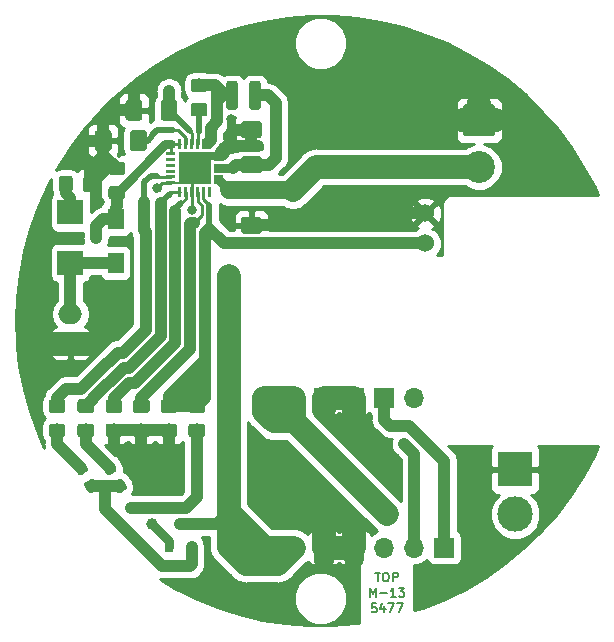
<source format=gbr>
G04 #@! TF.GenerationSoftware,KiCad,Pcbnew,(5.0.2)-1*
G04 #@! TF.CreationDate,2019-03-24T18:15:19+01:00*
G04 #@! TF.ProjectId,DICE-Charging - 2.0,44494345-2d43-4686-9172-67696e67202d,rev?*
G04 #@! TF.SameCoordinates,PX8cfad20PY5dfc8c0*
G04 #@! TF.FileFunction,Copper,L1,Top*
G04 #@! TF.FilePolarity,Positive*
%FSLAX46Y46*%
G04 Gerber Fmt 4.6, Leading zero omitted, Abs format (unit mm)*
G04 Created by KiCad (PCBNEW (5.0.2)-1) date 24/03/2019 18:15:19*
%MOMM*%
%LPD*%
G01*
G04 APERTURE LIST*
G04 #@! TA.AperFunction,NonConductor*
%ADD10C,0.180000*%
G04 #@! TD*
G04 #@! TA.AperFunction,ViaPad*
%ADD11C,0.500000*%
G04 #@! TD*
G04 #@! TA.AperFunction,Conductor*
%ADD12C,0.100000*%
G04 #@! TD*
G04 #@! TA.AperFunction,SMDPad,CuDef*
%ADD13C,0.250000*%
G04 #@! TD*
G04 #@! TA.AperFunction,SMDPad,CuDef*
%ADD14C,0.750000*%
G04 #@! TD*
G04 #@! TA.AperFunction,SMDPad,CuDef*
%ADD15C,2.700000*%
G04 #@! TD*
G04 #@! TA.AperFunction,SMDPad,CuDef*
%ADD16R,2.180000X2.120000*%
G04 #@! TD*
G04 #@! TA.AperFunction,SMDPad,CuDef*
%ADD17R,1.400000X1.800000*%
G04 #@! TD*
G04 #@! TA.AperFunction,SMDPad,CuDef*
%ADD18C,0.950000*%
G04 #@! TD*
G04 #@! TA.AperFunction,SMDPad,CuDef*
%ADD19C,1.425000*%
G04 #@! TD*
G04 #@! TA.AperFunction,ComponentPad*
%ADD20C,3.000000*%
G04 #@! TD*
G04 #@! TA.AperFunction,ComponentPad*
%ADD21R,3.000000X3.000000*%
G04 #@! TD*
G04 #@! TA.AperFunction,SMDPad,CuDef*
%ADD22R,0.800000X0.900000*%
G04 #@! TD*
G04 #@! TA.AperFunction,SMDPad,CuDef*
%ADD23C,1.150000*%
G04 #@! TD*
G04 #@! TA.AperFunction,ComponentPad*
%ADD24O,1.700000X1.700000*%
G04 #@! TD*
G04 #@! TA.AperFunction,ComponentPad*
%ADD25R,1.700000X1.700000*%
G04 #@! TD*
G04 #@! TA.AperFunction,ComponentPad*
%ADD26O,2.000000X1.700000*%
G04 #@! TD*
G04 #@! TA.AperFunction,ComponentPad*
%ADD27C,1.700000*%
G04 #@! TD*
G04 #@! TA.AperFunction,ComponentPad*
%ADD28C,1.524000*%
G04 #@! TD*
G04 #@! TA.AperFunction,ComponentPad*
%ADD29C,2.700000*%
G04 #@! TD*
G04 #@! TA.AperFunction,ViaPad*
%ADD30C,0.800000*%
G04 #@! TD*
G04 #@! TA.AperFunction,ViaPad*
%ADD31C,1.800000*%
G04 #@! TD*
G04 #@! TA.AperFunction,ViaPad*
%ADD32C,1.000000*%
G04 #@! TD*
G04 #@! TA.AperFunction,Conductor*
%ADD33C,2.000000*%
G04 #@! TD*
G04 #@! TA.AperFunction,Conductor*
%ADD34C,1.700000*%
G04 #@! TD*
G04 #@! TA.AperFunction,Conductor*
%ADD35C,1.000000*%
G04 #@! TD*
G04 #@! TA.AperFunction,Conductor*
%ADD36C,0.250000*%
G04 #@! TD*
G04 #@! TA.AperFunction,Conductor*
%ADD37C,0.750000*%
G04 #@! TD*
G04 #@! TA.AperFunction,Conductor*
%ADD38C,0.700000*%
G04 #@! TD*
G04 #@! TA.AperFunction,Conductor*
%ADD39C,0.200000*%
G04 #@! TD*
G04 #@! TA.AperFunction,Conductor*
%ADD40C,0.400000*%
G04 #@! TD*
G04 #@! TA.AperFunction,Conductor*
%ADD41C,1.500000*%
G04 #@! TD*
G04 #@! TA.AperFunction,Conductor*
%ADD42C,0.500000*%
G04 #@! TD*
G04 #@! TA.AperFunction,Conductor*
%ADD43C,0.254000*%
G04 #@! TD*
G04 APERTURE END LIST*
D10*
X44291857Y17333715D02*
X44720428Y17333715D01*
X44506142Y16583715D02*
X44506142Y17333715D01*
X45113285Y17333715D02*
X45256142Y17333715D01*
X45327571Y17298000D01*
X45399000Y17226572D01*
X45434714Y17083715D01*
X45434714Y16833715D01*
X45399000Y16690858D01*
X45327571Y16619429D01*
X45256142Y16583715D01*
X45113285Y16583715D01*
X45041857Y16619429D01*
X44970428Y16690858D01*
X44934714Y16833715D01*
X44934714Y17083715D01*
X44970428Y17226572D01*
X45041857Y17298000D01*
X45113285Y17333715D01*
X45756142Y16583715D02*
X45756142Y17333715D01*
X46041857Y17333715D01*
X46113285Y17298000D01*
X46149000Y17262286D01*
X46184714Y17190858D01*
X46184714Y17083715D01*
X46149000Y17012286D01*
X46113285Y16976572D01*
X46041857Y16940858D01*
X45756142Y16940858D01*
X43845428Y15278715D02*
X43845428Y16028715D01*
X44095428Y15493000D01*
X44345428Y16028715D01*
X44345428Y15278715D01*
X44702571Y15564429D02*
X45274000Y15564429D01*
X46024000Y15278715D02*
X45595428Y15278715D01*
X45809714Y15278715D02*
X45809714Y16028715D01*
X45738285Y15921572D01*
X45666857Y15850143D01*
X45595428Y15814429D01*
X46274000Y16028715D02*
X46738285Y16028715D01*
X46488285Y15743000D01*
X46595428Y15743000D01*
X46666857Y15707286D01*
X46702571Y15671572D01*
X46738285Y15600143D01*
X46738285Y15421572D01*
X46702571Y15350143D01*
X46666857Y15314429D01*
X46595428Y15278715D01*
X46381142Y15278715D01*
X46309714Y15314429D01*
X46274000Y15350143D01*
X44381142Y14723715D02*
X44024000Y14723715D01*
X43988285Y14366572D01*
X44024000Y14402286D01*
X44095428Y14438000D01*
X44274000Y14438000D01*
X44345428Y14402286D01*
X44381142Y14366572D01*
X44416857Y14295143D01*
X44416857Y14116572D01*
X44381142Y14045143D01*
X44345428Y14009429D01*
X44274000Y13973715D01*
X44095428Y13973715D01*
X44024000Y14009429D01*
X43988285Y14045143D01*
X45059714Y14473715D02*
X45059714Y13973715D01*
X44881142Y14759429D02*
X44702571Y14223715D01*
X45166857Y14223715D01*
X45381142Y14723715D02*
X45881142Y14723715D01*
X45559714Y13973715D01*
X46095428Y14723715D02*
X46595428Y14723715D01*
X46274000Y13973715D01*
D11*
G04 #@! TO.N,Net-(BP1-Pad1)*
G04 #@! TO.C,U1*
X29542000Y52132000D03*
X29542000Y51032000D03*
X28442000Y51032000D03*
X28442000Y52132000D03*
X30092000Y50482000D03*
X27892000Y50482000D03*
X30092000Y52682000D03*
X27892000Y52682000D03*
D12*
G04 #@! TO.N,Net-(C6-Pad1)*
G36*
X27821901Y54029259D02*
X27826755Y54028539D01*
X27831514Y54027347D01*
X27836134Y54025694D01*
X27840570Y54023596D01*
X27844779Y54021073D01*
X27848720Y54018151D01*
X27852355Y54014855D01*
X27855651Y54011220D01*
X27858573Y54007279D01*
X27861096Y54003070D01*
X27863194Y53998634D01*
X27864847Y53994014D01*
X27866039Y53989255D01*
X27866759Y53984401D01*
X27867000Y53979500D01*
X27867000Y53254500D01*
X27866759Y53249599D01*
X27866039Y53244745D01*
X27864847Y53239986D01*
X27863194Y53235366D01*
X27861096Y53230930D01*
X27858573Y53226721D01*
X27855651Y53222780D01*
X27852355Y53219145D01*
X27848720Y53215849D01*
X27844779Y53212927D01*
X27840570Y53210404D01*
X27836134Y53208306D01*
X27831514Y53206653D01*
X27826755Y53205461D01*
X27821901Y53204741D01*
X27817000Y53204500D01*
X27667000Y53204500D01*
X27662099Y53204741D01*
X27657245Y53205461D01*
X27652486Y53206653D01*
X27647866Y53208306D01*
X27643430Y53210404D01*
X27639221Y53212927D01*
X27635280Y53215849D01*
X27631645Y53219145D01*
X27628349Y53222780D01*
X27625427Y53226721D01*
X27622904Y53230930D01*
X27620806Y53235366D01*
X27619153Y53239986D01*
X27617961Y53244745D01*
X27617241Y53249599D01*
X27617000Y53254500D01*
X27617000Y53979500D01*
X27617241Y53984401D01*
X27617961Y53989255D01*
X27619153Y53994014D01*
X27620806Y53998634D01*
X27622904Y54003070D01*
X27625427Y54007279D01*
X27628349Y54011220D01*
X27631645Y54014855D01*
X27635280Y54018151D01*
X27639221Y54021073D01*
X27643430Y54023596D01*
X27647866Y54025694D01*
X27652486Y54027347D01*
X27657245Y54028539D01*
X27662099Y54029259D01*
X27667000Y54029500D01*
X27817000Y54029500D01*
X27821901Y54029259D01*
X27821901Y54029259D01*
G37*
D13*
G04 #@! TD*
G04 #@! TO.P,U1,24*
G04 #@! TO.N,Net-(C6-Pad1)*
X27742000Y53617000D03*
D12*
G04 #@! TO.N,Net-(C5-Pad1)*
G04 #@! TO.C,U1*
G36*
X28321901Y54029259D02*
X28326755Y54028539D01*
X28331514Y54027347D01*
X28336134Y54025694D01*
X28340570Y54023596D01*
X28344779Y54021073D01*
X28348720Y54018151D01*
X28352355Y54014855D01*
X28355651Y54011220D01*
X28358573Y54007279D01*
X28361096Y54003070D01*
X28363194Y53998634D01*
X28364847Y53994014D01*
X28366039Y53989255D01*
X28366759Y53984401D01*
X28367000Y53979500D01*
X28367000Y53254500D01*
X28366759Y53249599D01*
X28366039Y53244745D01*
X28364847Y53239986D01*
X28363194Y53235366D01*
X28361096Y53230930D01*
X28358573Y53226721D01*
X28355651Y53222780D01*
X28352355Y53219145D01*
X28348720Y53215849D01*
X28344779Y53212927D01*
X28340570Y53210404D01*
X28336134Y53208306D01*
X28331514Y53206653D01*
X28326755Y53205461D01*
X28321901Y53204741D01*
X28317000Y53204500D01*
X28167000Y53204500D01*
X28162099Y53204741D01*
X28157245Y53205461D01*
X28152486Y53206653D01*
X28147866Y53208306D01*
X28143430Y53210404D01*
X28139221Y53212927D01*
X28135280Y53215849D01*
X28131645Y53219145D01*
X28128349Y53222780D01*
X28125427Y53226721D01*
X28122904Y53230930D01*
X28120806Y53235366D01*
X28119153Y53239986D01*
X28117961Y53244745D01*
X28117241Y53249599D01*
X28117000Y53254500D01*
X28117000Y53979500D01*
X28117241Y53984401D01*
X28117961Y53989255D01*
X28119153Y53994014D01*
X28120806Y53998634D01*
X28122904Y54003070D01*
X28125427Y54007279D01*
X28128349Y54011220D01*
X28131645Y54014855D01*
X28135280Y54018151D01*
X28139221Y54021073D01*
X28143430Y54023596D01*
X28147866Y54025694D01*
X28152486Y54027347D01*
X28157245Y54028539D01*
X28162099Y54029259D01*
X28167000Y54029500D01*
X28317000Y54029500D01*
X28321901Y54029259D01*
X28321901Y54029259D01*
G37*
D13*
G04 #@! TD*
G04 #@! TO.P,U1,23*
G04 #@! TO.N,Net-(C5-Pad1)*
X28242000Y53617000D03*
D12*
G04 #@! TO.N,Net-(C3-Pad1)*
G04 #@! TO.C,U1*
G36*
X28821901Y54029259D02*
X28826755Y54028539D01*
X28831514Y54027347D01*
X28836134Y54025694D01*
X28840570Y54023596D01*
X28844779Y54021073D01*
X28848720Y54018151D01*
X28852355Y54014855D01*
X28855651Y54011220D01*
X28858573Y54007279D01*
X28861096Y54003070D01*
X28863194Y53998634D01*
X28864847Y53994014D01*
X28866039Y53989255D01*
X28866759Y53984401D01*
X28867000Y53979500D01*
X28867000Y53254500D01*
X28866759Y53249599D01*
X28866039Y53244745D01*
X28864847Y53239986D01*
X28863194Y53235366D01*
X28861096Y53230930D01*
X28858573Y53226721D01*
X28855651Y53222780D01*
X28852355Y53219145D01*
X28848720Y53215849D01*
X28844779Y53212927D01*
X28840570Y53210404D01*
X28836134Y53208306D01*
X28831514Y53206653D01*
X28826755Y53205461D01*
X28821901Y53204741D01*
X28817000Y53204500D01*
X28667000Y53204500D01*
X28662099Y53204741D01*
X28657245Y53205461D01*
X28652486Y53206653D01*
X28647866Y53208306D01*
X28643430Y53210404D01*
X28639221Y53212927D01*
X28635280Y53215849D01*
X28631645Y53219145D01*
X28628349Y53222780D01*
X28625427Y53226721D01*
X28622904Y53230930D01*
X28620806Y53235366D01*
X28619153Y53239986D01*
X28617961Y53244745D01*
X28617241Y53249599D01*
X28617000Y53254500D01*
X28617000Y53979500D01*
X28617241Y53984401D01*
X28617961Y53989255D01*
X28619153Y53994014D01*
X28620806Y53998634D01*
X28622904Y54003070D01*
X28625427Y54007279D01*
X28628349Y54011220D01*
X28631645Y54014855D01*
X28635280Y54018151D01*
X28639221Y54021073D01*
X28643430Y54023596D01*
X28647866Y54025694D01*
X28652486Y54027347D01*
X28657245Y54028539D01*
X28662099Y54029259D01*
X28667000Y54029500D01*
X28817000Y54029500D01*
X28821901Y54029259D01*
X28821901Y54029259D01*
G37*
D13*
G04 #@! TD*
G04 #@! TO.P,U1,22*
G04 #@! TO.N,Net-(C3-Pad1)*
X28742000Y53617000D03*
D12*
G04 #@! TO.N,Net-(C4-Pad2)*
G04 #@! TO.C,U1*
G36*
X29321901Y54029259D02*
X29326755Y54028539D01*
X29331514Y54027347D01*
X29336134Y54025694D01*
X29340570Y54023596D01*
X29344779Y54021073D01*
X29348720Y54018151D01*
X29352355Y54014855D01*
X29355651Y54011220D01*
X29358573Y54007279D01*
X29361096Y54003070D01*
X29363194Y53998634D01*
X29364847Y53994014D01*
X29366039Y53989255D01*
X29366759Y53984401D01*
X29367000Y53979500D01*
X29367000Y53254500D01*
X29366759Y53249599D01*
X29366039Y53244745D01*
X29364847Y53239986D01*
X29363194Y53235366D01*
X29361096Y53230930D01*
X29358573Y53226721D01*
X29355651Y53222780D01*
X29352355Y53219145D01*
X29348720Y53215849D01*
X29344779Y53212927D01*
X29340570Y53210404D01*
X29336134Y53208306D01*
X29331514Y53206653D01*
X29326755Y53205461D01*
X29321901Y53204741D01*
X29317000Y53204500D01*
X29167000Y53204500D01*
X29162099Y53204741D01*
X29157245Y53205461D01*
X29152486Y53206653D01*
X29147866Y53208306D01*
X29143430Y53210404D01*
X29139221Y53212927D01*
X29135280Y53215849D01*
X29131645Y53219145D01*
X29128349Y53222780D01*
X29125427Y53226721D01*
X29122904Y53230930D01*
X29120806Y53235366D01*
X29119153Y53239986D01*
X29117961Y53244745D01*
X29117241Y53249599D01*
X29117000Y53254500D01*
X29117000Y53979500D01*
X29117241Y53984401D01*
X29117961Y53989255D01*
X29119153Y53994014D01*
X29120806Y53998634D01*
X29122904Y54003070D01*
X29125427Y54007279D01*
X29128349Y54011220D01*
X29131645Y54014855D01*
X29135280Y54018151D01*
X29139221Y54021073D01*
X29143430Y54023596D01*
X29147866Y54025694D01*
X29152486Y54027347D01*
X29157245Y54028539D01*
X29162099Y54029259D01*
X29167000Y54029500D01*
X29317000Y54029500D01*
X29321901Y54029259D01*
X29321901Y54029259D01*
G37*
D13*
G04 #@! TD*
G04 #@! TO.P,U1,21*
G04 #@! TO.N,Net-(C4-Pad2)*
X29242000Y53617000D03*
D12*
G04 #@! TO.N,Net-(C4-Pad1)*
G04 #@! TO.C,U1*
G36*
X30321675Y54029258D02*
X30326553Y54028534D01*
X30331337Y54027336D01*
X30335980Y54025675D01*
X30340438Y54023567D01*
X30344667Y54021031D01*
X30348628Y54018094D01*
X30352282Y54014782D01*
X30355594Y54011128D01*
X30358531Y54007167D01*
X30361067Y54002938D01*
X30363175Y53998480D01*
X30364836Y53993837D01*
X30366034Y53989053D01*
X30366758Y53984175D01*
X30367000Y53979250D01*
X30367000Y53254750D01*
X30366758Y53249825D01*
X30366034Y53244947D01*
X30364836Y53240163D01*
X30363175Y53235520D01*
X30361067Y53231062D01*
X30358531Y53226833D01*
X30355594Y53222872D01*
X30352282Y53219218D01*
X30348628Y53215906D01*
X30344667Y53212969D01*
X30340438Y53210433D01*
X30335980Y53208325D01*
X30331337Y53206664D01*
X30326553Y53205466D01*
X30321675Y53204742D01*
X30316750Y53204500D01*
X29667250Y53204500D01*
X29662325Y53204742D01*
X29657447Y53205466D01*
X29652663Y53206664D01*
X29648020Y53208325D01*
X29643562Y53210433D01*
X29639333Y53212969D01*
X29635372Y53215906D01*
X29631718Y53219218D01*
X29628406Y53222872D01*
X29625469Y53226833D01*
X29622933Y53231062D01*
X29620825Y53235520D01*
X29619164Y53240163D01*
X29617966Y53244947D01*
X29617242Y53249825D01*
X29617000Y53254750D01*
X29617000Y53979250D01*
X29617242Y53984175D01*
X29617966Y53989053D01*
X29619164Y53993837D01*
X29620825Y53998480D01*
X29622933Y54002938D01*
X29625469Y54007167D01*
X29628406Y54011128D01*
X29631718Y54014782D01*
X29635372Y54018094D01*
X29639333Y54021031D01*
X29643562Y54023567D01*
X29648020Y54025675D01*
X29652663Y54027336D01*
X29657447Y54028534D01*
X29662325Y54029258D01*
X29667250Y54029500D01*
X30316750Y54029500D01*
X30321675Y54029258D01*
X30321675Y54029258D01*
G37*
D14*
G04 #@! TD*
G04 #@! TO.P,U1,20*
G04 #@! TO.N,Net-(C4-Pad1)*
X29992000Y53617000D03*
D12*
G04 #@! TO.N,Net-(C4-Pad1)*
G04 #@! TO.C,U1*
G36*
X30321675Y54029258D02*
X30326553Y54028534D01*
X30331337Y54027336D01*
X30335980Y54025675D01*
X30340438Y54023567D01*
X30344667Y54021031D01*
X30348628Y54018094D01*
X30352282Y54014782D01*
X30355594Y54011128D01*
X30358531Y54007167D01*
X30361067Y54002938D01*
X30363175Y53998480D01*
X30364836Y53993837D01*
X30366034Y53989053D01*
X30366758Y53984175D01*
X30367000Y53979250D01*
X30367000Y53254750D01*
X30366758Y53249825D01*
X30366034Y53244947D01*
X30364836Y53240163D01*
X30363175Y53235520D01*
X30361067Y53231062D01*
X30358531Y53226833D01*
X30355594Y53222872D01*
X30352282Y53219218D01*
X30348628Y53215906D01*
X30344667Y53212969D01*
X30340438Y53210433D01*
X30335980Y53208325D01*
X30331337Y53206664D01*
X30326553Y53205466D01*
X30321675Y53204742D01*
X30316750Y53204500D01*
X29667250Y53204500D01*
X29662325Y53204742D01*
X29657447Y53205466D01*
X29652663Y53206664D01*
X29648020Y53208325D01*
X29643562Y53210433D01*
X29639333Y53212969D01*
X29635372Y53215906D01*
X29631718Y53219218D01*
X29628406Y53222872D01*
X29625469Y53226833D01*
X29622933Y53231062D01*
X29620825Y53235520D01*
X29619164Y53240163D01*
X29617966Y53244947D01*
X29617242Y53249825D01*
X29617000Y53254750D01*
X29617000Y53979250D01*
X29617242Y53984175D01*
X29617966Y53989053D01*
X29619164Y53993837D01*
X29620825Y53998480D01*
X29622933Y54002938D01*
X29625469Y54007167D01*
X29628406Y54011128D01*
X29631718Y54014782D01*
X29635372Y54018094D01*
X29639333Y54021031D01*
X29643562Y54023567D01*
X29648020Y54025675D01*
X29652663Y54027336D01*
X29657447Y54028534D01*
X29662325Y54029258D01*
X29667250Y54029500D01*
X30316750Y54029500D01*
X30321675Y54029258D01*
X30321675Y54029258D01*
G37*
D14*
G04 #@! TD*
G04 #@! TO.P,U1,19*
G04 #@! TO.N,Net-(C4-Pad1)*
X29992000Y53617000D03*
D12*
G04 #@! TO.N,Net-(BP1-Pad1)*
G04 #@! TO.C,U1*
G36*
X31394175Y52956758D02*
X31399053Y52956034D01*
X31403837Y52954836D01*
X31408480Y52953175D01*
X31412938Y52951067D01*
X31417167Y52948531D01*
X31421128Y52945594D01*
X31424782Y52942282D01*
X31428094Y52938628D01*
X31431031Y52934667D01*
X31433567Y52930438D01*
X31435675Y52925980D01*
X31437336Y52921337D01*
X31438534Y52916553D01*
X31439258Y52911675D01*
X31439500Y52906750D01*
X31439500Y52257250D01*
X31439258Y52252325D01*
X31438534Y52247447D01*
X31437336Y52242663D01*
X31435675Y52238020D01*
X31433567Y52233562D01*
X31431031Y52229333D01*
X31428094Y52225372D01*
X31424782Y52221718D01*
X31421128Y52218406D01*
X31417167Y52215469D01*
X31412938Y52212933D01*
X31408480Y52210825D01*
X31403837Y52209164D01*
X31399053Y52207966D01*
X31394175Y52207242D01*
X31389250Y52207000D01*
X30664750Y52207000D01*
X30659825Y52207242D01*
X30654947Y52207966D01*
X30650163Y52209164D01*
X30645520Y52210825D01*
X30641062Y52212933D01*
X30636833Y52215469D01*
X30632872Y52218406D01*
X30629218Y52221718D01*
X30625906Y52225372D01*
X30622969Y52229333D01*
X30620433Y52233562D01*
X30618325Y52238020D01*
X30616664Y52242663D01*
X30615466Y52247447D01*
X30614742Y52252325D01*
X30614500Y52257250D01*
X30614500Y52906750D01*
X30614742Y52911675D01*
X30615466Y52916553D01*
X30616664Y52921337D01*
X30618325Y52925980D01*
X30620433Y52930438D01*
X30622969Y52934667D01*
X30625906Y52938628D01*
X30629218Y52942282D01*
X30632872Y52945594D01*
X30636833Y52948531D01*
X30641062Y52951067D01*
X30645520Y52953175D01*
X30650163Y52954836D01*
X30654947Y52956034D01*
X30659825Y52956758D01*
X30664750Y52957000D01*
X31389250Y52957000D01*
X31394175Y52956758D01*
X31394175Y52956758D01*
G37*
D14*
G04 #@! TD*
G04 #@! TO.P,U1,18*
G04 #@! TO.N,Net-(BP1-Pad1)*
X31027000Y52582000D03*
D12*
G04 #@! TO.N,Net-(BP1-Pad1)*
G04 #@! TO.C,U1*
G36*
X31394175Y52956758D02*
X31399053Y52956034D01*
X31403837Y52954836D01*
X31408480Y52953175D01*
X31412938Y52951067D01*
X31417167Y52948531D01*
X31421128Y52945594D01*
X31424782Y52942282D01*
X31428094Y52938628D01*
X31431031Y52934667D01*
X31433567Y52930438D01*
X31435675Y52925980D01*
X31437336Y52921337D01*
X31438534Y52916553D01*
X31439258Y52911675D01*
X31439500Y52906750D01*
X31439500Y52257250D01*
X31439258Y52252325D01*
X31438534Y52247447D01*
X31437336Y52242663D01*
X31435675Y52238020D01*
X31433567Y52233562D01*
X31431031Y52229333D01*
X31428094Y52225372D01*
X31424782Y52221718D01*
X31421128Y52218406D01*
X31417167Y52215469D01*
X31412938Y52212933D01*
X31408480Y52210825D01*
X31403837Y52209164D01*
X31399053Y52207966D01*
X31394175Y52207242D01*
X31389250Y52207000D01*
X30664750Y52207000D01*
X30659825Y52207242D01*
X30654947Y52207966D01*
X30650163Y52209164D01*
X30645520Y52210825D01*
X30641062Y52212933D01*
X30636833Y52215469D01*
X30632872Y52218406D01*
X30629218Y52221718D01*
X30625906Y52225372D01*
X30622969Y52229333D01*
X30620433Y52233562D01*
X30618325Y52238020D01*
X30616664Y52242663D01*
X30615466Y52247447D01*
X30614742Y52252325D01*
X30614500Y52257250D01*
X30614500Y52906750D01*
X30614742Y52911675D01*
X30615466Y52916553D01*
X30616664Y52921337D01*
X30618325Y52925980D01*
X30620433Y52930438D01*
X30622969Y52934667D01*
X30625906Y52938628D01*
X30629218Y52942282D01*
X30632872Y52945594D01*
X30636833Y52948531D01*
X30641062Y52951067D01*
X30645520Y52953175D01*
X30650163Y52954836D01*
X30654947Y52956034D01*
X30659825Y52956758D01*
X30664750Y52957000D01*
X31389250Y52957000D01*
X31394175Y52956758D01*
X31394175Y52956758D01*
G37*
D14*
G04 #@! TD*
G04 #@! TO.P,U1,17*
G04 #@! TO.N,Net-(BP1-Pad1)*
X31027000Y52582000D03*
D12*
G04 #@! TO.N,Net-(C1-Pad1)*
G04 #@! TO.C,U1*
G36*
X31394175Y51956758D02*
X31399053Y51956034D01*
X31403837Y51954836D01*
X31408480Y51953175D01*
X31412938Y51951067D01*
X31417167Y51948531D01*
X31421128Y51945594D01*
X31424782Y51942282D01*
X31428094Y51938628D01*
X31431031Y51934667D01*
X31433567Y51930438D01*
X31435675Y51925980D01*
X31437336Y51921337D01*
X31438534Y51916553D01*
X31439258Y51911675D01*
X31439500Y51906750D01*
X31439500Y51257250D01*
X31439258Y51252325D01*
X31438534Y51247447D01*
X31437336Y51242663D01*
X31435675Y51238020D01*
X31433567Y51233562D01*
X31431031Y51229333D01*
X31428094Y51225372D01*
X31424782Y51221718D01*
X31421128Y51218406D01*
X31417167Y51215469D01*
X31412938Y51212933D01*
X31408480Y51210825D01*
X31403837Y51209164D01*
X31399053Y51207966D01*
X31394175Y51207242D01*
X31389250Y51207000D01*
X30664750Y51207000D01*
X30659825Y51207242D01*
X30654947Y51207966D01*
X30650163Y51209164D01*
X30645520Y51210825D01*
X30641062Y51212933D01*
X30636833Y51215469D01*
X30632872Y51218406D01*
X30629218Y51221718D01*
X30625906Y51225372D01*
X30622969Y51229333D01*
X30620433Y51233562D01*
X30618325Y51238020D01*
X30616664Y51242663D01*
X30615466Y51247447D01*
X30614742Y51252325D01*
X30614500Y51257250D01*
X30614500Y51906750D01*
X30614742Y51911675D01*
X30615466Y51916553D01*
X30616664Y51921337D01*
X30618325Y51925980D01*
X30620433Y51930438D01*
X30622969Y51934667D01*
X30625906Y51938628D01*
X30629218Y51942282D01*
X30632872Y51945594D01*
X30636833Y51948531D01*
X30641062Y51951067D01*
X30645520Y51953175D01*
X30650163Y51954836D01*
X30654947Y51956034D01*
X30659825Y51956758D01*
X30664750Y51957000D01*
X31389250Y51957000D01*
X31394175Y51956758D01*
X31394175Y51956758D01*
G37*
D14*
G04 #@! TD*
G04 #@! TO.P,U1,16*
G04 #@! TO.N,Net-(C1-Pad1)*
X31027000Y51582000D03*
D12*
G04 #@! TO.N,Net-(C1-Pad1)*
G04 #@! TO.C,U1*
G36*
X31394175Y51956758D02*
X31399053Y51956034D01*
X31403837Y51954836D01*
X31408480Y51953175D01*
X31412938Y51951067D01*
X31417167Y51948531D01*
X31421128Y51945594D01*
X31424782Y51942282D01*
X31428094Y51938628D01*
X31431031Y51934667D01*
X31433567Y51930438D01*
X31435675Y51925980D01*
X31437336Y51921337D01*
X31438534Y51916553D01*
X31439258Y51911675D01*
X31439500Y51906750D01*
X31439500Y51257250D01*
X31439258Y51252325D01*
X31438534Y51247447D01*
X31437336Y51242663D01*
X31435675Y51238020D01*
X31433567Y51233562D01*
X31431031Y51229333D01*
X31428094Y51225372D01*
X31424782Y51221718D01*
X31421128Y51218406D01*
X31417167Y51215469D01*
X31412938Y51212933D01*
X31408480Y51210825D01*
X31403837Y51209164D01*
X31399053Y51207966D01*
X31394175Y51207242D01*
X31389250Y51207000D01*
X30664750Y51207000D01*
X30659825Y51207242D01*
X30654947Y51207966D01*
X30650163Y51209164D01*
X30645520Y51210825D01*
X30641062Y51212933D01*
X30636833Y51215469D01*
X30632872Y51218406D01*
X30629218Y51221718D01*
X30625906Y51225372D01*
X30622969Y51229333D01*
X30620433Y51233562D01*
X30618325Y51238020D01*
X30616664Y51242663D01*
X30615466Y51247447D01*
X30614742Y51252325D01*
X30614500Y51257250D01*
X30614500Y51906750D01*
X30614742Y51911675D01*
X30615466Y51916553D01*
X30616664Y51921337D01*
X30618325Y51925980D01*
X30620433Y51930438D01*
X30622969Y51934667D01*
X30625906Y51938628D01*
X30629218Y51942282D01*
X30632872Y51945594D01*
X30636833Y51948531D01*
X30641062Y51951067D01*
X30645520Y51953175D01*
X30650163Y51954836D01*
X30654947Y51956034D01*
X30659825Y51956758D01*
X30664750Y51957000D01*
X31389250Y51957000D01*
X31394175Y51956758D01*
X31394175Y51956758D01*
G37*
D14*
G04 #@! TD*
G04 #@! TO.P,U1,15*
G04 #@! TO.N,Net-(C1-Pad1)*
X31027000Y51582000D03*
D12*
G04 #@! TO.N,Net-(BT1-Pad2)*
G04 #@! TO.C,U1*
G36*
X31394175Y50956758D02*
X31399053Y50956034D01*
X31403837Y50954836D01*
X31408480Y50953175D01*
X31412938Y50951067D01*
X31417167Y50948531D01*
X31421128Y50945594D01*
X31424782Y50942282D01*
X31428094Y50938628D01*
X31431031Y50934667D01*
X31433567Y50930438D01*
X31435675Y50925980D01*
X31437336Y50921337D01*
X31438534Y50916553D01*
X31439258Y50911675D01*
X31439500Y50906750D01*
X31439500Y50257250D01*
X31439258Y50252325D01*
X31438534Y50247447D01*
X31437336Y50242663D01*
X31435675Y50238020D01*
X31433567Y50233562D01*
X31431031Y50229333D01*
X31428094Y50225372D01*
X31424782Y50221718D01*
X31421128Y50218406D01*
X31417167Y50215469D01*
X31412938Y50212933D01*
X31408480Y50210825D01*
X31403837Y50209164D01*
X31399053Y50207966D01*
X31394175Y50207242D01*
X31389250Y50207000D01*
X30664750Y50207000D01*
X30659825Y50207242D01*
X30654947Y50207966D01*
X30650163Y50209164D01*
X30645520Y50210825D01*
X30641062Y50212933D01*
X30636833Y50215469D01*
X30632872Y50218406D01*
X30629218Y50221718D01*
X30625906Y50225372D01*
X30622969Y50229333D01*
X30620433Y50233562D01*
X30618325Y50238020D01*
X30616664Y50242663D01*
X30615466Y50247447D01*
X30614742Y50252325D01*
X30614500Y50257250D01*
X30614500Y50906750D01*
X30614742Y50911675D01*
X30615466Y50916553D01*
X30616664Y50921337D01*
X30618325Y50925980D01*
X30620433Y50930438D01*
X30622969Y50934667D01*
X30625906Y50938628D01*
X30629218Y50942282D01*
X30632872Y50945594D01*
X30636833Y50948531D01*
X30641062Y50951067D01*
X30645520Y50953175D01*
X30650163Y50954836D01*
X30654947Y50956034D01*
X30659825Y50956758D01*
X30664750Y50957000D01*
X31389250Y50957000D01*
X31394175Y50956758D01*
X31394175Y50956758D01*
G37*
D14*
G04 #@! TD*
G04 #@! TO.P,U1,14*
G04 #@! TO.N,Net-(BT1-Pad2)*
X31027000Y50582000D03*
D12*
G04 #@! TO.N,Net-(BT1-Pad2)*
G04 #@! TO.C,U1*
G36*
X31394175Y50956758D02*
X31399053Y50956034D01*
X31403837Y50954836D01*
X31408480Y50953175D01*
X31412938Y50951067D01*
X31417167Y50948531D01*
X31421128Y50945594D01*
X31424782Y50942282D01*
X31428094Y50938628D01*
X31431031Y50934667D01*
X31433567Y50930438D01*
X31435675Y50925980D01*
X31437336Y50921337D01*
X31438534Y50916553D01*
X31439258Y50911675D01*
X31439500Y50906750D01*
X31439500Y50257250D01*
X31439258Y50252325D01*
X31438534Y50247447D01*
X31437336Y50242663D01*
X31435675Y50238020D01*
X31433567Y50233562D01*
X31431031Y50229333D01*
X31428094Y50225372D01*
X31424782Y50221718D01*
X31421128Y50218406D01*
X31417167Y50215469D01*
X31412938Y50212933D01*
X31408480Y50210825D01*
X31403837Y50209164D01*
X31399053Y50207966D01*
X31394175Y50207242D01*
X31389250Y50207000D01*
X30664750Y50207000D01*
X30659825Y50207242D01*
X30654947Y50207966D01*
X30650163Y50209164D01*
X30645520Y50210825D01*
X30641062Y50212933D01*
X30636833Y50215469D01*
X30632872Y50218406D01*
X30629218Y50221718D01*
X30625906Y50225372D01*
X30622969Y50229333D01*
X30620433Y50233562D01*
X30618325Y50238020D01*
X30616664Y50242663D01*
X30615466Y50247447D01*
X30614742Y50252325D01*
X30614500Y50257250D01*
X30614500Y50906750D01*
X30614742Y50911675D01*
X30615466Y50916553D01*
X30616664Y50921337D01*
X30618325Y50925980D01*
X30620433Y50930438D01*
X30622969Y50934667D01*
X30625906Y50938628D01*
X30629218Y50942282D01*
X30632872Y50945594D01*
X30636833Y50948531D01*
X30641062Y50951067D01*
X30645520Y50953175D01*
X30650163Y50954836D01*
X30654947Y50956034D01*
X30659825Y50956758D01*
X30664750Y50957000D01*
X31389250Y50957000D01*
X31394175Y50956758D01*
X31394175Y50956758D01*
G37*
D14*
G04 #@! TD*
G04 #@! TO.P,U1,13*
G04 #@! TO.N,Net-(BT1-Pad2)*
X31027000Y50582000D03*
D12*
G04 #@! TO.N,Net-(U1-Pad12)*
G04 #@! TO.C,U1*
G36*
X30321901Y49959259D02*
X30326755Y49958539D01*
X30331514Y49957347D01*
X30336134Y49955694D01*
X30340570Y49953596D01*
X30344779Y49951073D01*
X30348720Y49948151D01*
X30352355Y49944855D01*
X30355651Y49941220D01*
X30358573Y49937279D01*
X30361096Y49933070D01*
X30363194Y49928634D01*
X30364847Y49924014D01*
X30366039Y49919255D01*
X30366759Y49914401D01*
X30367000Y49909500D01*
X30367000Y49184500D01*
X30366759Y49179599D01*
X30366039Y49174745D01*
X30364847Y49169986D01*
X30363194Y49165366D01*
X30361096Y49160930D01*
X30358573Y49156721D01*
X30355651Y49152780D01*
X30352355Y49149145D01*
X30348720Y49145849D01*
X30344779Y49142927D01*
X30340570Y49140404D01*
X30336134Y49138306D01*
X30331514Y49136653D01*
X30326755Y49135461D01*
X30321901Y49134741D01*
X30317000Y49134500D01*
X30167000Y49134500D01*
X30162099Y49134741D01*
X30157245Y49135461D01*
X30152486Y49136653D01*
X30147866Y49138306D01*
X30143430Y49140404D01*
X30139221Y49142927D01*
X30135280Y49145849D01*
X30131645Y49149145D01*
X30128349Y49152780D01*
X30125427Y49156721D01*
X30122904Y49160930D01*
X30120806Y49165366D01*
X30119153Y49169986D01*
X30117961Y49174745D01*
X30117241Y49179599D01*
X30117000Y49184500D01*
X30117000Y49909500D01*
X30117241Y49914401D01*
X30117961Y49919255D01*
X30119153Y49924014D01*
X30120806Y49928634D01*
X30122904Y49933070D01*
X30125427Y49937279D01*
X30128349Y49941220D01*
X30131645Y49944855D01*
X30135280Y49948151D01*
X30139221Y49951073D01*
X30143430Y49953596D01*
X30147866Y49955694D01*
X30152486Y49957347D01*
X30157245Y49958539D01*
X30162099Y49959259D01*
X30167000Y49959500D01*
X30317000Y49959500D01*
X30321901Y49959259D01*
X30321901Y49959259D01*
G37*
D13*
G04 #@! TD*
G04 #@! TO.P,U1,12*
G04 #@! TO.N,Net-(U1-Pad12)*
X30242000Y49547000D03*
D12*
G04 #@! TO.N,Net-(R1-Pad2)*
G04 #@! TO.C,U1*
G36*
X29821901Y49959259D02*
X29826755Y49958539D01*
X29831514Y49957347D01*
X29836134Y49955694D01*
X29840570Y49953596D01*
X29844779Y49951073D01*
X29848720Y49948151D01*
X29852355Y49944855D01*
X29855651Y49941220D01*
X29858573Y49937279D01*
X29861096Y49933070D01*
X29863194Y49928634D01*
X29864847Y49924014D01*
X29866039Y49919255D01*
X29866759Y49914401D01*
X29867000Y49909500D01*
X29867000Y49184500D01*
X29866759Y49179599D01*
X29866039Y49174745D01*
X29864847Y49169986D01*
X29863194Y49165366D01*
X29861096Y49160930D01*
X29858573Y49156721D01*
X29855651Y49152780D01*
X29852355Y49149145D01*
X29848720Y49145849D01*
X29844779Y49142927D01*
X29840570Y49140404D01*
X29836134Y49138306D01*
X29831514Y49136653D01*
X29826755Y49135461D01*
X29821901Y49134741D01*
X29817000Y49134500D01*
X29667000Y49134500D01*
X29662099Y49134741D01*
X29657245Y49135461D01*
X29652486Y49136653D01*
X29647866Y49138306D01*
X29643430Y49140404D01*
X29639221Y49142927D01*
X29635280Y49145849D01*
X29631645Y49149145D01*
X29628349Y49152780D01*
X29625427Y49156721D01*
X29622904Y49160930D01*
X29620806Y49165366D01*
X29619153Y49169986D01*
X29617961Y49174745D01*
X29617241Y49179599D01*
X29617000Y49184500D01*
X29617000Y49909500D01*
X29617241Y49914401D01*
X29617961Y49919255D01*
X29619153Y49924014D01*
X29620806Y49928634D01*
X29622904Y49933070D01*
X29625427Y49937279D01*
X29628349Y49941220D01*
X29631645Y49944855D01*
X29635280Y49948151D01*
X29639221Y49951073D01*
X29643430Y49953596D01*
X29647866Y49955694D01*
X29652486Y49957347D01*
X29657245Y49958539D01*
X29662099Y49959259D01*
X29667000Y49959500D01*
X29817000Y49959500D01*
X29821901Y49959259D01*
X29821901Y49959259D01*
G37*
D13*
G04 #@! TD*
G04 #@! TO.P,U1,11*
G04 #@! TO.N,Net-(R1-Pad2)*
X29742000Y49547000D03*
D12*
G04 #@! TO.N,Net-(R4-Pad1)*
G04 #@! TO.C,U1*
G36*
X29321901Y49959259D02*
X29326755Y49958539D01*
X29331514Y49957347D01*
X29336134Y49955694D01*
X29340570Y49953596D01*
X29344779Y49951073D01*
X29348720Y49948151D01*
X29352355Y49944855D01*
X29355651Y49941220D01*
X29358573Y49937279D01*
X29361096Y49933070D01*
X29363194Y49928634D01*
X29364847Y49924014D01*
X29366039Y49919255D01*
X29366759Y49914401D01*
X29367000Y49909500D01*
X29367000Y49184500D01*
X29366759Y49179599D01*
X29366039Y49174745D01*
X29364847Y49169986D01*
X29363194Y49165366D01*
X29361096Y49160930D01*
X29358573Y49156721D01*
X29355651Y49152780D01*
X29352355Y49149145D01*
X29348720Y49145849D01*
X29344779Y49142927D01*
X29340570Y49140404D01*
X29336134Y49138306D01*
X29331514Y49136653D01*
X29326755Y49135461D01*
X29321901Y49134741D01*
X29317000Y49134500D01*
X29167000Y49134500D01*
X29162099Y49134741D01*
X29157245Y49135461D01*
X29152486Y49136653D01*
X29147866Y49138306D01*
X29143430Y49140404D01*
X29139221Y49142927D01*
X29135280Y49145849D01*
X29131645Y49149145D01*
X29128349Y49152780D01*
X29125427Y49156721D01*
X29122904Y49160930D01*
X29120806Y49165366D01*
X29119153Y49169986D01*
X29117961Y49174745D01*
X29117241Y49179599D01*
X29117000Y49184500D01*
X29117000Y49909500D01*
X29117241Y49914401D01*
X29117961Y49919255D01*
X29119153Y49924014D01*
X29120806Y49928634D01*
X29122904Y49933070D01*
X29125427Y49937279D01*
X29128349Y49941220D01*
X29131645Y49944855D01*
X29135280Y49948151D01*
X29139221Y49951073D01*
X29143430Y49953596D01*
X29147866Y49955694D01*
X29152486Y49957347D01*
X29157245Y49958539D01*
X29162099Y49959259D01*
X29167000Y49959500D01*
X29317000Y49959500D01*
X29321901Y49959259D01*
X29321901Y49959259D01*
G37*
D13*
G04 #@! TD*
G04 #@! TO.P,U1,10*
G04 #@! TO.N,Net-(R4-Pad1)*
X29242000Y49547000D03*
D12*
G04 #@! TO.N,Net-(BP1-Pad1)*
G04 #@! TO.C,U1*
G36*
X28821901Y49959259D02*
X28826755Y49958539D01*
X28831514Y49957347D01*
X28836134Y49955694D01*
X28840570Y49953596D01*
X28844779Y49951073D01*
X28848720Y49948151D01*
X28852355Y49944855D01*
X28855651Y49941220D01*
X28858573Y49937279D01*
X28861096Y49933070D01*
X28863194Y49928634D01*
X28864847Y49924014D01*
X28866039Y49919255D01*
X28866759Y49914401D01*
X28867000Y49909500D01*
X28867000Y49184500D01*
X28866759Y49179599D01*
X28866039Y49174745D01*
X28864847Y49169986D01*
X28863194Y49165366D01*
X28861096Y49160930D01*
X28858573Y49156721D01*
X28855651Y49152780D01*
X28852355Y49149145D01*
X28848720Y49145849D01*
X28844779Y49142927D01*
X28840570Y49140404D01*
X28836134Y49138306D01*
X28831514Y49136653D01*
X28826755Y49135461D01*
X28821901Y49134741D01*
X28817000Y49134500D01*
X28667000Y49134500D01*
X28662099Y49134741D01*
X28657245Y49135461D01*
X28652486Y49136653D01*
X28647866Y49138306D01*
X28643430Y49140404D01*
X28639221Y49142927D01*
X28635280Y49145849D01*
X28631645Y49149145D01*
X28628349Y49152780D01*
X28625427Y49156721D01*
X28622904Y49160930D01*
X28620806Y49165366D01*
X28619153Y49169986D01*
X28617961Y49174745D01*
X28617241Y49179599D01*
X28617000Y49184500D01*
X28617000Y49909500D01*
X28617241Y49914401D01*
X28617961Y49919255D01*
X28619153Y49924014D01*
X28620806Y49928634D01*
X28622904Y49933070D01*
X28625427Y49937279D01*
X28628349Y49941220D01*
X28631645Y49944855D01*
X28635280Y49948151D01*
X28639221Y49951073D01*
X28643430Y49953596D01*
X28647866Y49955694D01*
X28652486Y49957347D01*
X28657245Y49958539D01*
X28662099Y49959259D01*
X28667000Y49959500D01*
X28817000Y49959500D01*
X28821901Y49959259D01*
X28821901Y49959259D01*
G37*
D13*
G04 #@! TD*
G04 #@! TO.P,U1,9*
G04 #@! TO.N,Net-(BP1-Pad1)*
X28742000Y49547000D03*
D12*
G04 #@! TO.N,Net-(R3-Pad1)*
G04 #@! TO.C,U1*
G36*
X28321901Y49959259D02*
X28326755Y49958539D01*
X28331514Y49957347D01*
X28336134Y49955694D01*
X28340570Y49953596D01*
X28344779Y49951073D01*
X28348720Y49948151D01*
X28352355Y49944855D01*
X28355651Y49941220D01*
X28358573Y49937279D01*
X28361096Y49933070D01*
X28363194Y49928634D01*
X28364847Y49924014D01*
X28366039Y49919255D01*
X28366759Y49914401D01*
X28367000Y49909500D01*
X28367000Y49184500D01*
X28366759Y49179599D01*
X28366039Y49174745D01*
X28364847Y49169986D01*
X28363194Y49165366D01*
X28361096Y49160930D01*
X28358573Y49156721D01*
X28355651Y49152780D01*
X28352355Y49149145D01*
X28348720Y49145849D01*
X28344779Y49142927D01*
X28340570Y49140404D01*
X28336134Y49138306D01*
X28331514Y49136653D01*
X28326755Y49135461D01*
X28321901Y49134741D01*
X28317000Y49134500D01*
X28167000Y49134500D01*
X28162099Y49134741D01*
X28157245Y49135461D01*
X28152486Y49136653D01*
X28147866Y49138306D01*
X28143430Y49140404D01*
X28139221Y49142927D01*
X28135280Y49145849D01*
X28131645Y49149145D01*
X28128349Y49152780D01*
X28125427Y49156721D01*
X28122904Y49160930D01*
X28120806Y49165366D01*
X28119153Y49169986D01*
X28117961Y49174745D01*
X28117241Y49179599D01*
X28117000Y49184500D01*
X28117000Y49909500D01*
X28117241Y49914401D01*
X28117961Y49919255D01*
X28119153Y49924014D01*
X28120806Y49928634D01*
X28122904Y49933070D01*
X28125427Y49937279D01*
X28128349Y49941220D01*
X28131645Y49944855D01*
X28135280Y49948151D01*
X28139221Y49951073D01*
X28143430Y49953596D01*
X28147866Y49955694D01*
X28152486Y49957347D01*
X28157245Y49958539D01*
X28162099Y49959259D01*
X28167000Y49959500D01*
X28317000Y49959500D01*
X28321901Y49959259D01*
X28321901Y49959259D01*
G37*
D13*
G04 #@! TD*
G04 #@! TO.P,U1,8*
G04 #@! TO.N,Net-(R3-Pad1)*
X28242000Y49547000D03*
D12*
G04 #@! TO.N,Net-(R6-Pad2)*
G04 #@! TO.C,U1*
G36*
X27821901Y49959259D02*
X27826755Y49958539D01*
X27831514Y49957347D01*
X27836134Y49955694D01*
X27840570Y49953596D01*
X27844779Y49951073D01*
X27848720Y49948151D01*
X27852355Y49944855D01*
X27855651Y49941220D01*
X27858573Y49937279D01*
X27861096Y49933070D01*
X27863194Y49928634D01*
X27864847Y49924014D01*
X27866039Y49919255D01*
X27866759Y49914401D01*
X27867000Y49909500D01*
X27867000Y49184500D01*
X27866759Y49179599D01*
X27866039Y49174745D01*
X27864847Y49169986D01*
X27863194Y49165366D01*
X27861096Y49160930D01*
X27858573Y49156721D01*
X27855651Y49152780D01*
X27852355Y49149145D01*
X27848720Y49145849D01*
X27844779Y49142927D01*
X27840570Y49140404D01*
X27836134Y49138306D01*
X27831514Y49136653D01*
X27826755Y49135461D01*
X27821901Y49134741D01*
X27817000Y49134500D01*
X27667000Y49134500D01*
X27662099Y49134741D01*
X27657245Y49135461D01*
X27652486Y49136653D01*
X27647866Y49138306D01*
X27643430Y49140404D01*
X27639221Y49142927D01*
X27635280Y49145849D01*
X27631645Y49149145D01*
X27628349Y49152780D01*
X27625427Y49156721D01*
X27622904Y49160930D01*
X27620806Y49165366D01*
X27619153Y49169986D01*
X27617961Y49174745D01*
X27617241Y49179599D01*
X27617000Y49184500D01*
X27617000Y49909500D01*
X27617241Y49914401D01*
X27617961Y49919255D01*
X27619153Y49924014D01*
X27620806Y49928634D01*
X27622904Y49933070D01*
X27625427Y49937279D01*
X27628349Y49941220D01*
X27631645Y49944855D01*
X27635280Y49948151D01*
X27639221Y49951073D01*
X27643430Y49953596D01*
X27647866Y49955694D01*
X27652486Y49957347D01*
X27657245Y49958539D01*
X27662099Y49959259D01*
X27667000Y49959500D01*
X27817000Y49959500D01*
X27821901Y49959259D01*
X27821901Y49959259D01*
G37*
D13*
G04 #@! TD*
G04 #@! TO.P,U1,7*
G04 #@! TO.N,Net-(R6-Pad2)*
X27742000Y49547000D03*
D12*
G04 #@! TO.N,Net-(BP1-Pad1)*
G04 #@! TO.C,U1*
G36*
X27324401Y50456759D02*
X27329255Y50456039D01*
X27334014Y50454847D01*
X27338634Y50453194D01*
X27343070Y50451096D01*
X27347279Y50448573D01*
X27351220Y50445651D01*
X27354855Y50442355D01*
X27358151Y50438720D01*
X27361073Y50434779D01*
X27363596Y50430570D01*
X27365694Y50426134D01*
X27367347Y50421514D01*
X27368539Y50416755D01*
X27369259Y50411901D01*
X27369500Y50407000D01*
X27369500Y50257000D01*
X27369259Y50252099D01*
X27368539Y50247245D01*
X27367347Y50242486D01*
X27365694Y50237866D01*
X27363596Y50233430D01*
X27361073Y50229221D01*
X27358151Y50225280D01*
X27354855Y50221645D01*
X27351220Y50218349D01*
X27347279Y50215427D01*
X27343070Y50212904D01*
X27338634Y50210806D01*
X27334014Y50209153D01*
X27329255Y50207961D01*
X27324401Y50207241D01*
X27319500Y50207000D01*
X26594500Y50207000D01*
X26589599Y50207241D01*
X26584745Y50207961D01*
X26579986Y50209153D01*
X26575366Y50210806D01*
X26570930Y50212904D01*
X26566721Y50215427D01*
X26562780Y50218349D01*
X26559145Y50221645D01*
X26555849Y50225280D01*
X26552927Y50229221D01*
X26550404Y50233430D01*
X26548306Y50237866D01*
X26546653Y50242486D01*
X26545461Y50247245D01*
X26544741Y50252099D01*
X26544500Y50257000D01*
X26544500Y50407000D01*
X26544741Y50411901D01*
X26545461Y50416755D01*
X26546653Y50421514D01*
X26548306Y50426134D01*
X26550404Y50430570D01*
X26552927Y50434779D01*
X26555849Y50438720D01*
X26559145Y50442355D01*
X26562780Y50445651D01*
X26566721Y50448573D01*
X26570930Y50451096D01*
X26575366Y50453194D01*
X26579986Y50454847D01*
X26584745Y50456039D01*
X26589599Y50456759D01*
X26594500Y50457000D01*
X27319500Y50457000D01*
X27324401Y50456759D01*
X27324401Y50456759D01*
G37*
D13*
G04 #@! TD*
G04 #@! TO.P,U1,6*
G04 #@! TO.N,Net-(BP1-Pad1)*
X26957000Y50332000D03*
D12*
G04 #@! TO.N,Net-(R5-Pad2)*
G04 #@! TO.C,U1*
G36*
X27324401Y50956759D02*
X27329255Y50956039D01*
X27334014Y50954847D01*
X27338634Y50953194D01*
X27343070Y50951096D01*
X27347279Y50948573D01*
X27351220Y50945651D01*
X27354855Y50942355D01*
X27358151Y50938720D01*
X27361073Y50934779D01*
X27363596Y50930570D01*
X27365694Y50926134D01*
X27367347Y50921514D01*
X27368539Y50916755D01*
X27369259Y50911901D01*
X27369500Y50907000D01*
X27369500Y50757000D01*
X27369259Y50752099D01*
X27368539Y50747245D01*
X27367347Y50742486D01*
X27365694Y50737866D01*
X27363596Y50733430D01*
X27361073Y50729221D01*
X27358151Y50725280D01*
X27354855Y50721645D01*
X27351220Y50718349D01*
X27347279Y50715427D01*
X27343070Y50712904D01*
X27338634Y50710806D01*
X27334014Y50709153D01*
X27329255Y50707961D01*
X27324401Y50707241D01*
X27319500Y50707000D01*
X26594500Y50707000D01*
X26589599Y50707241D01*
X26584745Y50707961D01*
X26579986Y50709153D01*
X26575366Y50710806D01*
X26570930Y50712904D01*
X26566721Y50715427D01*
X26562780Y50718349D01*
X26559145Y50721645D01*
X26555849Y50725280D01*
X26552927Y50729221D01*
X26550404Y50733430D01*
X26548306Y50737866D01*
X26546653Y50742486D01*
X26545461Y50747245D01*
X26544741Y50752099D01*
X26544500Y50757000D01*
X26544500Y50907000D01*
X26544741Y50911901D01*
X26545461Y50916755D01*
X26546653Y50921514D01*
X26548306Y50926134D01*
X26550404Y50930570D01*
X26552927Y50934779D01*
X26555849Y50938720D01*
X26559145Y50942355D01*
X26562780Y50945651D01*
X26566721Y50948573D01*
X26570930Y50951096D01*
X26575366Y50953194D01*
X26579986Y50954847D01*
X26584745Y50956039D01*
X26589599Y50956759D01*
X26594500Y50957000D01*
X27319500Y50957000D01*
X27324401Y50956759D01*
X27324401Y50956759D01*
G37*
D13*
G04 #@! TD*
G04 #@! TO.P,U1,5*
G04 #@! TO.N,Net-(R5-Pad2)*
X26957000Y50832000D03*
D12*
G04 #@! TO.N,Net-(U1-Pad4)*
G04 #@! TO.C,U1*
G36*
X27324401Y51456759D02*
X27329255Y51456039D01*
X27334014Y51454847D01*
X27338634Y51453194D01*
X27343070Y51451096D01*
X27347279Y51448573D01*
X27351220Y51445651D01*
X27354855Y51442355D01*
X27358151Y51438720D01*
X27361073Y51434779D01*
X27363596Y51430570D01*
X27365694Y51426134D01*
X27367347Y51421514D01*
X27368539Y51416755D01*
X27369259Y51411901D01*
X27369500Y51407000D01*
X27369500Y51257000D01*
X27369259Y51252099D01*
X27368539Y51247245D01*
X27367347Y51242486D01*
X27365694Y51237866D01*
X27363596Y51233430D01*
X27361073Y51229221D01*
X27358151Y51225280D01*
X27354855Y51221645D01*
X27351220Y51218349D01*
X27347279Y51215427D01*
X27343070Y51212904D01*
X27338634Y51210806D01*
X27334014Y51209153D01*
X27329255Y51207961D01*
X27324401Y51207241D01*
X27319500Y51207000D01*
X26594500Y51207000D01*
X26589599Y51207241D01*
X26584745Y51207961D01*
X26579986Y51209153D01*
X26575366Y51210806D01*
X26570930Y51212904D01*
X26566721Y51215427D01*
X26562780Y51218349D01*
X26559145Y51221645D01*
X26555849Y51225280D01*
X26552927Y51229221D01*
X26550404Y51233430D01*
X26548306Y51237866D01*
X26546653Y51242486D01*
X26545461Y51247245D01*
X26544741Y51252099D01*
X26544500Y51257000D01*
X26544500Y51407000D01*
X26544741Y51411901D01*
X26545461Y51416755D01*
X26546653Y51421514D01*
X26548306Y51426134D01*
X26550404Y51430570D01*
X26552927Y51434779D01*
X26555849Y51438720D01*
X26559145Y51442355D01*
X26562780Y51445651D01*
X26566721Y51448573D01*
X26570930Y51451096D01*
X26575366Y51453194D01*
X26579986Y51454847D01*
X26584745Y51456039D01*
X26589599Y51456759D01*
X26594500Y51457000D01*
X27319500Y51457000D01*
X27324401Y51456759D01*
X27324401Y51456759D01*
G37*
D13*
G04 #@! TD*
G04 #@! TO.P,U1,4*
G04 #@! TO.N,Net-(U1-Pad4)*
X26957000Y51332000D03*
D12*
G04 #@! TO.N,Net-(U1-Pad3)*
G04 #@! TO.C,U1*
G36*
X27324401Y51956759D02*
X27329255Y51956039D01*
X27334014Y51954847D01*
X27338634Y51953194D01*
X27343070Y51951096D01*
X27347279Y51948573D01*
X27351220Y51945651D01*
X27354855Y51942355D01*
X27358151Y51938720D01*
X27361073Y51934779D01*
X27363596Y51930570D01*
X27365694Y51926134D01*
X27367347Y51921514D01*
X27368539Y51916755D01*
X27369259Y51911901D01*
X27369500Y51907000D01*
X27369500Y51757000D01*
X27369259Y51752099D01*
X27368539Y51747245D01*
X27367347Y51742486D01*
X27365694Y51737866D01*
X27363596Y51733430D01*
X27361073Y51729221D01*
X27358151Y51725280D01*
X27354855Y51721645D01*
X27351220Y51718349D01*
X27347279Y51715427D01*
X27343070Y51712904D01*
X27338634Y51710806D01*
X27334014Y51709153D01*
X27329255Y51707961D01*
X27324401Y51707241D01*
X27319500Y51707000D01*
X26594500Y51707000D01*
X26589599Y51707241D01*
X26584745Y51707961D01*
X26579986Y51709153D01*
X26575366Y51710806D01*
X26570930Y51712904D01*
X26566721Y51715427D01*
X26562780Y51718349D01*
X26559145Y51721645D01*
X26555849Y51725280D01*
X26552927Y51729221D01*
X26550404Y51733430D01*
X26548306Y51737866D01*
X26546653Y51742486D01*
X26545461Y51747245D01*
X26544741Y51752099D01*
X26544500Y51757000D01*
X26544500Y51907000D01*
X26544741Y51911901D01*
X26545461Y51916755D01*
X26546653Y51921514D01*
X26548306Y51926134D01*
X26550404Y51930570D01*
X26552927Y51934779D01*
X26555849Y51938720D01*
X26559145Y51942355D01*
X26562780Y51945651D01*
X26566721Y51948573D01*
X26570930Y51951096D01*
X26575366Y51953194D01*
X26579986Y51954847D01*
X26584745Y51956039D01*
X26589599Y51956759D01*
X26594500Y51957000D01*
X27319500Y51957000D01*
X27324401Y51956759D01*
X27324401Y51956759D01*
G37*
D13*
G04 #@! TD*
G04 #@! TO.P,U1,3*
G04 #@! TO.N,Net-(U1-Pad3)*
X26957000Y51832000D03*
D12*
G04 #@! TO.N,Net-(U1-Pad2)*
G04 #@! TO.C,U1*
G36*
X27324401Y52456759D02*
X27329255Y52456039D01*
X27334014Y52454847D01*
X27338634Y52453194D01*
X27343070Y52451096D01*
X27347279Y52448573D01*
X27351220Y52445651D01*
X27354855Y52442355D01*
X27358151Y52438720D01*
X27361073Y52434779D01*
X27363596Y52430570D01*
X27365694Y52426134D01*
X27367347Y52421514D01*
X27368539Y52416755D01*
X27369259Y52411901D01*
X27369500Y52407000D01*
X27369500Y52257000D01*
X27369259Y52252099D01*
X27368539Y52247245D01*
X27367347Y52242486D01*
X27365694Y52237866D01*
X27363596Y52233430D01*
X27361073Y52229221D01*
X27358151Y52225280D01*
X27354855Y52221645D01*
X27351220Y52218349D01*
X27347279Y52215427D01*
X27343070Y52212904D01*
X27338634Y52210806D01*
X27334014Y52209153D01*
X27329255Y52207961D01*
X27324401Y52207241D01*
X27319500Y52207000D01*
X26594500Y52207000D01*
X26589599Y52207241D01*
X26584745Y52207961D01*
X26579986Y52209153D01*
X26575366Y52210806D01*
X26570930Y52212904D01*
X26566721Y52215427D01*
X26562780Y52218349D01*
X26559145Y52221645D01*
X26555849Y52225280D01*
X26552927Y52229221D01*
X26550404Y52233430D01*
X26548306Y52237866D01*
X26546653Y52242486D01*
X26545461Y52247245D01*
X26544741Y52252099D01*
X26544500Y52257000D01*
X26544500Y52407000D01*
X26544741Y52411901D01*
X26545461Y52416755D01*
X26546653Y52421514D01*
X26548306Y52426134D01*
X26550404Y52430570D01*
X26552927Y52434779D01*
X26555849Y52438720D01*
X26559145Y52442355D01*
X26562780Y52445651D01*
X26566721Y52448573D01*
X26570930Y52451096D01*
X26575366Y52453194D01*
X26579986Y52454847D01*
X26584745Y52456039D01*
X26589599Y52456759D01*
X26594500Y52457000D01*
X27319500Y52457000D01*
X27324401Y52456759D01*
X27324401Y52456759D01*
G37*
D13*
G04 #@! TD*
G04 #@! TO.P,U1,2*
G04 #@! TO.N,Net-(U1-Pad2)*
X26957000Y52332000D03*
D12*
G04 #@! TO.N,Net-(C6-Pad1)*
G04 #@! TO.C,U1*
G36*
X27324401Y52956759D02*
X27329255Y52956039D01*
X27334014Y52954847D01*
X27338634Y52953194D01*
X27343070Y52951096D01*
X27347279Y52948573D01*
X27351220Y52945651D01*
X27354855Y52942355D01*
X27358151Y52938720D01*
X27361073Y52934779D01*
X27363596Y52930570D01*
X27365694Y52926134D01*
X27367347Y52921514D01*
X27368539Y52916755D01*
X27369259Y52911901D01*
X27369500Y52907000D01*
X27369500Y52757000D01*
X27369259Y52752099D01*
X27368539Y52747245D01*
X27367347Y52742486D01*
X27365694Y52737866D01*
X27363596Y52733430D01*
X27361073Y52729221D01*
X27358151Y52725280D01*
X27354855Y52721645D01*
X27351220Y52718349D01*
X27347279Y52715427D01*
X27343070Y52712904D01*
X27338634Y52710806D01*
X27334014Y52709153D01*
X27329255Y52707961D01*
X27324401Y52707241D01*
X27319500Y52707000D01*
X26594500Y52707000D01*
X26589599Y52707241D01*
X26584745Y52707961D01*
X26579986Y52709153D01*
X26575366Y52710806D01*
X26570930Y52712904D01*
X26566721Y52715427D01*
X26562780Y52718349D01*
X26559145Y52721645D01*
X26555849Y52725280D01*
X26552927Y52729221D01*
X26550404Y52733430D01*
X26548306Y52737866D01*
X26546653Y52742486D01*
X26545461Y52747245D01*
X26544741Y52752099D01*
X26544500Y52757000D01*
X26544500Y52907000D01*
X26544741Y52911901D01*
X26545461Y52916755D01*
X26546653Y52921514D01*
X26548306Y52926134D01*
X26550404Y52930570D01*
X26552927Y52934779D01*
X26555849Y52938720D01*
X26559145Y52942355D01*
X26562780Y52945651D01*
X26566721Y52948573D01*
X26570930Y52951096D01*
X26575366Y52953194D01*
X26579986Y52954847D01*
X26584745Y52956039D01*
X26589599Y52956759D01*
X26594500Y52957000D01*
X27319500Y52957000D01*
X27324401Y52956759D01*
X27324401Y52956759D01*
G37*
D13*
G04 #@! TD*
G04 #@! TO.P,U1,1*
G04 #@! TO.N,Net-(C6-Pad1)*
X26957000Y52832000D03*
D11*
G04 #@! TO.N,Net-(BP1-Pad1)*
G04 #@! TO.C,U1*
X28992000Y50482000D03*
X30092000Y51582000D03*
X28992000Y51582000D03*
X27892000Y51582000D03*
X28992000Y52682000D03*
D12*
G36*
X30298165Y52931766D02*
X30302882Y52931066D01*
X30307509Y52929907D01*
X30311999Y52928301D01*
X30316310Y52926261D01*
X30320401Y52923810D01*
X30324232Y52920969D01*
X30327766Y52917766D01*
X30330969Y52914232D01*
X30333810Y52910401D01*
X30336261Y52906310D01*
X30338301Y52901999D01*
X30339907Y52897509D01*
X30341066Y52892882D01*
X30341766Y52888165D01*
X30342000Y52883401D01*
X30342000Y50280599D01*
X30341766Y50275835D01*
X30341066Y50271118D01*
X30339907Y50266491D01*
X30338301Y50262001D01*
X30336261Y50257690D01*
X30333810Y50253599D01*
X30330969Y50249768D01*
X30327766Y50246234D01*
X30324232Y50243031D01*
X30320401Y50240190D01*
X30316310Y50237739D01*
X30311999Y50235699D01*
X30307509Y50234093D01*
X30302882Y50232934D01*
X30298165Y50232234D01*
X30293401Y50232000D01*
X27690599Y50232000D01*
X27685835Y50232234D01*
X27681118Y50232934D01*
X27676491Y50234093D01*
X27672001Y50235699D01*
X27667690Y50237739D01*
X27663599Y50240190D01*
X27659768Y50243031D01*
X27656234Y50246234D01*
X27653031Y50249768D01*
X27650190Y50253599D01*
X27647739Y50257690D01*
X27645699Y50262001D01*
X27644093Y50266491D01*
X27642934Y50271118D01*
X27642234Y50275835D01*
X27642000Y50280599D01*
X27642000Y52883401D01*
X27642234Y52888165D01*
X27642934Y52892882D01*
X27644093Y52897509D01*
X27645699Y52901999D01*
X27647739Y52906310D01*
X27650190Y52910401D01*
X27653031Y52914232D01*
X27656234Y52917766D01*
X27659768Y52920969D01*
X27663599Y52923810D01*
X27667690Y52926261D01*
X27672001Y52928301D01*
X27676491Y52929907D01*
X27681118Y52931066D01*
X27685835Y52931766D01*
X27690599Y52932000D01*
X30293401Y52932000D01*
X30298165Y52931766D01*
X30298165Y52931766D01*
G37*
D15*
G04 #@! TD*
G04 #@! TO.P,U1,25*
G04 #@! TO.N,Net-(BP1-Pad1)*
X28992000Y51582000D03*
D16*
G04 #@! TO.P,D4,2*
G04 #@! TO.N,Net-(D4-Pad2)*
X18482000Y47831500D03*
G04 #@! TO.P,D4,1*
G04 #@! TO.N,Net-(Ch1-Pad2)*
X18482000Y43552500D03*
G04 #@! TD*
D17*
G04 #@! TO.P,D1,2*
G04 #@! TO.N,Net-(Ch1-Pad2)*
X22302000Y43552000D03*
G04 #@! TO.P,D1,1*
G04 #@! TO.N,Net-(C6-Pad1)*
X22302000Y47252000D03*
G04 #@! TD*
D12*
G04 #@! TO.N,Net-(C1-Pad1)*
G04 #@! TO.C,L1*
G36*
X34432045Y58931199D02*
X34448184Y58928806D01*
X34464010Y58924841D01*
X34479371Y58919345D01*
X34494120Y58912369D01*
X34508114Y58903982D01*
X34521218Y58894263D01*
X34533307Y58883307D01*
X34544263Y58871218D01*
X34553982Y58858114D01*
X34562369Y58844120D01*
X34569345Y58829371D01*
X34574841Y58814010D01*
X34578806Y58798184D01*
X34581199Y58782045D01*
X34582000Y58765750D01*
X34582000Y56698250D01*
X34581199Y56681955D01*
X34578806Y56665816D01*
X34574841Y56649990D01*
X34569345Y56634629D01*
X34562369Y56619880D01*
X34553982Y56605886D01*
X34544263Y56592782D01*
X34533307Y56580693D01*
X34521218Y56569737D01*
X34508114Y56560018D01*
X34494120Y56551631D01*
X34479371Y56544655D01*
X34464010Y56539159D01*
X34448184Y56535194D01*
X34432045Y56532801D01*
X34415750Y56532000D01*
X33798250Y56532000D01*
X33781955Y56532801D01*
X33765816Y56535194D01*
X33749990Y56539159D01*
X33734629Y56544655D01*
X33719880Y56551631D01*
X33705886Y56560018D01*
X33692782Y56569737D01*
X33680693Y56580693D01*
X33669737Y56592782D01*
X33660018Y56605886D01*
X33651631Y56619880D01*
X33644655Y56634629D01*
X33639159Y56649990D01*
X33635194Y56665816D01*
X33632801Y56681955D01*
X33632000Y56698250D01*
X33632000Y58765750D01*
X33632801Y58782045D01*
X33635194Y58798184D01*
X33639159Y58814010D01*
X33644655Y58829371D01*
X33651631Y58844120D01*
X33660018Y58858114D01*
X33669737Y58871218D01*
X33680693Y58883307D01*
X33692782Y58894263D01*
X33705886Y58903982D01*
X33719880Y58912369D01*
X33734629Y58919345D01*
X33749990Y58924841D01*
X33765816Y58928806D01*
X33781955Y58931199D01*
X33798250Y58932000D01*
X34415750Y58932000D01*
X34432045Y58931199D01*
X34432045Y58931199D01*
G37*
D18*
G04 #@! TD*
G04 #@! TO.P,L1,2*
G04 #@! TO.N,Net-(C1-Pad1)*
X34107000Y57732000D03*
D12*
G04 #@! TO.N,Net-(C4-Pad1)*
G04 #@! TO.C,L1*
G36*
X32482045Y58931199D02*
X32498184Y58928806D01*
X32514010Y58924841D01*
X32529371Y58919345D01*
X32544120Y58912369D01*
X32558114Y58903982D01*
X32571218Y58894263D01*
X32583307Y58883307D01*
X32594263Y58871218D01*
X32603982Y58858114D01*
X32612369Y58844120D01*
X32619345Y58829371D01*
X32624841Y58814010D01*
X32628806Y58798184D01*
X32631199Y58782045D01*
X32632000Y58765750D01*
X32632000Y56698250D01*
X32631199Y56681955D01*
X32628806Y56665816D01*
X32624841Y56649990D01*
X32619345Y56634629D01*
X32612369Y56619880D01*
X32603982Y56605886D01*
X32594263Y56592782D01*
X32583307Y56580693D01*
X32571218Y56569737D01*
X32558114Y56560018D01*
X32544120Y56551631D01*
X32529371Y56544655D01*
X32514010Y56539159D01*
X32498184Y56535194D01*
X32482045Y56532801D01*
X32465750Y56532000D01*
X31848250Y56532000D01*
X31831955Y56532801D01*
X31815816Y56535194D01*
X31799990Y56539159D01*
X31784629Y56544655D01*
X31769880Y56551631D01*
X31755886Y56560018D01*
X31742782Y56569737D01*
X31730693Y56580693D01*
X31719737Y56592782D01*
X31710018Y56605886D01*
X31701631Y56619880D01*
X31694655Y56634629D01*
X31689159Y56649990D01*
X31685194Y56665816D01*
X31682801Y56681955D01*
X31682000Y56698250D01*
X31682000Y58765750D01*
X31682801Y58782045D01*
X31685194Y58798184D01*
X31689159Y58814010D01*
X31694655Y58829371D01*
X31701631Y58844120D01*
X31710018Y58858114D01*
X31719737Y58871218D01*
X31730693Y58883307D01*
X31742782Y58894263D01*
X31755886Y58903982D01*
X31769880Y58912369D01*
X31784629Y58919345D01*
X31799990Y58924841D01*
X31815816Y58928806D01*
X31831955Y58931199D01*
X31848250Y58932000D01*
X32465750Y58932000D01*
X32482045Y58931199D01*
X32482045Y58931199D01*
G37*
D18*
G04 #@! TD*
G04 #@! TO.P,L1,1*
G04 #@! TO.N,Net-(C4-Pad1)*
X32157000Y57732000D03*
D12*
G04 #@! TO.N,Net-(D2-Pad2)*
G04 #@! TO.C,D2*
G36*
X20316964Y25276451D02*
X20340119Y25273788D01*
X20362901Y25268867D01*
X20385090Y25261738D01*
X20406475Y25252467D01*
X20426847Y25241146D01*
X20446012Y25227881D01*
X20463784Y25212803D01*
X20479993Y25196055D01*
X20494482Y25177798D01*
X20507112Y25158210D01*
X20794612Y24660246D01*
X20805261Y24639514D01*
X20813827Y24617838D01*
X20820227Y24595427D01*
X20824399Y24572496D01*
X20826304Y24549267D01*
X20825923Y24525963D01*
X20823259Y24502808D01*
X20818338Y24480027D01*
X20811209Y24457837D01*
X20801938Y24436453D01*
X20790617Y24416080D01*
X20777352Y24396915D01*
X20762274Y24379143D01*
X20745526Y24362934D01*
X20727270Y24348445D01*
X20707681Y24335815D01*
X20296319Y24098315D01*
X20275587Y24087666D01*
X20253911Y24079100D01*
X20231500Y24072700D01*
X20208569Y24068528D01*
X20185340Y24066623D01*
X20162036Y24067005D01*
X20138881Y24069668D01*
X20116099Y24074589D01*
X20093910Y24081718D01*
X20072525Y24090989D01*
X20052153Y24102310D01*
X20032988Y24115575D01*
X20015216Y24130653D01*
X19999007Y24147401D01*
X19984518Y24165658D01*
X19971888Y24185246D01*
X19684388Y24683210D01*
X19673739Y24703942D01*
X19665173Y24725618D01*
X19658773Y24748029D01*
X19654601Y24770960D01*
X19652696Y24794189D01*
X19653077Y24817493D01*
X19655741Y24840648D01*
X19660662Y24863429D01*
X19667791Y24885619D01*
X19677062Y24907003D01*
X19688383Y24927376D01*
X19701648Y24946541D01*
X19716726Y24964313D01*
X19733474Y24980522D01*
X19751730Y24995011D01*
X19771319Y25007641D01*
X20182681Y25245141D01*
X20203413Y25255790D01*
X20225089Y25264356D01*
X20247500Y25270756D01*
X20270431Y25274928D01*
X20293660Y25276833D01*
X20316964Y25276451D01*
X20316964Y25276451D01*
G37*
D18*
G04 #@! TD*
G04 #@! TO.P,D2,2*
G04 #@! TO.N,Net-(D2-Pad2)*
X20239500Y24671728D03*
D12*
G04 #@! TO.N,Net-(D2-Pad1)*
G04 #@! TO.C,D2*
G36*
X19441964Y26791995D02*
X19465119Y26789332D01*
X19487901Y26784411D01*
X19510090Y26777282D01*
X19531475Y26768011D01*
X19551847Y26756690D01*
X19571012Y26743425D01*
X19588784Y26728347D01*
X19604993Y26711599D01*
X19619482Y26693342D01*
X19632112Y26673754D01*
X19919612Y26175790D01*
X19930261Y26155058D01*
X19938827Y26133382D01*
X19945227Y26110971D01*
X19949399Y26088040D01*
X19951304Y26064811D01*
X19950923Y26041507D01*
X19948259Y26018352D01*
X19943338Y25995571D01*
X19936209Y25973381D01*
X19926938Y25951997D01*
X19915617Y25931624D01*
X19902352Y25912459D01*
X19887274Y25894687D01*
X19870526Y25878478D01*
X19852270Y25863989D01*
X19832681Y25851359D01*
X19421319Y25613859D01*
X19400587Y25603210D01*
X19378911Y25594644D01*
X19356500Y25588244D01*
X19333569Y25584072D01*
X19310340Y25582167D01*
X19287036Y25582549D01*
X19263881Y25585212D01*
X19241099Y25590133D01*
X19218910Y25597262D01*
X19197525Y25606533D01*
X19177153Y25617854D01*
X19157988Y25631119D01*
X19140216Y25646197D01*
X19124007Y25662945D01*
X19109518Y25681202D01*
X19096888Y25700790D01*
X18809388Y26198754D01*
X18798739Y26219486D01*
X18790173Y26241162D01*
X18783773Y26263573D01*
X18779601Y26286504D01*
X18777696Y26309733D01*
X18778077Y26333037D01*
X18780741Y26356192D01*
X18785662Y26378973D01*
X18792791Y26401163D01*
X18802062Y26422547D01*
X18813383Y26442920D01*
X18826648Y26462085D01*
X18841726Y26479857D01*
X18858474Y26496066D01*
X18876730Y26510555D01*
X18896319Y26523185D01*
X19307681Y26760685D01*
X19328413Y26771334D01*
X19350089Y26779900D01*
X19372500Y26786300D01*
X19395431Y26790472D01*
X19418660Y26792377D01*
X19441964Y26791995D01*
X19441964Y26791995D01*
G37*
D18*
G04 #@! TD*
G04 #@! TO.P,D2,1*
G04 #@! TO.N,Net-(D2-Pad1)*
X19364500Y26187272D03*
D12*
G04 #@! TO.N,Net-(D2-Pad2)*
G04 #@! TO.C,D3*
G36*
X22743964Y25276451D02*
X22767119Y25273788D01*
X22789901Y25268867D01*
X22812090Y25261738D01*
X22833475Y25252467D01*
X22853847Y25241146D01*
X22873012Y25227881D01*
X22890784Y25212803D01*
X22906993Y25196055D01*
X22921482Y25177798D01*
X22934112Y25158210D01*
X23221612Y24660246D01*
X23232261Y24639514D01*
X23240827Y24617838D01*
X23247227Y24595427D01*
X23251399Y24572496D01*
X23253304Y24549267D01*
X23252923Y24525963D01*
X23250259Y24502808D01*
X23245338Y24480027D01*
X23238209Y24457837D01*
X23228938Y24436453D01*
X23217617Y24416080D01*
X23204352Y24396915D01*
X23189274Y24379143D01*
X23172526Y24362934D01*
X23154270Y24348445D01*
X23134681Y24335815D01*
X22723319Y24098315D01*
X22702587Y24087666D01*
X22680911Y24079100D01*
X22658500Y24072700D01*
X22635569Y24068528D01*
X22612340Y24066623D01*
X22589036Y24067005D01*
X22565881Y24069668D01*
X22543099Y24074589D01*
X22520910Y24081718D01*
X22499525Y24090989D01*
X22479153Y24102310D01*
X22459988Y24115575D01*
X22442216Y24130653D01*
X22426007Y24147401D01*
X22411518Y24165658D01*
X22398888Y24185246D01*
X22111388Y24683210D01*
X22100739Y24703942D01*
X22092173Y24725618D01*
X22085773Y24748029D01*
X22081601Y24770960D01*
X22079696Y24794189D01*
X22080077Y24817493D01*
X22082741Y24840648D01*
X22087662Y24863429D01*
X22094791Y24885619D01*
X22104062Y24907003D01*
X22115383Y24927376D01*
X22128648Y24946541D01*
X22143726Y24964313D01*
X22160474Y24980522D01*
X22178730Y24995011D01*
X22198319Y25007641D01*
X22609681Y25245141D01*
X22630413Y25255790D01*
X22652089Y25264356D01*
X22674500Y25270756D01*
X22697431Y25274928D01*
X22720660Y25276833D01*
X22743964Y25276451D01*
X22743964Y25276451D01*
G37*
D18*
G04 #@! TD*
G04 #@! TO.P,D3,2*
G04 #@! TO.N,Net-(D2-Pad2)*
X22666500Y24671728D03*
D12*
G04 #@! TO.N,Net-(D3-Pad1)*
G04 #@! TO.C,D3*
G36*
X21868964Y26791995D02*
X21892119Y26789332D01*
X21914901Y26784411D01*
X21937090Y26777282D01*
X21958475Y26768011D01*
X21978847Y26756690D01*
X21998012Y26743425D01*
X22015784Y26728347D01*
X22031993Y26711599D01*
X22046482Y26693342D01*
X22059112Y26673754D01*
X22346612Y26175790D01*
X22357261Y26155058D01*
X22365827Y26133382D01*
X22372227Y26110971D01*
X22376399Y26088040D01*
X22378304Y26064811D01*
X22377923Y26041507D01*
X22375259Y26018352D01*
X22370338Y25995571D01*
X22363209Y25973381D01*
X22353938Y25951997D01*
X22342617Y25931624D01*
X22329352Y25912459D01*
X22314274Y25894687D01*
X22297526Y25878478D01*
X22279270Y25863989D01*
X22259681Y25851359D01*
X21848319Y25613859D01*
X21827587Y25603210D01*
X21805911Y25594644D01*
X21783500Y25588244D01*
X21760569Y25584072D01*
X21737340Y25582167D01*
X21714036Y25582549D01*
X21690881Y25585212D01*
X21668099Y25590133D01*
X21645910Y25597262D01*
X21624525Y25606533D01*
X21604153Y25617854D01*
X21584988Y25631119D01*
X21567216Y25646197D01*
X21551007Y25662945D01*
X21536518Y25681202D01*
X21523888Y25700790D01*
X21236388Y26198754D01*
X21225739Y26219486D01*
X21217173Y26241162D01*
X21210773Y26263573D01*
X21206601Y26286504D01*
X21204696Y26309733D01*
X21205077Y26333037D01*
X21207741Y26356192D01*
X21212662Y26378973D01*
X21219791Y26401163D01*
X21229062Y26422547D01*
X21240383Y26442920D01*
X21253648Y26462085D01*
X21268726Y26479857D01*
X21285474Y26496066D01*
X21303730Y26510555D01*
X21323319Y26523185D01*
X21734681Y26760685D01*
X21755413Y26771334D01*
X21777089Y26779900D01*
X21799500Y26786300D01*
X21822431Y26790472D01*
X21845660Y26792377D01*
X21868964Y26791995D01*
X21868964Y26791995D01*
G37*
D18*
G04 #@! TD*
G04 #@! TO.P,D3,1*
G04 #@! TO.N,Net-(D3-Pad1)*
X21791500Y26187272D03*
D12*
G04 #@! TO.N,Net-(BP1-Pad1)*
G04 #@! TO.C,C5*
G36*
X21741504Y54785796D02*
X21765773Y54782196D01*
X21789571Y54776235D01*
X21812671Y54767970D01*
X21834849Y54757480D01*
X21855893Y54744867D01*
X21875598Y54730253D01*
X21893777Y54713777D01*
X21910253Y54695598D01*
X21924867Y54675893D01*
X21937480Y54654849D01*
X21947970Y54632671D01*
X21956235Y54609571D01*
X21962196Y54585773D01*
X21965796Y54561504D01*
X21967000Y54537000D01*
X21967000Y53287000D01*
X21965796Y53262496D01*
X21962196Y53238227D01*
X21956235Y53214429D01*
X21947970Y53191329D01*
X21937480Y53169151D01*
X21924867Y53148107D01*
X21910253Y53128402D01*
X21893777Y53110223D01*
X21875598Y53093747D01*
X21855893Y53079133D01*
X21834849Y53066520D01*
X21812671Y53056030D01*
X21789571Y53047765D01*
X21765773Y53041804D01*
X21741504Y53038204D01*
X21717000Y53037000D01*
X20792000Y53037000D01*
X20767496Y53038204D01*
X20743227Y53041804D01*
X20719429Y53047765D01*
X20696329Y53056030D01*
X20674151Y53066520D01*
X20653107Y53079133D01*
X20633402Y53093747D01*
X20615223Y53110223D01*
X20598747Y53128402D01*
X20584133Y53148107D01*
X20571520Y53169151D01*
X20561030Y53191329D01*
X20552765Y53214429D01*
X20546804Y53238227D01*
X20543204Y53262496D01*
X20542000Y53287000D01*
X20542000Y54537000D01*
X20543204Y54561504D01*
X20546804Y54585773D01*
X20552765Y54609571D01*
X20561030Y54632671D01*
X20571520Y54654849D01*
X20584133Y54675893D01*
X20598747Y54695598D01*
X20615223Y54713777D01*
X20633402Y54730253D01*
X20653107Y54744867D01*
X20674151Y54757480D01*
X20696329Y54767970D01*
X20719429Y54776235D01*
X20743227Y54782196D01*
X20767496Y54785796D01*
X20792000Y54787000D01*
X21717000Y54787000D01*
X21741504Y54785796D01*
X21741504Y54785796D01*
G37*
D19*
G04 #@! TD*
G04 #@! TO.P,C5,2*
G04 #@! TO.N,Net-(BP1-Pad1)*
X21254500Y53912000D03*
D12*
G04 #@! TO.N,Net-(C5-Pad1)*
G04 #@! TO.C,C5*
G36*
X24716504Y54785796D02*
X24740773Y54782196D01*
X24764571Y54776235D01*
X24787671Y54767970D01*
X24809849Y54757480D01*
X24830893Y54744867D01*
X24850598Y54730253D01*
X24868777Y54713777D01*
X24885253Y54695598D01*
X24899867Y54675893D01*
X24912480Y54654849D01*
X24922970Y54632671D01*
X24931235Y54609571D01*
X24937196Y54585773D01*
X24940796Y54561504D01*
X24942000Y54537000D01*
X24942000Y53287000D01*
X24940796Y53262496D01*
X24937196Y53238227D01*
X24931235Y53214429D01*
X24922970Y53191329D01*
X24912480Y53169151D01*
X24899867Y53148107D01*
X24885253Y53128402D01*
X24868777Y53110223D01*
X24850598Y53093747D01*
X24830893Y53079133D01*
X24809849Y53066520D01*
X24787671Y53056030D01*
X24764571Y53047765D01*
X24740773Y53041804D01*
X24716504Y53038204D01*
X24692000Y53037000D01*
X23767000Y53037000D01*
X23742496Y53038204D01*
X23718227Y53041804D01*
X23694429Y53047765D01*
X23671329Y53056030D01*
X23649151Y53066520D01*
X23628107Y53079133D01*
X23608402Y53093747D01*
X23590223Y53110223D01*
X23573747Y53128402D01*
X23559133Y53148107D01*
X23546520Y53169151D01*
X23536030Y53191329D01*
X23527765Y53214429D01*
X23521804Y53238227D01*
X23518204Y53262496D01*
X23517000Y53287000D01*
X23517000Y54537000D01*
X23518204Y54561504D01*
X23521804Y54585773D01*
X23527765Y54609571D01*
X23536030Y54632671D01*
X23546520Y54654849D01*
X23559133Y54675893D01*
X23573747Y54695598D01*
X23590223Y54713777D01*
X23608402Y54730253D01*
X23628107Y54744867D01*
X23649151Y54757480D01*
X23671329Y54767970D01*
X23694429Y54776235D01*
X23718227Y54782196D01*
X23742496Y54785796D01*
X23767000Y54787000D01*
X24692000Y54787000D01*
X24716504Y54785796D01*
X24716504Y54785796D01*
G37*
D19*
G04 #@! TD*
G04 #@! TO.P,C5,1*
G04 #@! TO.N,Net-(C5-Pad1)*
X24229500Y53912000D03*
D12*
G04 #@! TO.N,Net-(BP1-Pad1)*
G04 #@! TO.C,C2*
G36*
X34451504Y47448296D02*
X34475773Y47444696D01*
X34499571Y47438735D01*
X34522671Y47430470D01*
X34544849Y47419980D01*
X34565893Y47407367D01*
X34585598Y47392753D01*
X34603777Y47376277D01*
X34620253Y47358098D01*
X34634867Y47338393D01*
X34647480Y47317349D01*
X34657970Y47295171D01*
X34666235Y47272071D01*
X34672196Y47248273D01*
X34675796Y47224004D01*
X34677000Y47199500D01*
X34677000Y46274500D01*
X34675796Y46249996D01*
X34672196Y46225727D01*
X34666235Y46201929D01*
X34657970Y46178829D01*
X34647480Y46156651D01*
X34634867Y46135607D01*
X34620253Y46115902D01*
X34603777Y46097723D01*
X34585598Y46081247D01*
X34565893Y46066633D01*
X34544849Y46054020D01*
X34522671Y46043530D01*
X34499571Y46035265D01*
X34475773Y46029304D01*
X34451504Y46025704D01*
X34427000Y46024500D01*
X33177000Y46024500D01*
X33152496Y46025704D01*
X33128227Y46029304D01*
X33104429Y46035265D01*
X33081329Y46043530D01*
X33059151Y46054020D01*
X33038107Y46066633D01*
X33018402Y46081247D01*
X33000223Y46097723D01*
X32983747Y46115902D01*
X32969133Y46135607D01*
X32956520Y46156651D01*
X32946030Y46178829D01*
X32937765Y46201929D01*
X32931804Y46225727D01*
X32928204Y46249996D01*
X32927000Y46274500D01*
X32927000Y47199500D01*
X32928204Y47224004D01*
X32931804Y47248273D01*
X32937765Y47272071D01*
X32946030Y47295171D01*
X32956520Y47317349D01*
X32969133Y47338393D01*
X32983747Y47358098D01*
X33000223Y47376277D01*
X33018402Y47392753D01*
X33038107Y47407367D01*
X33059151Y47419980D01*
X33081329Y47430470D01*
X33104429Y47438735D01*
X33128227Y47444696D01*
X33152496Y47448296D01*
X33177000Y47449500D01*
X34427000Y47449500D01*
X34451504Y47448296D01*
X34451504Y47448296D01*
G37*
D19*
G04 #@! TD*
G04 #@! TO.P,C2,2*
G04 #@! TO.N,Net-(BP1-Pad1)*
X33802000Y46737000D03*
D12*
G04 #@! TO.N,Net-(BT1-Pad2)*
G04 #@! TO.C,C2*
G36*
X34451504Y50423296D02*
X34475773Y50419696D01*
X34499571Y50413735D01*
X34522671Y50405470D01*
X34544849Y50394980D01*
X34565893Y50382367D01*
X34585598Y50367753D01*
X34603777Y50351277D01*
X34620253Y50333098D01*
X34634867Y50313393D01*
X34647480Y50292349D01*
X34657970Y50270171D01*
X34666235Y50247071D01*
X34672196Y50223273D01*
X34675796Y50199004D01*
X34677000Y50174500D01*
X34677000Y49249500D01*
X34675796Y49224996D01*
X34672196Y49200727D01*
X34666235Y49176929D01*
X34657970Y49153829D01*
X34647480Y49131651D01*
X34634867Y49110607D01*
X34620253Y49090902D01*
X34603777Y49072723D01*
X34585598Y49056247D01*
X34565893Y49041633D01*
X34544849Y49029020D01*
X34522671Y49018530D01*
X34499571Y49010265D01*
X34475773Y49004304D01*
X34451504Y49000704D01*
X34427000Y48999500D01*
X33177000Y48999500D01*
X33152496Y49000704D01*
X33128227Y49004304D01*
X33104429Y49010265D01*
X33081329Y49018530D01*
X33059151Y49029020D01*
X33038107Y49041633D01*
X33018402Y49056247D01*
X33000223Y49072723D01*
X32983747Y49090902D01*
X32969133Y49110607D01*
X32956520Y49131651D01*
X32946030Y49153829D01*
X32937765Y49176929D01*
X32931804Y49200727D01*
X32928204Y49224996D01*
X32927000Y49249500D01*
X32927000Y50174500D01*
X32928204Y50199004D01*
X32931804Y50223273D01*
X32937765Y50247071D01*
X32946030Y50270171D01*
X32956520Y50292349D01*
X32969133Y50313393D01*
X32983747Y50333098D01*
X33000223Y50351277D01*
X33018402Y50367753D01*
X33038107Y50382367D01*
X33059151Y50394980D01*
X33081329Y50405470D01*
X33104429Y50413735D01*
X33128227Y50419696D01*
X33152496Y50423296D01*
X33177000Y50424500D01*
X34427000Y50424500D01*
X34451504Y50423296D01*
X34451504Y50423296D01*
G37*
D19*
G04 #@! TD*
G04 #@! TO.P,C2,1*
G04 #@! TO.N,Net-(BT1-Pad2)*
X33802000Y49712000D03*
D12*
G04 #@! TO.N,Net-(BP1-Pad1)*
G04 #@! TO.C,C1*
G36*
X34451504Y55550796D02*
X34475773Y55547196D01*
X34499571Y55541235D01*
X34522671Y55532970D01*
X34544849Y55522480D01*
X34565893Y55509867D01*
X34585598Y55495253D01*
X34603777Y55478777D01*
X34620253Y55460598D01*
X34634867Y55440893D01*
X34647480Y55419849D01*
X34657970Y55397671D01*
X34666235Y55374571D01*
X34672196Y55350773D01*
X34675796Y55326504D01*
X34677000Y55302000D01*
X34677000Y54377000D01*
X34675796Y54352496D01*
X34672196Y54328227D01*
X34666235Y54304429D01*
X34657970Y54281329D01*
X34647480Y54259151D01*
X34634867Y54238107D01*
X34620253Y54218402D01*
X34603777Y54200223D01*
X34585598Y54183747D01*
X34565893Y54169133D01*
X34544849Y54156520D01*
X34522671Y54146030D01*
X34499571Y54137765D01*
X34475773Y54131804D01*
X34451504Y54128204D01*
X34427000Y54127000D01*
X33177000Y54127000D01*
X33152496Y54128204D01*
X33128227Y54131804D01*
X33104429Y54137765D01*
X33081329Y54146030D01*
X33059151Y54156520D01*
X33038107Y54169133D01*
X33018402Y54183747D01*
X33000223Y54200223D01*
X32983747Y54218402D01*
X32969133Y54238107D01*
X32956520Y54259151D01*
X32946030Y54281329D01*
X32937765Y54304429D01*
X32931804Y54328227D01*
X32928204Y54352496D01*
X32927000Y54377000D01*
X32927000Y55302000D01*
X32928204Y55326504D01*
X32931804Y55350773D01*
X32937765Y55374571D01*
X32946030Y55397671D01*
X32956520Y55419849D01*
X32969133Y55440893D01*
X32983747Y55460598D01*
X33000223Y55478777D01*
X33018402Y55495253D01*
X33038107Y55509867D01*
X33059151Y55522480D01*
X33081329Y55532970D01*
X33104429Y55541235D01*
X33128227Y55547196D01*
X33152496Y55550796D01*
X33177000Y55552000D01*
X34427000Y55552000D01*
X34451504Y55550796D01*
X34451504Y55550796D01*
G37*
D19*
G04 #@! TD*
G04 #@! TO.P,C1,2*
G04 #@! TO.N,Net-(BP1-Pad1)*
X33802000Y54839500D03*
D12*
G04 #@! TO.N,Net-(C1-Pad1)*
G04 #@! TO.C,C1*
G36*
X34451504Y52575796D02*
X34475773Y52572196D01*
X34499571Y52566235D01*
X34522671Y52557970D01*
X34544849Y52547480D01*
X34565893Y52534867D01*
X34585598Y52520253D01*
X34603777Y52503777D01*
X34620253Y52485598D01*
X34634867Y52465893D01*
X34647480Y52444849D01*
X34657970Y52422671D01*
X34666235Y52399571D01*
X34672196Y52375773D01*
X34675796Y52351504D01*
X34677000Y52327000D01*
X34677000Y51402000D01*
X34675796Y51377496D01*
X34672196Y51353227D01*
X34666235Y51329429D01*
X34657970Y51306329D01*
X34647480Y51284151D01*
X34634867Y51263107D01*
X34620253Y51243402D01*
X34603777Y51225223D01*
X34585598Y51208747D01*
X34565893Y51194133D01*
X34544849Y51181520D01*
X34522671Y51171030D01*
X34499571Y51162765D01*
X34475773Y51156804D01*
X34451504Y51153204D01*
X34427000Y51152000D01*
X33177000Y51152000D01*
X33152496Y51153204D01*
X33128227Y51156804D01*
X33104429Y51162765D01*
X33081329Y51171030D01*
X33059151Y51181520D01*
X33038107Y51194133D01*
X33018402Y51208747D01*
X33000223Y51225223D01*
X32983747Y51243402D01*
X32969133Y51263107D01*
X32956520Y51284151D01*
X32946030Y51306329D01*
X32937765Y51329429D01*
X32931804Y51353227D01*
X32928204Y51377496D01*
X32927000Y51402000D01*
X32927000Y52327000D01*
X32928204Y52351504D01*
X32931804Y52375773D01*
X32937765Y52399571D01*
X32946030Y52422671D01*
X32956520Y52444849D01*
X32969133Y52465893D01*
X32983747Y52485598D01*
X33000223Y52503777D01*
X33018402Y52520253D01*
X33038107Y52534867D01*
X33059151Y52547480D01*
X33081329Y52557970D01*
X33104429Y52566235D01*
X33128227Y52572196D01*
X33152496Y52575796D01*
X33177000Y52577000D01*
X34427000Y52577000D01*
X34451504Y52575796D01*
X34451504Y52575796D01*
G37*
D19*
G04 #@! TD*
G04 #@! TO.P,C1,1*
G04 #@! TO.N,Net-(C1-Pad1)*
X33802000Y51864500D03*
D20*
G04 #@! TO.P,BP1,2*
G04 #@! TO.N,Net-(BP1-Pad2)*
X56132000Y22267000D03*
D21*
G04 #@! TO.P,BP1,1*
G04 #@! TO.N,Net-(BP1-Pad1)*
X56132000Y26077000D03*
G04 #@! TD*
D22*
G04 #@! TO.P,Q1,3*
G04 #@! TO.N,Net-(C1-Pad1)*
X27782000Y21482000D03*
G04 #@! TO.P,Q1,2*
G04 #@! TO.N,Net-(D2-Pad2)*
X28732000Y19482000D03*
G04 #@! TO.P,Q1,1*
G04 #@! TO.N,Net-(C6-Pad1)*
X26832000Y19482000D03*
G04 #@! TD*
D12*
G04 #@! TO.N,Net-(BP1-Pad1)*
G04 #@! TO.C,R7*
G36*
X20486505Y50930796D02*
X20510773Y50927196D01*
X20534572Y50921235D01*
X20557671Y50912970D01*
X20579850Y50902480D01*
X20600893Y50889868D01*
X20620599Y50875253D01*
X20638777Y50858777D01*
X20655253Y50840599D01*
X20669868Y50820893D01*
X20682480Y50799850D01*
X20692970Y50777671D01*
X20701235Y50754572D01*
X20707196Y50730773D01*
X20710796Y50706505D01*
X20712000Y50682001D01*
X20712000Y49781999D01*
X20710796Y49757495D01*
X20707196Y49733227D01*
X20701235Y49709428D01*
X20692970Y49686329D01*
X20682480Y49664150D01*
X20669868Y49643107D01*
X20655253Y49623401D01*
X20638777Y49605223D01*
X20620599Y49588747D01*
X20600893Y49574132D01*
X20579850Y49561520D01*
X20557671Y49551030D01*
X20534572Y49542765D01*
X20510773Y49536804D01*
X20486505Y49533204D01*
X20462001Y49532000D01*
X19811999Y49532000D01*
X19787495Y49533204D01*
X19763227Y49536804D01*
X19739428Y49542765D01*
X19716329Y49551030D01*
X19694150Y49561520D01*
X19673107Y49574132D01*
X19653401Y49588747D01*
X19635223Y49605223D01*
X19618747Y49623401D01*
X19604132Y49643107D01*
X19591520Y49664150D01*
X19581030Y49686329D01*
X19572765Y49709428D01*
X19566804Y49733227D01*
X19563204Y49757495D01*
X19562000Y49781999D01*
X19562000Y50682001D01*
X19563204Y50706505D01*
X19566804Y50730773D01*
X19572765Y50754572D01*
X19581030Y50777671D01*
X19591520Y50799850D01*
X19604132Y50820893D01*
X19618747Y50840599D01*
X19635223Y50858777D01*
X19653401Y50875253D01*
X19673107Y50889868D01*
X19694150Y50902480D01*
X19716329Y50912970D01*
X19739428Y50921235D01*
X19763227Y50927196D01*
X19787495Y50930796D01*
X19811999Y50932000D01*
X20462001Y50932000D01*
X20486505Y50930796D01*
X20486505Y50930796D01*
G37*
D23*
G04 #@! TD*
G04 #@! TO.P,R7,2*
G04 #@! TO.N,Net-(BP1-Pad1)*
X20137000Y50232000D03*
D12*
G04 #@! TO.N,Net-(D4-Pad2)*
G04 #@! TO.C,R7*
G36*
X18436505Y50930796D02*
X18460773Y50927196D01*
X18484572Y50921235D01*
X18507671Y50912970D01*
X18529850Y50902480D01*
X18550893Y50889868D01*
X18570599Y50875253D01*
X18588777Y50858777D01*
X18605253Y50840599D01*
X18619868Y50820893D01*
X18632480Y50799850D01*
X18642970Y50777671D01*
X18651235Y50754572D01*
X18657196Y50730773D01*
X18660796Y50706505D01*
X18662000Y50682001D01*
X18662000Y49781999D01*
X18660796Y49757495D01*
X18657196Y49733227D01*
X18651235Y49709428D01*
X18642970Y49686329D01*
X18632480Y49664150D01*
X18619868Y49643107D01*
X18605253Y49623401D01*
X18588777Y49605223D01*
X18570599Y49588747D01*
X18550893Y49574132D01*
X18529850Y49561520D01*
X18507671Y49551030D01*
X18484572Y49542765D01*
X18460773Y49536804D01*
X18436505Y49533204D01*
X18412001Y49532000D01*
X17761999Y49532000D01*
X17737495Y49533204D01*
X17713227Y49536804D01*
X17689428Y49542765D01*
X17666329Y49551030D01*
X17644150Y49561520D01*
X17623107Y49574132D01*
X17603401Y49588747D01*
X17585223Y49605223D01*
X17568747Y49623401D01*
X17554132Y49643107D01*
X17541520Y49664150D01*
X17531030Y49686329D01*
X17522765Y49709428D01*
X17516804Y49733227D01*
X17513204Y49757495D01*
X17512000Y49781999D01*
X17512000Y50682001D01*
X17513204Y50706505D01*
X17516804Y50730773D01*
X17522765Y50754572D01*
X17531030Y50777671D01*
X17541520Y50799850D01*
X17554132Y50820893D01*
X17568747Y50840599D01*
X17585223Y50858777D01*
X17603401Y50875253D01*
X17623107Y50889868D01*
X17644150Y50902480D01*
X17666329Y50912970D01*
X17689428Y50921235D01*
X17713227Y50927196D01*
X17737495Y50930796D01*
X17761999Y50932000D01*
X18412001Y50932000D01*
X18436505Y50930796D01*
X18436505Y50930796D01*
G37*
D23*
G04 #@! TD*
G04 #@! TO.P,R7,1*
G04 #@! TO.N,Net-(D4-Pad2)*
X18087000Y50232000D03*
D12*
G04 #@! TO.N,Net-(R6-Pad2)*
G04 #@! TO.C,R6*
G36*
X20243505Y32000796D02*
X20267773Y31997196D01*
X20291572Y31991235D01*
X20314671Y31982970D01*
X20336850Y31972480D01*
X20357893Y31959868D01*
X20377599Y31945253D01*
X20395777Y31928777D01*
X20412253Y31910599D01*
X20426868Y31890893D01*
X20439480Y31869850D01*
X20449970Y31847671D01*
X20458235Y31824572D01*
X20464196Y31800773D01*
X20467796Y31776505D01*
X20469000Y31752001D01*
X20469000Y31101999D01*
X20467796Y31077495D01*
X20464196Y31053227D01*
X20458235Y31029428D01*
X20449970Y31006329D01*
X20439480Y30984150D01*
X20426868Y30963107D01*
X20412253Y30943401D01*
X20395777Y30925223D01*
X20377599Y30908747D01*
X20357893Y30894132D01*
X20336850Y30881520D01*
X20314671Y30871030D01*
X20291572Y30862765D01*
X20267773Y30856804D01*
X20243505Y30853204D01*
X20219001Y30852000D01*
X19318999Y30852000D01*
X19294495Y30853204D01*
X19270227Y30856804D01*
X19246428Y30862765D01*
X19223329Y30871030D01*
X19201150Y30881520D01*
X19180107Y30894132D01*
X19160401Y30908747D01*
X19142223Y30925223D01*
X19125747Y30943401D01*
X19111132Y30963107D01*
X19098520Y30984150D01*
X19088030Y31006329D01*
X19079765Y31029428D01*
X19073804Y31053227D01*
X19070204Y31077495D01*
X19069000Y31101999D01*
X19069000Y31752001D01*
X19070204Y31776505D01*
X19073804Y31800773D01*
X19079765Y31824572D01*
X19088030Y31847671D01*
X19098520Y31869850D01*
X19111132Y31890893D01*
X19125747Y31910599D01*
X19142223Y31928777D01*
X19160401Y31945253D01*
X19180107Y31959868D01*
X19201150Y31972480D01*
X19223329Y31982970D01*
X19246428Y31991235D01*
X19270227Y31997196D01*
X19294495Y32000796D01*
X19318999Y32002000D01*
X20219001Y32002000D01*
X20243505Y32000796D01*
X20243505Y32000796D01*
G37*
D23*
G04 #@! TD*
G04 #@! TO.P,R6,2*
G04 #@! TO.N,Net-(R6-Pad2)*
X19769000Y31427000D03*
D12*
G04 #@! TO.N,Net-(D3-Pad1)*
G04 #@! TO.C,R6*
G36*
X20243505Y29950796D02*
X20267773Y29947196D01*
X20291572Y29941235D01*
X20314671Y29932970D01*
X20336850Y29922480D01*
X20357893Y29909868D01*
X20377599Y29895253D01*
X20395777Y29878777D01*
X20412253Y29860599D01*
X20426868Y29840893D01*
X20439480Y29819850D01*
X20449970Y29797671D01*
X20458235Y29774572D01*
X20464196Y29750773D01*
X20467796Y29726505D01*
X20469000Y29702001D01*
X20469000Y29051999D01*
X20467796Y29027495D01*
X20464196Y29003227D01*
X20458235Y28979428D01*
X20449970Y28956329D01*
X20439480Y28934150D01*
X20426868Y28913107D01*
X20412253Y28893401D01*
X20395777Y28875223D01*
X20377599Y28858747D01*
X20357893Y28844132D01*
X20336850Y28831520D01*
X20314671Y28821030D01*
X20291572Y28812765D01*
X20267773Y28806804D01*
X20243505Y28803204D01*
X20219001Y28802000D01*
X19318999Y28802000D01*
X19294495Y28803204D01*
X19270227Y28806804D01*
X19246428Y28812765D01*
X19223329Y28821030D01*
X19201150Y28831520D01*
X19180107Y28844132D01*
X19160401Y28858747D01*
X19142223Y28875223D01*
X19125747Y28893401D01*
X19111132Y28913107D01*
X19098520Y28934150D01*
X19088030Y28956329D01*
X19079765Y28979428D01*
X19073804Y29003227D01*
X19070204Y29027495D01*
X19069000Y29051999D01*
X19069000Y29702001D01*
X19070204Y29726505D01*
X19073804Y29750773D01*
X19079765Y29774572D01*
X19088030Y29797671D01*
X19098520Y29819850D01*
X19111132Y29840893D01*
X19125747Y29860599D01*
X19142223Y29878777D01*
X19160401Y29895253D01*
X19180107Y29909868D01*
X19201150Y29922480D01*
X19223329Y29932970D01*
X19246428Y29941235D01*
X19270227Y29947196D01*
X19294495Y29950796D01*
X19318999Y29952000D01*
X20219001Y29952000D01*
X20243505Y29950796D01*
X20243505Y29950796D01*
G37*
D23*
G04 #@! TD*
G04 #@! TO.P,R6,1*
G04 #@! TO.N,Net-(D3-Pad1)*
X19769000Y29377000D03*
D12*
G04 #@! TO.N,Net-(R5-Pad2)*
G04 #@! TO.C,R5*
G36*
X17816505Y32000796D02*
X17840773Y31997196D01*
X17864572Y31991235D01*
X17887671Y31982970D01*
X17909850Y31972480D01*
X17930893Y31959868D01*
X17950599Y31945253D01*
X17968777Y31928777D01*
X17985253Y31910599D01*
X17999868Y31890893D01*
X18012480Y31869850D01*
X18022970Y31847671D01*
X18031235Y31824572D01*
X18037196Y31800773D01*
X18040796Y31776505D01*
X18042000Y31752001D01*
X18042000Y31101999D01*
X18040796Y31077495D01*
X18037196Y31053227D01*
X18031235Y31029428D01*
X18022970Y31006329D01*
X18012480Y30984150D01*
X17999868Y30963107D01*
X17985253Y30943401D01*
X17968777Y30925223D01*
X17950599Y30908747D01*
X17930893Y30894132D01*
X17909850Y30881520D01*
X17887671Y30871030D01*
X17864572Y30862765D01*
X17840773Y30856804D01*
X17816505Y30853204D01*
X17792001Y30852000D01*
X16891999Y30852000D01*
X16867495Y30853204D01*
X16843227Y30856804D01*
X16819428Y30862765D01*
X16796329Y30871030D01*
X16774150Y30881520D01*
X16753107Y30894132D01*
X16733401Y30908747D01*
X16715223Y30925223D01*
X16698747Y30943401D01*
X16684132Y30963107D01*
X16671520Y30984150D01*
X16661030Y31006329D01*
X16652765Y31029428D01*
X16646804Y31053227D01*
X16643204Y31077495D01*
X16642000Y31101999D01*
X16642000Y31752001D01*
X16643204Y31776505D01*
X16646804Y31800773D01*
X16652765Y31824572D01*
X16661030Y31847671D01*
X16671520Y31869850D01*
X16684132Y31890893D01*
X16698747Y31910599D01*
X16715223Y31928777D01*
X16733401Y31945253D01*
X16753107Y31959868D01*
X16774150Y31972480D01*
X16796329Y31982970D01*
X16819428Y31991235D01*
X16843227Y31997196D01*
X16867495Y32000796D01*
X16891999Y32002000D01*
X17792001Y32002000D01*
X17816505Y32000796D01*
X17816505Y32000796D01*
G37*
D23*
G04 #@! TD*
G04 #@! TO.P,R5,2*
G04 #@! TO.N,Net-(R5-Pad2)*
X17342000Y31427000D03*
D12*
G04 #@! TO.N,Net-(D2-Pad1)*
G04 #@! TO.C,R5*
G36*
X17816505Y29950796D02*
X17840773Y29947196D01*
X17864572Y29941235D01*
X17887671Y29932970D01*
X17909850Y29922480D01*
X17930893Y29909868D01*
X17950599Y29895253D01*
X17968777Y29878777D01*
X17985253Y29860599D01*
X17999868Y29840893D01*
X18012480Y29819850D01*
X18022970Y29797671D01*
X18031235Y29774572D01*
X18037196Y29750773D01*
X18040796Y29726505D01*
X18042000Y29702001D01*
X18042000Y29051999D01*
X18040796Y29027495D01*
X18037196Y29003227D01*
X18031235Y28979428D01*
X18022970Y28956329D01*
X18012480Y28934150D01*
X17999868Y28913107D01*
X17985253Y28893401D01*
X17968777Y28875223D01*
X17950599Y28858747D01*
X17930893Y28844132D01*
X17909850Y28831520D01*
X17887671Y28821030D01*
X17864572Y28812765D01*
X17840773Y28806804D01*
X17816505Y28803204D01*
X17792001Y28802000D01*
X16891999Y28802000D01*
X16867495Y28803204D01*
X16843227Y28806804D01*
X16819428Y28812765D01*
X16796329Y28821030D01*
X16774150Y28831520D01*
X16753107Y28844132D01*
X16733401Y28858747D01*
X16715223Y28875223D01*
X16698747Y28893401D01*
X16684132Y28913107D01*
X16671520Y28934150D01*
X16661030Y28956329D01*
X16652765Y28979428D01*
X16646804Y29003227D01*
X16643204Y29027495D01*
X16642000Y29051999D01*
X16642000Y29702001D01*
X16643204Y29726505D01*
X16646804Y29750773D01*
X16652765Y29774572D01*
X16661030Y29797671D01*
X16671520Y29819850D01*
X16684132Y29840893D01*
X16698747Y29860599D01*
X16715223Y29878777D01*
X16733401Y29895253D01*
X16753107Y29909868D01*
X16774150Y29922480D01*
X16796329Y29932970D01*
X16819428Y29941235D01*
X16843227Y29947196D01*
X16867495Y29950796D01*
X16891999Y29952000D01*
X17792001Y29952000D01*
X17816505Y29950796D01*
X17816505Y29950796D01*
G37*
D23*
G04 #@! TD*
G04 #@! TO.P,R5,1*
G04 #@! TO.N,Net-(D2-Pad1)*
X17342000Y29377000D03*
D12*
G04 #@! TO.N,Net-(BP1-Pad1)*
G04 #@! TO.C,R4*
G36*
X24962505Y29950796D02*
X24986773Y29947196D01*
X25010572Y29941235D01*
X25033671Y29932970D01*
X25055850Y29922480D01*
X25076893Y29909868D01*
X25096599Y29895253D01*
X25114777Y29878777D01*
X25131253Y29860599D01*
X25145868Y29840893D01*
X25158480Y29819850D01*
X25168970Y29797671D01*
X25177235Y29774572D01*
X25183196Y29750773D01*
X25186796Y29726505D01*
X25188000Y29702001D01*
X25188000Y29051999D01*
X25186796Y29027495D01*
X25183196Y29003227D01*
X25177235Y28979428D01*
X25168970Y28956329D01*
X25158480Y28934150D01*
X25145868Y28913107D01*
X25131253Y28893401D01*
X25114777Y28875223D01*
X25096599Y28858747D01*
X25076893Y28844132D01*
X25055850Y28831520D01*
X25033671Y28821030D01*
X25010572Y28812765D01*
X24986773Y28806804D01*
X24962505Y28803204D01*
X24938001Y28802000D01*
X24037999Y28802000D01*
X24013495Y28803204D01*
X23989227Y28806804D01*
X23965428Y28812765D01*
X23942329Y28821030D01*
X23920150Y28831520D01*
X23899107Y28844132D01*
X23879401Y28858747D01*
X23861223Y28875223D01*
X23844747Y28893401D01*
X23830132Y28913107D01*
X23817520Y28934150D01*
X23807030Y28956329D01*
X23798765Y28979428D01*
X23792804Y29003227D01*
X23789204Y29027495D01*
X23788000Y29051999D01*
X23788000Y29702001D01*
X23789204Y29726505D01*
X23792804Y29750773D01*
X23798765Y29774572D01*
X23807030Y29797671D01*
X23817520Y29819850D01*
X23830132Y29840893D01*
X23844747Y29860599D01*
X23861223Y29878777D01*
X23879401Y29895253D01*
X23899107Y29909868D01*
X23920150Y29922480D01*
X23942329Y29932970D01*
X23965428Y29941235D01*
X23989227Y29947196D01*
X24013495Y29950796D01*
X24037999Y29952000D01*
X24938001Y29952000D01*
X24962505Y29950796D01*
X24962505Y29950796D01*
G37*
D23*
G04 #@! TD*
G04 #@! TO.P,R4,2*
G04 #@! TO.N,Net-(BP1-Pad1)*
X24488000Y29377000D03*
D12*
G04 #@! TO.N,Net-(R4-Pad1)*
G04 #@! TO.C,R4*
G36*
X24962505Y32000796D02*
X24986773Y31997196D01*
X25010572Y31991235D01*
X25033671Y31982970D01*
X25055850Y31972480D01*
X25076893Y31959868D01*
X25096599Y31945253D01*
X25114777Y31928777D01*
X25131253Y31910599D01*
X25145868Y31890893D01*
X25158480Y31869850D01*
X25168970Y31847671D01*
X25177235Y31824572D01*
X25183196Y31800773D01*
X25186796Y31776505D01*
X25188000Y31752001D01*
X25188000Y31101999D01*
X25186796Y31077495D01*
X25183196Y31053227D01*
X25177235Y31029428D01*
X25168970Y31006329D01*
X25158480Y30984150D01*
X25145868Y30963107D01*
X25131253Y30943401D01*
X25114777Y30925223D01*
X25096599Y30908747D01*
X25076893Y30894132D01*
X25055850Y30881520D01*
X25033671Y30871030D01*
X25010572Y30862765D01*
X24986773Y30856804D01*
X24962505Y30853204D01*
X24938001Y30852000D01*
X24037999Y30852000D01*
X24013495Y30853204D01*
X23989227Y30856804D01*
X23965428Y30862765D01*
X23942329Y30871030D01*
X23920150Y30881520D01*
X23899107Y30894132D01*
X23879401Y30908747D01*
X23861223Y30925223D01*
X23844747Y30943401D01*
X23830132Y30963107D01*
X23817520Y30984150D01*
X23807030Y31006329D01*
X23798765Y31029428D01*
X23792804Y31053227D01*
X23789204Y31077495D01*
X23788000Y31101999D01*
X23788000Y31752001D01*
X23789204Y31776505D01*
X23792804Y31800773D01*
X23798765Y31824572D01*
X23807030Y31847671D01*
X23817520Y31869850D01*
X23830132Y31890893D01*
X23844747Y31910599D01*
X23861223Y31928777D01*
X23879401Y31945253D01*
X23899107Y31959868D01*
X23920150Y31972480D01*
X23942329Y31982970D01*
X23965428Y31991235D01*
X23989227Y31997196D01*
X24013495Y32000796D01*
X24037999Y32002000D01*
X24938001Y32002000D01*
X24962505Y32000796D01*
X24962505Y32000796D01*
G37*
D23*
G04 #@! TD*
G04 #@! TO.P,R4,1*
G04 #@! TO.N,Net-(R4-Pad1)*
X24488000Y31427000D03*
D12*
G04 #@! TO.N,Net-(BP1-Pad1)*
G04 #@! TO.C,R3*
G36*
X22625505Y29950796D02*
X22649773Y29947196D01*
X22673572Y29941235D01*
X22696671Y29932970D01*
X22718850Y29922480D01*
X22739893Y29909868D01*
X22759599Y29895253D01*
X22777777Y29878777D01*
X22794253Y29860599D01*
X22808868Y29840893D01*
X22821480Y29819850D01*
X22831970Y29797671D01*
X22840235Y29774572D01*
X22846196Y29750773D01*
X22849796Y29726505D01*
X22851000Y29702001D01*
X22851000Y29051999D01*
X22849796Y29027495D01*
X22846196Y29003227D01*
X22840235Y28979428D01*
X22831970Y28956329D01*
X22821480Y28934150D01*
X22808868Y28913107D01*
X22794253Y28893401D01*
X22777777Y28875223D01*
X22759599Y28858747D01*
X22739893Y28844132D01*
X22718850Y28831520D01*
X22696671Y28821030D01*
X22673572Y28812765D01*
X22649773Y28806804D01*
X22625505Y28803204D01*
X22601001Y28802000D01*
X21700999Y28802000D01*
X21676495Y28803204D01*
X21652227Y28806804D01*
X21628428Y28812765D01*
X21605329Y28821030D01*
X21583150Y28831520D01*
X21562107Y28844132D01*
X21542401Y28858747D01*
X21524223Y28875223D01*
X21507747Y28893401D01*
X21493132Y28913107D01*
X21480520Y28934150D01*
X21470030Y28956329D01*
X21461765Y28979428D01*
X21455804Y29003227D01*
X21452204Y29027495D01*
X21451000Y29051999D01*
X21451000Y29702001D01*
X21452204Y29726505D01*
X21455804Y29750773D01*
X21461765Y29774572D01*
X21470030Y29797671D01*
X21480520Y29819850D01*
X21493132Y29840893D01*
X21507747Y29860599D01*
X21524223Y29878777D01*
X21542401Y29895253D01*
X21562107Y29909868D01*
X21583150Y29922480D01*
X21605329Y29932970D01*
X21628428Y29941235D01*
X21652227Y29947196D01*
X21676495Y29950796D01*
X21700999Y29952000D01*
X22601001Y29952000D01*
X22625505Y29950796D01*
X22625505Y29950796D01*
G37*
D23*
G04 #@! TD*
G04 #@! TO.P,R3,2*
G04 #@! TO.N,Net-(BP1-Pad1)*
X22151000Y29377000D03*
D12*
G04 #@! TO.N,Net-(R3-Pad1)*
G04 #@! TO.C,R3*
G36*
X22625505Y32000796D02*
X22649773Y31997196D01*
X22673572Y31991235D01*
X22696671Y31982970D01*
X22718850Y31972480D01*
X22739893Y31959868D01*
X22759599Y31945253D01*
X22777777Y31928777D01*
X22794253Y31910599D01*
X22808868Y31890893D01*
X22821480Y31869850D01*
X22831970Y31847671D01*
X22840235Y31824572D01*
X22846196Y31800773D01*
X22849796Y31776505D01*
X22851000Y31752001D01*
X22851000Y31101999D01*
X22849796Y31077495D01*
X22846196Y31053227D01*
X22840235Y31029428D01*
X22831970Y31006329D01*
X22821480Y30984150D01*
X22808868Y30963107D01*
X22794253Y30943401D01*
X22777777Y30925223D01*
X22759599Y30908747D01*
X22739893Y30894132D01*
X22718850Y30881520D01*
X22696671Y30871030D01*
X22673572Y30862765D01*
X22649773Y30856804D01*
X22625505Y30853204D01*
X22601001Y30852000D01*
X21700999Y30852000D01*
X21676495Y30853204D01*
X21652227Y30856804D01*
X21628428Y30862765D01*
X21605329Y30871030D01*
X21583150Y30881520D01*
X21562107Y30894132D01*
X21542401Y30908747D01*
X21524223Y30925223D01*
X21507747Y30943401D01*
X21493132Y30963107D01*
X21480520Y30984150D01*
X21470030Y31006329D01*
X21461765Y31029428D01*
X21455804Y31053227D01*
X21452204Y31077495D01*
X21451000Y31101999D01*
X21451000Y31752001D01*
X21452204Y31776505D01*
X21455804Y31800773D01*
X21461765Y31824572D01*
X21470030Y31847671D01*
X21480520Y31869850D01*
X21493132Y31890893D01*
X21507747Y31910599D01*
X21524223Y31928777D01*
X21542401Y31945253D01*
X21562107Y31959868D01*
X21583150Y31972480D01*
X21605329Y31982970D01*
X21628428Y31991235D01*
X21652227Y31997196D01*
X21676495Y32000796D01*
X21700999Y32002000D01*
X22601001Y32002000D01*
X22625505Y32000796D01*
X22625505Y32000796D01*
G37*
D23*
G04 #@! TD*
G04 #@! TO.P,R3,1*
G04 #@! TO.N,Net-(R3-Pad1)*
X22151000Y31427000D03*
D12*
G04 #@! TO.N,Net-(BP1-Pad1)*
G04 #@! TO.C,R2*
G36*
X27299505Y29950796D02*
X27323773Y29947196D01*
X27347572Y29941235D01*
X27370671Y29932970D01*
X27392850Y29922480D01*
X27413893Y29909868D01*
X27433599Y29895253D01*
X27451777Y29878777D01*
X27468253Y29860599D01*
X27482868Y29840893D01*
X27495480Y29819850D01*
X27505970Y29797671D01*
X27514235Y29774572D01*
X27520196Y29750773D01*
X27523796Y29726505D01*
X27525000Y29702001D01*
X27525000Y29051999D01*
X27523796Y29027495D01*
X27520196Y29003227D01*
X27514235Y28979428D01*
X27505970Y28956329D01*
X27495480Y28934150D01*
X27482868Y28913107D01*
X27468253Y28893401D01*
X27451777Y28875223D01*
X27433599Y28858747D01*
X27413893Y28844132D01*
X27392850Y28831520D01*
X27370671Y28821030D01*
X27347572Y28812765D01*
X27323773Y28806804D01*
X27299505Y28803204D01*
X27275001Y28802000D01*
X26374999Y28802000D01*
X26350495Y28803204D01*
X26326227Y28806804D01*
X26302428Y28812765D01*
X26279329Y28821030D01*
X26257150Y28831520D01*
X26236107Y28844132D01*
X26216401Y28858747D01*
X26198223Y28875223D01*
X26181747Y28893401D01*
X26167132Y28913107D01*
X26154520Y28934150D01*
X26144030Y28956329D01*
X26135765Y28979428D01*
X26129804Y29003227D01*
X26126204Y29027495D01*
X26125000Y29051999D01*
X26125000Y29702001D01*
X26126204Y29726505D01*
X26129804Y29750773D01*
X26135765Y29774572D01*
X26144030Y29797671D01*
X26154520Y29819850D01*
X26167132Y29840893D01*
X26181747Y29860599D01*
X26198223Y29878777D01*
X26216401Y29895253D01*
X26236107Y29909868D01*
X26257150Y29922480D01*
X26279329Y29932970D01*
X26302428Y29941235D01*
X26326227Y29947196D01*
X26350495Y29950796D01*
X26374999Y29952000D01*
X27275001Y29952000D01*
X27299505Y29950796D01*
X27299505Y29950796D01*
G37*
D23*
G04 #@! TD*
G04 #@! TO.P,R2,2*
G04 #@! TO.N,Net-(BP1-Pad1)*
X26825000Y29377000D03*
D12*
G04 #@! TO.N,Net-(R1-Pad2)*
G04 #@! TO.C,R2*
G36*
X27299505Y32000796D02*
X27323773Y31997196D01*
X27347572Y31991235D01*
X27370671Y31982970D01*
X27392850Y31972480D01*
X27413893Y31959868D01*
X27433599Y31945253D01*
X27451777Y31928777D01*
X27468253Y31910599D01*
X27482868Y31890893D01*
X27495480Y31869850D01*
X27505970Y31847671D01*
X27514235Y31824572D01*
X27520196Y31800773D01*
X27523796Y31776505D01*
X27525000Y31752001D01*
X27525000Y31101999D01*
X27523796Y31077495D01*
X27520196Y31053227D01*
X27514235Y31029428D01*
X27505970Y31006329D01*
X27495480Y30984150D01*
X27482868Y30963107D01*
X27468253Y30943401D01*
X27451777Y30925223D01*
X27433599Y30908747D01*
X27413893Y30894132D01*
X27392850Y30881520D01*
X27370671Y30871030D01*
X27347572Y30862765D01*
X27323773Y30856804D01*
X27299505Y30853204D01*
X27275001Y30852000D01*
X26374999Y30852000D01*
X26350495Y30853204D01*
X26326227Y30856804D01*
X26302428Y30862765D01*
X26279329Y30871030D01*
X26257150Y30881520D01*
X26236107Y30894132D01*
X26216401Y30908747D01*
X26198223Y30925223D01*
X26181747Y30943401D01*
X26167132Y30963107D01*
X26154520Y30984150D01*
X26144030Y31006329D01*
X26135765Y31029428D01*
X26129804Y31053227D01*
X26126204Y31077495D01*
X26125000Y31101999D01*
X26125000Y31752001D01*
X26126204Y31776505D01*
X26129804Y31800773D01*
X26135765Y31824572D01*
X26144030Y31847671D01*
X26154520Y31869850D01*
X26167132Y31890893D01*
X26181747Y31910599D01*
X26198223Y31928777D01*
X26216401Y31945253D01*
X26236107Y31959868D01*
X26257150Y31972480D01*
X26279329Y31982970D01*
X26302428Y31991235D01*
X26326227Y31997196D01*
X26350495Y32000796D01*
X26374999Y32002000D01*
X27275001Y32002000D01*
X27299505Y32000796D01*
X27299505Y32000796D01*
G37*
D23*
G04 #@! TD*
G04 #@! TO.P,R2,1*
G04 #@! TO.N,Net-(R1-Pad2)*
X26825000Y31427000D03*
D12*
G04 #@! TO.N,Net-(R1-Pad2)*
G04 #@! TO.C,R1*
G36*
X29636505Y32000796D02*
X29660773Y31997196D01*
X29684572Y31991235D01*
X29707671Y31982970D01*
X29729850Y31972480D01*
X29750893Y31959868D01*
X29770599Y31945253D01*
X29788777Y31928777D01*
X29805253Y31910599D01*
X29819868Y31890893D01*
X29832480Y31869850D01*
X29842970Y31847671D01*
X29851235Y31824572D01*
X29857196Y31800773D01*
X29860796Y31776505D01*
X29862000Y31752001D01*
X29862000Y31101999D01*
X29860796Y31077495D01*
X29857196Y31053227D01*
X29851235Y31029428D01*
X29842970Y31006329D01*
X29832480Y30984150D01*
X29819868Y30963107D01*
X29805253Y30943401D01*
X29788777Y30925223D01*
X29770599Y30908747D01*
X29750893Y30894132D01*
X29729850Y30881520D01*
X29707671Y30871030D01*
X29684572Y30862765D01*
X29660773Y30856804D01*
X29636505Y30853204D01*
X29612001Y30852000D01*
X28711999Y30852000D01*
X28687495Y30853204D01*
X28663227Y30856804D01*
X28639428Y30862765D01*
X28616329Y30871030D01*
X28594150Y30881520D01*
X28573107Y30894132D01*
X28553401Y30908747D01*
X28535223Y30925223D01*
X28518747Y30943401D01*
X28504132Y30963107D01*
X28491520Y30984150D01*
X28481030Y31006329D01*
X28472765Y31029428D01*
X28466804Y31053227D01*
X28463204Y31077495D01*
X28462000Y31101999D01*
X28462000Y31752001D01*
X28463204Y31776505D01*
X28466804Y31800773D01*
X28472765Y31824572D01*
X28481030Y31847671D01*
X28491520Y31869850D01*
X28504132Y31890893D01*
X28518747Y31910599D01*
X28535223Y31928777D01*
X28553401Y31945253D01*
X28573107Y31959868D01*
X28594150Y31972480D01*
X28616329Y31982970D01*
X28639428Y31991235D01*
X28663227Y31997196D01*
X28687495Y32000796D01*
X28711999Y32002000D01*
X29612001Y32002000D01*
X29636505Y32000796D01*
X29636505Y32000796D01*
G37*
D23*
G04 #@! TD*
G04 #@! TO.P,R1,2*
G04 #@! TO.N,Net-(R1-Pad2)*
X29162000Y31427000D03*
D12*
G04 #@! TO.N,Net-(C3-Pad1)*
G04 #@! TO.C,R1*
G36*
X29636505Y29950796D02*
X29660773Y29947196D01*
X29684572Y29941235D01*
X29707671Y29932970D01*
X29729850Y29922480D01*
X29750893Y29909868D01*
X29770599Y29895253D01*
X29788777Y29878777D01*
X29805253Y29860599D01*
X29819868Y29840893D01*
X29832480Y29819850D01*
X29842970Y29797671D01*
X29851235Y29774572D01*
X29857196Y29750773D01*
X29860796Y29726505D01*
X29862000Y29702001D01*
X29862000Y29051999D01*
X29860796Y29027495D01*
X29857196Y29003227D01*
X29851235Y28979428D01*
X29842970Y28956329D01*
X29832480Y28934150D01*
X29819868Y28913107D01*
X29805253Y28893401D01*
X29788777Y28875223D01*
X29770599Y28858747D01*
X29750893Y28844132D01*
X29729850Y28831520D01*
X29707671Y28821030D01*
X29684572Y28812765D01*
X29660773Y28806804D01*
X29636505Y28803204D01*
X29612001Y28802000D01*
X28711999Y28802000D01*
X28687495Y28803204D01*
X28663227Y28806804D01*
X28639428Y28812765D01*
X28616329Y28821030D01*
X28594150Y28831520D01*
X28573107Y28844132D01*
X28553401Y28858747D01*
X28535223Y28875223D01*
X28518747Y28893401D01*
X28504132Y28913107D01*
X28491520Y28934150D01*
X28481030Y28956329D01*
X28472765Y28979428D01*
X28466804Y29003227D01*
X28463204Y29027495D01*
X28462000Y29051999D01*
X28462000Y29702001D01*
X28463204Y29726505D01*
X28466804Y29750773D01*
X28472765Y29774572D01*
X28481030Y29797671D01*
X28491520Y29819850D01*
X28504132Y29840893D01*
X28518747Y29860599D01*
X28535223Y29878777D01*
X28553401Y29895253D01*
X28573107Y29909868D01*
X28594150Y29922480D01*
X28616329Y29932970D01*
X28639428Y29941235D01*
X28663227Y29947196D01*
X28687495Y29950796D01*
X28711999Y29952000D01*
X29612001Y29952000D01*
X29636505Y29950796D01*
X29636505Y29950796D01*
G37*
D23*
G04 #@! TD*
G04 #@! TO.P,R1,1*
G04 #@! TO.N,Net-(C3-Pad1)*
X29162000Y29377000D03*
D12*
G04 #@! TO.N,Net-(BP1-Pad1)*
G04 #@! TO.C,C6*
G36*
X22876505Y52130796D02*
X22900773Y52127196D01*
X22924572Y52121235D01*
X22947671Y52112970D01*
X22969850Y52102480D01*
X22990893Y52089868D01*
X23010599Y52075253D01*
X23028777Y52058777D01*
X23045253Y52040599D01*
X23059868Y52020893D01*
X23072480Y51999850D01*
X23082970Y51977671D01*
X23091235Y51954572D01*
X23097196Y51930773D01*
X23100796Y51906505D01*
X23102000Y51882001D01*
X23102000Y51231999D01*
X23100796Y51207495D01*
X23097196Y51183227D01*
X23091235Y51159428D01*
X23082970Y51136329D01*
X23072480Y51114150D01*
X23059868Y51093107D01*
X23045253Y51073401D01*
X23028777Y51055223D01*
X23010599Y51038747D01*
X22990893Y51024132D01*
X22969850Y51011520D01*
X22947671Y51001030D01*
X22924572Y50992765D01*
X22900773Y50986804D01*
X22876505Y50983204D01*
X22852001Y50982000D01*
X21951999Y50982000D01*
X21927495Y50983204D01*
X21903227Y50986804D01*
X21879428Y50992765D01*
X21856329Y51001030D01*
X21834150Y51011520D01*
X21813107Y51024132D01*
X21793401Y51038747D01*
X21775223Y51055223D01*
X21758747Y51073401D01*
X21744132Y51093107D01*
X21731520Y51114150D01*
X21721030Y51136329D01*
X21712765Y51159428D01*
X21706804Y51183227D01*
X21703204Y51207495D01*
X21702000Y51231999D01*
X21702000Y51882001D01*
X21703204Y51906505D01*
X21706804Y51930773D01*
X21712765Y51954572D01*
X21721030Y51977671D01*
X21731520Y51999850D01*
X21744132Y52020893D01*
X21758747Y52040599D01*
X21775223Y52058777D01*
X21793401Y52075253D01*
X21813107Y52089868D01*
X21834150Y52102480D01*
X21856329Y52112970D01*
X21879428Y52121235D01*
X21903227Y52127196D01*
X21927495Y52130796D01*
X21951999Y52132000D01*
X22852001Y52132000D01*
X22876505Y52130796D01*
X22876505Y52130796D01*
G37*
D23*
G04 #@! TD*
G04 #@! TO.P,C6,2*
G04 #@! TO.N,Net-(BP1-Pad1)*
X22402000Y51557000D03*
D12*
G04 #@! TO.N,Net-(C6-Pad1)*
G04 #@! TO.C,C6*
G36*
X22876505Y50080796D02*
X22900773Y50077196D01*
X22924572Y50071235D01*
X22947671Y50062970D01*
X22969850Y50052480D01*
X22990893Y50039868D01*
X23010599Y50025253D01*
X23028777Y50008777D01*
X23045253Y49990599D01*
X23059868Y49970893D01*
X23072480Y49949850D01*
X23082970Y49927671D01*
X23091235Y49904572D01*
X23097196Y49880773D01*
X23100796Y49856505D01*
X23102000Y49832001D01*
X23102000Y49181999D01*
X23100796Y49157495D01*
X23097196Y49133227D01*
X23091235Y49109428D01*
X23082970Y49086329D01*
X23072480Y49064150D01*
X23059868Y49043107D01*
X23045253Y49023401D01*
X23028777Y49005223D01*
X23010599Y48988747D01*
X22990893Y48974132D01*
X22969850Y48961520D01*
X22947671Y48951030D01*
X22924572Y48942765D01*
X22900773Y48936804D01*
X22876505Y48933204D01*
X22852001Y48932000D01*
X21951999Y48932000D01*
X21927495Y48933204D01*
X21903227Y48936804D01*
X21879428Y48942765D01*
X21856329Y48951030D01*
X21834150Y48961520D01*
X21813107Y48974132D01*
X21793401Y48988747D01*
X21775223Y49005223D01*
X21758747Y49023401D01*
X21744132Y49043107D01*
X21731520Y49064150D01*
X21721030Y49086329D01*
X21712765Y49109428D01*
X21706804Y49133227D01*
X21703204Y49157495D01*
X21702000Y49181999D01*
X21702000Y49832001D01*
X21703204Y49856505D01*
X21706804Y49880773D01*
X21712765Y49904572D01*
X21721030Y49927671D01*
X21731520Y49949850D01*
X21744132Y49970893D01*
X21758747Y49990599D01*
X21775223Y50008777D01*
X21793401Y50025253D01*
X21813107Y50039868D01*
X21834150Y50052480D01*
X21856329Y50062970D01*
X21879428Y50071235D01*
X21903227Y50077196D01*
X21927495Y50080796D01*
X21951999Y50082000D01*
X22852001Y50082000D01*
X22876505Y50080796D01*
X22876505Y50080796D01*
G37*
D23*
G04 #@! TD*
G04 #@! TO.P,C6,1*
G04 #@! TO.N,Net-(C6-Pad1)*
X22402000Y49507000D03*
D12*
G04 #@! TO.N,Net-(C4-Pad2)*
G04 #@! TO.C,C4*
G36*
X29836505Y57100796D02*
X29860773Y57097196D01*
X29884572Y57091235D01*
X29907671Y57082970D01*
X29929850Y57072480D01*
X29950893Y57059868D01*
X29970599Y57045253D01*
X29988777Y57028777D01*
X30005253Y57010599D01*
X30019868Y56990893D01*
X30032480Y56969850D01*
X30042970Y56947671D01*
X30051235Y56924572D01*
X30057196Y56900773D01*
X30060796Y56876505D01*
X30062000Y56852001D01*
X30062000Y56201999D01*
X30060796Y56177495D01*
X30057196Y56153227D01*
X30051235Y56129428D01*
X30042970Y56106329D01*
X30032480Y56084150D01*
X30019868Y56063107D01*
X30005253Y56043401D01*
X29988777Y56025223D01*
X29970599Y56008747D01*
X29950893Y55994132D01*
X29929850Y55981520D01*
X29907671Y55971030D01*
X29884572Y55962765D01*
X29860773Y55956804D01*
X29836505Y55953204D01*
X29812001Y55952000D01*
X28911999Y55952000D01*
X28887495Y55953204D01*
X28863227Y55956804D01*
X28839428Y55962765D01*
X28816329Y55971030D01*
X28794150Y55981520D01*
X28773107Y55994132D01*
X28753401Y56008747D01*
X28735223Y56025223D01*
X28718747Y56043401D01*
X28704132Y56063107D01*
X28691520Y56084150D01*
X28681030Y56106329D01*
X28672765Y56129428D01*
X28666804Y56153227D01*
X28663204Y56177495D01*
X28662000Y56201999D01*
X28662000Y56852001D01*
X28663204Y56876505D01*
X28666804Y56900773D01*
X28672765Y56924572D01*
X28681030Y56947671D01*
X28691520Y56969850D01*
X28704132Y56990893D01*
X28718747Y57010599D01*
X28735223Y57028777D01*
X28753401Y57045253D01*
X28773107Y57059868D01*
X28794150Y57072480D01*
X28816329Y57082970D01*
X28839428Y57091235D01*
X28863227Y57097196D01*
X28887495Y57100796D01*
X28911999Y57102000D01*
X29812001Y57102000D01*
X29836505Y57100796D01*
X29836505Y57100796D01*
G37*
D23*
G04 #@! TD*
G04 #@! TO.P,C4,2*
G04 #@! TO.N,Net-(C4-Pad2)*
X29362000Y56527000D03*
D12*
G04 #@! TO.N,Net-(C4-Pad1)*
G04 #@! TO.C,C4*
G36*
X29836505Y59150796D02*
X29860773Y59147196D01*
X29884572Y59141235D01*
X29907671Y59132970D01*
X29929850Y59122480D01*
X29950893Y59109868D01*
X29970599Y59095253D01*
X29988777Y59078777D01*
X30005253Y59060599D01*
X30019868Y59040893D01*
X30032480Y59019850D01*
X30042970Y58997671D01*
X30051235Y58974572D01*
X30057196Y58950773D01*
X30060796Y58926505D01*
X30062000Y58902001D01*
X30062000Y58251999D01*
X30060796Y58227495D01*
X30057196Y58203227D01*
X30051235Y58179428D01*
X30042970Y58156329D01*
X30032480Y58134150D01*
X30019868Y58113107D01*
X30005253Y58093401D01*
X29988777Y58075223D01*
X29970599Y58058747D01*
X29950893Y58044132D01*
X29929850Y58031520D01*
X29907671Y58021030D01*
X29884572Y58012765D01*
X29860773Y58006804D01*
X29836505Y58003204D01*
X29812001Y58002000D01*
X28911999Y58002000D01*
X28887495Y58003204D01*
X28863227Y58006804D01*
X28839428Y58012765D01*
X28816329Y58021030D01*
X28794150Y58031520D01*
X28773107Y58044132D01*
X28753401Y58058747D01*
X28735223Y58075223D01*
X28718747Y58093401D01*
X28704132Y58113107D01*
X28691520Y58134150D01*
X28681030Y58156329D01*
X28672765Y58179428D01*
X28666804Y58203227D01*
X28663204Y58227495D01*
X28662000Y58251999D01*
X28662000Y58902001D01*
X28663204Y58926505D01*
X28666804Y58950773D01*
X28672765Y58974572D01*
X28681030Y58997671D01*
X28691520Y59019850D01*
X28704132Y59040893D01*
X28718747Y59060599D01*
X28735223Y59078777D01*
X28753401Y59095253D01*
X28773107Y59109868D01*
X28794150Y59122480D01*
X28816329Y59132970D01*
X28839428Y59141235D01*
X28863227Y59147196D01*
X28887495Y59150796D01*
X28911999Y59152000D01*
X29812001Y59152000D01*
X29836505Y59150796D01*
X29836505Y59150796D01*
G37*
D23*
G04 #@! TD*
G04 #@! TO.P,C4,1*
G04 #@! TO.N,Net-(C4-Pad1)*
X29362000Y58577000D03*
D12*
G04 #@! TO.N,Net-(BP1-Pad1)*
G04 #@! TO.C,C3*
G36*
X24341504Y57355796D02*
X24365773Y57352196D01*
X24389571Y57346235D01*
X24412671Y57337970D01*
X24434849Y57327480D01*
X24455893Y57314867D01*
X24475598Y57300253D01*
X24493777Y57283777D01*
X24510253Y57265598D01*
X24524867Y57245893D01*
X24537480Y57224849D01*
X24547970Y57202671D01*
X24556235Y57179571D01*
X24562196Y57155773D01*
X24565796Y57131504D01*
X24567000Y57107000D01*
X24567000Y55857000D01*
X24565796Y55832496D01*
X24562196Y55808227D01*
X24556235Y55784429D01*
X24547970Y55761329D01*
X24537480Y55739151D01*
X24524867Y55718107D01*
X24510253Y55698402D01*
X24493777Y55680223D01*
X24475598Y55663747D01*
X24455893Y55649133D01*
X24434849Y55636520D01*
X24412671Y55626030D01*
X24389571Y55617765D01*
X24365773Y55611804D01*
X24341504Y55608204D01*
X24317000Y55607000D01*
X23392000Y55607000D01*
X23367496Y55608204D01*
X23343227Y55611804D01*
X23319429Y55617765D01*
X23296329Y55626030D01*
X23274151Y55636520D01*
X23253107Y55649133D01*
X23233402Y55663747D01*
X23215223Y55680223D01*
X23198747Y55698402D01*
X23184133Y55718107D01*
X23171520Y55739151D01*
X23161030Y55761329D01*
X23152765Y55784429D01*
X23146804Y55808227D01*
X23143204Y55832496D01*
X23142000Y55857000D01*
X23142000Y57107000D01*
X23143204Y57131504D01*
X23146804Y57155773D01*
X23152765Y57179571D01*
X23161030Y57202671D01*
X23171520Y57224849D01*
X23184133Y57245893D01*
X23198747Y57265598D01*
X23215223Y57283777D01*
X23233402Y57300253D01*
X23253107Y57314867D01*
X23274151Y57327480D01*
X23296329Y57337970D01*
X23319429Y57346235D01*
X23343227Y57352196D01*
X23367496Y57355796D01*
X23392000Y57357000D01*
X24317000Y57357000D01*
X24341504Y57355796D01*
X24341504Y57355796D01*
G37*
D19*
G04 #@! TD*
G04 #@! TO.P,C3,2*
G04 #@! TO.N,Net-(BP1-Pad1)*
X23854500Y56482000D03*
D12*
G04 #@! TO.N,Net-(C3-Pad1)*
G04 #@! TO.C,C3*
G36*
X27316504Y57355796D02*
X27340773Y57352196D01*
X27364571Y57346235D01*
X27387671Y57337970D01*
X27409849Y57327480D01*
X27430893Y57314867D01*
X27450598Y57300253D01*
X27468777Y57283777D01*
X27485253Y57265598D01*
X27499867Y57245893D01*
X27512480Y57224849D01*
X27522970Y57202671D01*
X27531235Y57179571D01*
X27537196Y57155773D01*
X27540796Y57131504D01*
X27542000Y57107000D01*
X27542000Y55857000D01*
X27540796Y55832496D01*
X27537196Y55808227D01*
X27531235Y55784429D01*
X27522970Y55761329D01*
X27512480Y55739151D01*
X27499867Y55718107D01*
X27485253Y55698402D01*
X27468777Y55680223D01*
X27450598Y55663747D01*
X27430893Y55649133D01*
X27409849Y55636520D01*
X27387671Y55626030D01*
X27364571Y55617765D01*
X27340773Y55611804D01*
X27316504Y55608204D01*
X27292000Y55607000D01*
X26367000Y55607000D01*
X26342496Y55608204D01*
X26318227Y55611804D01*
X26294429Y55617765D01*
X26271329Y55626030D01*
X26249151Y55636520D01*
X26228107Y55649133D01*
X26208402Y55663747D01*
X26190223Y55680223D01*
X26173747Y55698402D01*
X26159133Y55718107D01*
X26146520Y55739151D01*
X26136030Y55761329D01*
X26127765Y55784429D01*
X26121804Y55808227D01*
X26118204Y55832496D01*
X26117000Y55857000D01*
X26117000Y57107000D01*
X26118204Y57131504D01*
X26121804Y57155773D01*
X26127765Y57179571D01*
X26136030Y57202671D01*
X26146520Y57224849D01*
X26159133Y57245893D01*
X26173747Y57265598D01*
X26190223Y57283777D01*
X26208402Y57300253D01*
X26228107Y57314867D01*
X26249151Y57327480D01*
X26271329Y57337970D01*
X26294429Y57346235D01*
X26318227Y57352196D01*
X26342496Y57355796D01*
X26367000Y57357000D01*
X27292000Y57357000D01*
X27316504Y57355796D01*
X27316504Y57355796D01*
G37*
D19*
G04 #@! TD*
G04 #@! TO.P,C3,1*
G04 #@! TO.N,Net-(C3-Pad1)*
X26829500Y56482000D03*
D24*
G04 #@! TO.P,SW2,2*
G04 #@! TO.N,Net-(SW1-Pad11)*
X47600000Y19441000D03*
D25*
G04 #@! TO.P,SW2,1*
G04 #@! TO.N,Net-(SW1-Pad10)*
X50140000Y19441000D03*
G04 #@! TD*
D26*
G04 #@! TO.P,Ch1,2*
G04 #@! TO.N,Net-(Ch1-Pad2)*
X18482000Y39222683D03*
D12*
G04 #@! TD*
G04 #@! TO.N,Net-(BP1-Pad1)*
G04 #@! TO.C,Ch1*
G36*
X19256504Y37571479D02*
X19280773Y37567879D01*
X19304571Y37561918D01*
X19327671Y37553653D01*
X19349849Y37543163D01*
X19370893Y37530550D01*
X19390598Y37515936D01*
X19408777Y37499460D01*
X19425253Y37481281D01*
X19439867Y37461576D01*
X19452480Y37440532D01*
X19462970Y37418354D01*
X19471235Y37395254D01*
X19477196Y37371456D01*
X19480796Y37347187D01*
X19482000Y37322683D01*
X19482000Y36122683D01*
X19480796Y36098179D01*
X19477196Y36073910D01*
X19471235Y36050112D01*
X19462970Y36027012D01*
X19452480Y36004834D01*
X19439867Y35983790D01*
X19425253Y35964085D01*
X19408777Y35945906D01*
X19390598Y35929430D01*
X19370893Y35914816D01*
X19349849Y35902203D01*
X19327671Y35891713D01*
X19304571Y35883448D01*
X19280773Y35877487D01*
X19256504Y35873887D01*
X19232000Y35872683D01*
X17732000Y35872683D01*
X17707496Y35873887D01*
X17683227Y35877487D01*
X17659429Y35883448D01*
X17636329Y35891713D01*
X17614151Y35902203D01*
X17593107Y35914816D01*
X17573402Y35929430D01*
X17555223Y35945906D01*
X17538747Y35964085D01*
X17524133Y35983790D01*
X17511520Y36004834D01*
X17501030Y36027012D01*
X17492765Y36050112D01*
X17486804Y36073910D01*
X17483204Y36098179D01*
X17482000Y36122683D01*
X17482000Y37322683D01*
X17483204Y37347187D01*
X17486804Y37371456D01*
X17492765Y37395254D01*
X17501030Y37418354D01*
X17511520Y37440532D01*
X17524133Y37461576D01*
X17538747Y37481281D01*
X17555223Y37499460D01*
X17573402Y37515936D01*
X17593107Y37530550D01*
X17614151Y37543163D01*
X17636329Y37553653D01*
X17659429Y37561918D01*
X17683227Y37567879D01*
X17707496Y37571479D01*
X17732000Y37572683D01*
X19232000Y37572683D01*
X19256504Y37571479D01*
X19256504Y37571479D01*
G37*
D27*
G04 #@! TO.P,Ch1,1*
G04 #@! TO.N,Net-(BP1-Pad1)*
X18482000Y36722683D03*
G04 #@! TD*
D24*
G04 #@! TO.P,SW1,11*
G04 #@! TO.N,Net-(SW1-Pad11)*
X47580000Y32141000D03*
D25*
G04 #@! TO.P,SW1,10*
G04 #@! TO.N,Net-(SW1-Pad10)*
X45040000Y32141000D03*
D24*
G04 #@! TO.P,SW1,9*
G04 #@! TO.N,Net-(SW1-Pad9)*
X45040000Y19441000D03*
D25*
G04 #@! TO.P,SW1,8*
G04 #@! TO.N,Net-(BP1-Pad1)*
X42500000Y32141000D03*
G04 #@! TO.P,SW1,7*
X42500000Y19441000D03*
G04 #@! TO.P,SW1,6*
X39960000Y32141000D03*
G04 #@! TO.P,SW1,5*
X39960000Y19441000D03*
D24*
G04 #@! TO.P,SW1,4*
G04 #@! TO.N,Net-(BP1-Pad2)*
X37420000Y32141000D03*
G04 #@! TO.P,SW1,3*
G04 #@! TO.N,Net-(C1-Pad1)*
X37420000Y19441000D03*
G04 #@! TO.P,SW1,2*
G04 #@! TO.N,Net-(BP1-Pad2)*
X34880000Y32141000D03*
G04 #@! TO.P,SW1,1*
G04 #@! TO.N,Net-(C1-Pad1)*
X34880000Y19441000D03*
G04 #@! TD*
D28*
G04 #@! TO.P,TH1,2*
G04 #@! TO.N,Net-(R1-Pad2)*
X48522000Y45202000D03*
G04 #@! TO.P,TH1,1*
G04 #@! TO.N,Net-(BP1-Pad1)*
X48522000Y47742000D03*
G04 #@! TD*
D29*
G04 #@! TO.P,BT1,2*
G04 #@! TO.N,Net-(BT1-Pad2)*
X53086000Y51666000D03*
D12*
G04 #@! TD*
G04 #@! TO.N,Net-(BP1-Pad1)*
G04 #@! TO.C,BT1*
G36*
X54210503Y56974796D02*
X54234772Y56971196D01*
X54258570Y56965235D01*
X54281670Y56956970D01*
X54303849Y56946480D01*
X54324892Y56933867D01*
X54344598Y56919252D01*
X54362776Y56902776D01*
X54379252Y56884598D01*
X54393867Y56864892D01*
X54406480Y56843849D01*
X54416970Y56821670D01*
X54425235Y56798570D01*
X54431196Y56774772D01*
X54434796Y56750503D01*
X54436000Y56725999D01*
X54436000Y54526001D01*
X54434796Y54501497D01*
X54431196Y54477228D01*
X54425235Y54453430D01*
X54416970Y54430330D01*
X54406480Y54408151D01*
X54393867Y54387108D01*
X54379252Y54367402D01*
X54362776Y54349224D01*
X54344598Y54332748D01*
X54324892Y54318133D01*
X54303849Y54305520D01*
X54281670Y54295030D01*
X54258570Y54286765D01*
X54234772Y54280804D01*
X54210503Y54277204D01*
X54185999Y54276000D01*
X51986001Y54276000D01*
X51961497Y54277204D01*
X51937228Y54280804D01*
X51913430Y54286765D01*
X51890330Y54295030D01*
X51868151Y54305520D01*
X51847108Y54318133D01*
X51827402Y54332748D01*
X51809224Y54349224D01*
X51792748Y54367402D01*
X51778133Y54387108D01*
X51765520Y54408151D01*
X51755030Y54430330D01*
X51746765Y54453430D01*
X51740804Y54477228D01*
X51737204Y54501497D01*
X51736000Y54526001D01*
X51736000Y56725999D01*
X51737204Y56750503D01*
X51740804Y56774772D01*
X51746765Y56798570D01*
X51755030Y56821670D01*
X51765520Y56843849D01*
X51778133Y56864892D01*
X51792748Y56884598D01*
X51809224Y56902776D01*
X51827402Y56919252D01*
X51847108Y56933867D01*
X51868151Y56946480D01*
X51890330Y56956970D01*
X51913430Y56965235D01*
X51937228Y56971196D01*
X51961497Y56974796D01*
X51986001Y56976000D01*
X54185999Y56976000D01*
X54210503Y56974796D01*
X54210503Y56974796D01*
G37*
D29*
G04 #@! TO.P,BT1,1*
G04 #@! TO.N,Net-(BP1-Pad1)*
X53086000Y55626000D03*
G04 #@! TD*
D30*
G04 #@! TO.N,Net-(BP1-Pad1)*
X33227000Y53412000D03*
D31*
X25802000Y26202000D03*
D32*
X24772000Y58762000D03*
X21732000Y56112000D03*
D31*
X21872000Y39292000D03*
D30*
X32112000Y53412000D03*
X28742000Y48052000D03*
X25822000Y49922000D03*
X32112000Y55732000D03*
X32112000Y54572000D03*
X34342000Y53412000D03*
D31*
X42152000Y48012000D03*
D32*
X20622000Y52002000D03*
X20662000Y48632000D03*
D31*
G04 #@! TO.N,Net-(BP1-Pad2)*
X45287000Y22267000D03*
D32*
G04 #@! TO.N,Net-(SW1-Pad11)*
X46752000Y28222000D03*
D31*
G04 #@! TO.N,Net-(C1-Pad1)*
X31872000Y42462000D03*
X31872000Y39482000D03*
D32*
X35852000Y52442000D03*
X35852000Y54072000D03*
G04 #@! TO.N,Net-(C3-Pad1)*
X26822000Y58122000D03*
X23642000Y22842000D03*
G04 #@! TO.N,Net-(C6-Pad1)*
X25402000Y21442000D03*
X20642000Y45702000D03*
G04 #@! TD*
D33*
G04 #@! TO.N,Net-(BP1-Pad1)*
X39960000Y19441000D02*
X42500000Y19441000D01*
X39960000Y32141000D02*
X42500000Y32141000D01*
X53086000Y55626000D02*
X51636000Y55626000D01*
X53086000Y55626000D02*
X53086000Y57076000D01*
X53086000Y55626000D02*
X54536000Y55626000D01*
X18489952Y36722683D02*
X16111317Y36722683D01*
X42500000Y21291000D02*
X41569000Y22222000D01*
X42500000Y19441000D02*
X42500000Y21291000D01*
X39960000Y19441000D02*
X39960000Y21344000D01*
X42500000Y32141000D02*
X42500000Y30291000D01*
X39960000Y32141000D02*
X39960000Y31114000D01*
D34*
X39960000Y19441000D02*
X39960000Y18280000D01*
D35*
X22151000Y29377000D02*
X24488000Y29377000D01*
X24488000Y29377000D02*
X26825000Y29377000D01*
D36*
X26825000Y27099000D02*
X26882000Y27042000D01*
D35*
X26825000Y29377000D02*
X26825000Y27099000D01*
D36*
X24488000Y27116000D02*
X24562000Y27042000D01*
D35*
X24488000Y29377000D02*
X24488000Y27116000D01*
D34*
X42500000Y19441000D02*
X42500000Y18460000D01*
D36*
X28742000Y48172000D02*
X28742000Y48172000D01*
X28742000Y49547000D02*
X28742000Y48052000D01*
X26957000Y50332000D02*
X26232000Y50332000D01*
X26232000Y50332000D02*
X25822000Y49922000D01*
D37*
X31027000Y52637000D02*
X32012000Y53622000D01*
X31027000Y52582000D02*
X31027000Y52637000D01*
D35*
X21254500Y53912000D02*
X19852000Y53912000D01*
X21254500Y53912000D02*
X21254500Y55384500D01*
X23854500Y56482000D02*
X22372000Y56482000D01*
X23854500Y56482000D02*
X23854500Y58239500D01*
D37*
X31282000Y52582000D02*
X32112000Y53412000D01*
X31027000Y52582000D02*
X31282000Y52582000D01*
X32112000Y53412000D02*
X31378004Y53412000D01*
X31027000Y53060996D02*
X31027000Y52637000D01*
X31378004Y53412000D02*
X31027000Y53060996D01*
X33802000Y54839500D02*
X33802000Y54027000D01*
D35*
X33802000Y46737000D02*
X36227000Y46737000D01*
X32112000Y54572000D02*
X32112000Y53412000D01*
X33802000Y54839500D02*
X33802000Y53432000D01*
X32112000Y53412000D02*
X33782000Y53412000D01*
X33782000Y53412000D02*
X34342000Y53412000D01*
X33802000Y54839500D02*
X32284500Y54839500D01*
D37*
X32112000Y55732000D02*
X32112000Y55012000D01*
X32112000Y55012000D02*
X32112000Y53412000D01*
D35*
X22151000Y29377000D02*
X22151000Y28352000D01*
X48522000Y47742000D02*
X46702000Y47742000D01*
X21462000Y51557000D02*
X22402000Y51557000D01*
X20137000Y50232000D02*
X21462000Y51557000D01*
X20137000Y51517000D02*
X20622000Y52002000D01*
X20137000Y50232000D02*
X20137000Y51517000D01*
X21254500Y52634500D02*
X20622000Y52002000D01*
X21254500Y53912000D02*
X21254500Y52634500D01*
X21324500Y52634500D02*
X21254500Y52634500D01*
X22402000Y51557000D02*
X21324500Y52634500D01*
X21602000Y51557000D02*
X22402000Y51557000D01*
X20662000Y50617000D02*
X21602000Y51557000D01*
X20662000Y48632000D02*
X20662000Y50617000D01*
X20662000Y49707000D02*
X20137000Y50232000D01*
X20662000Y48632000D02*
X20662000Y49707000D01*
D33*
X18482000Y36722683D02*
X20022683Y36722683D01*
D38*
X31027000Y52582000D02*
X29992000Y52582000D01*
D36*
X28742000Y49547000D02*
X28742000Y50552000D01*
D39*
X26957000Y50332000D02*
X27742000Y50332000D01*
D33*
G04 #@! TO.N,Net-(BP1-Pad2)*
X37420000Y30134000D02*
X37420000Y32141000D01*
X45287000Y22267000D02*
X37420000Y30134000D01*
X34880000Y32141000D02*
X37420000Y32141000D01*
X35684919Y30134000D02*
X37420000Y30134000D01*
X34880000Y30938919D02*
X35684919Y30134000D01*
X34880000Y32141000D02*
X34880000Y30938919D01*
X35684919Y30405919D02*
X35684919Y30134000D01*
X37420000Y32141000D02*
X35684919Y30405919D01*
D35*
G04 #@! TO.N,Net-(SW1-Pad11)*
X47600000Y27374000D02*
X46752000Y28222000D01*
X47600000Y19441000D02*
X47600000Y27374000D01*
G04 #@! TO.N,Net-(SW1-Pad10)*
X45559000Y29772000D02*
X47162000Y29772000D01*
X45040000Y30291000D02*
X45559000Y29772000D01*
X45040000Y32141000D02*
X45040000Y30291000D01*
X50140000Y26794000D02*
X50140000Y19441000D01*
X47162000Y29772000D02*
X50140000Y26794000D01*
D36*
G04 #@! TO.N,Net-(BT1-Pad2)*
X31032000Y50337000D02*
X31027000Y50332000D01*
D40*
X31027000Y50757000D02*
X31027000Y50407000D01*
D33*
X39298500Y51666000D02*
X37332000Y49699500D01*
X53086000Y51666000D02*
X39298500Y51666000D01*
D37*
X31027000Y50582000D02*
X31897000Y49712000D01*
D41*
X31897000Y49712000D02*
X33802000Y49712000D01*
D35*
X37319500Y49712000D02*
X37332000Y49699500D01*
D41*
X33802000Y49712000D02*
X37319500Y49712000D01*
D35*
G04 #@! TO.N,Net-(Ch1-Pad2)*
X18482000Y43552500D02*
X22301500Y43552500D01*
X18482000Y39222683D02*
X18482000Y43552500D01*
D33*
G04 #@! TO.N,Net-(C1-Pad1)*
X34880000Y19441000D02*
X37420000Y19441000D01*
X31872000Y22449000D02*
X31872000Y24482000D01*
X34880000Y19441000D02*
X31872000Y22449000D01*
X31872000Y19522000D02*
X31872000Y22449000D01*
D35*
X31953000Y19441000D02*
X31872000Y19522000D01*
D33*
X34880000Y19441000D02*
X31953000Y19441000D01*
X36029000Y18050000D02*
X34880000Y18050000D01*
X37420000Y19441000D02*
X36029000Y18050000D01*
X33344000Y18050000D02*
X31953000Y19441000D01*
X34880000Y18050000D02*
X33344000Y18050000D01*
X31872000Y30089208D02*
X31872000Y28792000D01*
X31872000Y31362000D02*
X31872000Y30089208D01*
X31872000Y28792000D02*
X31872000Y26482000D01*
X31872000Y26482000D02*
X31872000Y24482000D01*
D37*
X31027000Y51582000D02*
X32242000Y51582000D01*
D35*
X30905000Y21482000D02*
X31872000Y22449000D01*
X27782000Y21482000D02*
X30905000Y21482000D01*
D33*
X31872000Y39482000D02*
X31872000Y31362000D01*
D35*
X32524500Y51864500D02*
X33802000Y51864500D01*
X32242000Y51582000D02*
X32524500Y51864500D01*
X35852000Y57102000D02*
X35222000Y57732000D01*
X34107000Y57732000D02*
X35222000Y57732000D01*
X35852000Y54072000D02*
X35852000Y57102000D01*
X35274500Y51864500D02*
X35852000Y52442000D01*
X33802000Y51864500D02*
X35274500Y51864500D01*
X35852000Y52442000D02*
X35852000Y54072000D01*
D33*
X31872000Y42462000D02*
X31872000Y39482000D01*
D36*
G04 #@! TO.N,Net-(C3-Pad1)*
X28742000Y53617000D02*
X28742000Y54532000D01*
D42*
X26829500Y56482000D02*
X28616990Y54694510D01*
D36*
X28742000Y54532000D02*
X28616990Y54694510D01*
X28616990Y54694510D02*
X28582000Y54692000D01*
D42*
X26832000Y56484500D02*
X26829500Y56482000D01*
X23642000Y22842000D02*
X23642000Y22842000D01*
X26822000Y56489500D02*
X26829500Y56482000D01*
D35*
X29162000Y23712000D02*
X28292000Y22842000D01*
X29162000Y29377000D02*
X29162000Y23712000D01*
X28292000Y22842000D02*
X23642000Y22842000D01*
X26829500Y58114500D02*
X26822000Y58122000D01*
X26829500Y56482000D02*
X26829500Y58114500D01*
D36*
G04 #@! TO.N,Net-(C4-Pad2)*
X29242000Y53617000D02*
X29242000Y54492000D01*
X29242000Y54492000D02*
X29366999Y54612000D01*
X29366999Y54612000D02*
X29362000Y54612000D01*
D42*
X29362000Y55852000D02*
X29362000Y56527000D01*
X29366999Y55847001D02*
X29362000Y55852000D01*
X29366999Y54612000D02*
X29366999Y55847001D01*
D35*
G04 #@! TO.N,Net-(C4-Pad1)*
X31582000Y57732000D02*
X30737000Y58577000D01*
X32157000Y57732000D02*
X31582000Y57732000D01*
X30737000Y58577000D02*
X29362000Y58577000D01*
X31392000Y57732000D02*
X31582000Y57732000D01*
X30911999Y55552000D02*
X30911999Y57251999D01*
X30911999Y57251999D02*
X31392000Y57732000D01*
X30367009Y55007010D02*
X30911999Y55552000D01*
X30367009Y53992009D02*
X30367009Y55007010D01*
X30117010Y53742010D02*
X30367009Y53992009D01*
X30911999Y58402001D02*
X30737000Y58577000D01*
X30911999Y57251999D02*
X30911999Y58402001D01*
D36*
G04 #@! TO.N,Net-(C5-Pad1)*
X28242000Y53617000D02*
X28242000Y54162000D01*
X27582000Y54822000D02*
X27172000Y54822000D01*
X28242000Y54162000D02*
X27582000Y54822000D01*
D42*
X25042000Y53912000D02*
X25412000Y54282000D01*
X24229500Y53912000D02*
X25042000Y53912000D01*
X25412000Y54282000D02*
X25412000Y54422000D01*
X25812000Y54822000D02*
X27172000Y54822000D01*
X25412000Y54422000D02*
X25812000Y54822000D01*
D36*
G04 #@! TO.N,Net-(C6-Pad1)*
X26957000Y53617000D02*
X26962000Y53622000D01*
X26957000Y52832000D02*
X26957000Y53617000D01*
X27737000Y53622000D02*
X27742000Y53617000D01*
X26962000Y53622000D02*
X27737000Y53622000D01*
D42*
X26832000Y19482000D02*
X26832000Y19532000D01*
D37*
X26832000Y20012000D02*
X25402000Y21442000D01*
X26832000Y19482000D02*
X26832000Y20012000D01*
D35*
X22302000Y47252000D02*
X21222000Y47252000D01*
X20642000Y46672000D02*
X20642000Y45702000D01*
X21222000Y47252000D02*
X20642000Y46672000D01*
X20642000Y45702000D02*
X20642000Y45702000D01*
X22302000Y47252000D02*
X22302000Y48232000D01*
X22402000Y48332000D02*
X22402000Y49507000D01*
X22302000Y48232000D02*
X22402000Y48332000D01*
D37*
X26517000Y53622000D02*
X26962000Y53622000D01*
X22402000Y49507000D02*
X26517000Y53622000D01*
D35*
G04 #@! TO.N,Net-(D2-Pad1)*
X17342000Y28209772D02*
X19364500Y26187272D01*
X17342000Y29377000D02*
X17342000Y28209772D01*
G04 #@! TO.N,Net-(D3-Pad1)*
X19769000Y28209772D02*
X21791500Y26187272D01*
X19769000Y29377000D02*
X19769000Y28209772D01*
G04 #@! TO.N,Net-(D4-Pad2)*
X18087000Y49432000D02*
X18467000Y49052000D01*
X18087000Y50232000D02*
X18087000Y49432000D01*
D37*
X18467000Y47846500D02*
X18482000Y47831500D01*
D35*
X18467000Y49052000D02*
X18467000Y47846500D01*
G04 #@! TO.N,Net-(R1-Pad2)*
X26825000Y31427000D02*
X27652000Y31427000D01*
X28182000Y31427000D02*
X29162000Y31427000D01*
X27652000Y31427000D02*
X28182000Y31427000D01*
D36*
X29742000Y49547000D02*
X29742000Y48989120D01*
X29744880Y48989120D02*
X30242000Y48492000D01*
X29742000Y48989120D02*
X29744880Y48989120D01*
D42*
X30242000Y48492000D02*
X30242000Y46462000D01*
D35*
X31502000Y45202000D02*
X48522000Y45202000D01*
X30242000Y46462000D02*
X31502000Y45202000D01*
X29162000Y31427000D02*
X29162000Y32102000D01*
X29162000Y31427000D02*
X28142918Y31427000D01*
X26825000Y31427000D02*
X26825000Y32102000D01*
X26825000Y32102000D02*
X29162000Y34439000D01*
X27450372Y32050372D02*
X29162000Y33762000D01*
X27448372Y32050372D02*
X27450372Y32050372D01*
X26825000Y31427000D02*
X27448372Y32050372D01*
X29162000Y34652000D02*
X29162000Y33762000D01*
X27737000Y31427000D02*
X29162000Y32852000D01*
X26825000Y31427000D02*
X27737000Y31427000D01*
X29162000Y33762000D02*
X29162000Y32852000D01*
X29162000Y32852000D02*
X29162000Y31427000D01*
X29862000Y35352000D02*
X29162000Y34652000D01*
X29862000Y46082000D02*
X29862000Y35352000D01*
X30242000Y46462000D02*
X29862000Y46082000D01*
X26825000Y32315000D02*
X29162000Y34652000D01*
X26825000Y31427000D02*
X26825000Y32315000D01*
X29862000Y32127000D02*
X29162000Y31427000D01*
X29862000Y35352000D02*
X29862000Y32127000D01*
D36*
G04 #@! TO.N,Net-(R3-Pad1)*
X28242000Y49547000D02*
X28242000Y48962000D01*
X28242000Y48962000D02*
X27867009Y48587009D01*
D35*
X22151000Y32102000D02*
X23451000Y33402000D01*
X22151000Y31427000D02*
X22151000Y32102000D01*
X23451000Y33402000D02*
X23962000Y33402000D01*
D42*
X27282000Y48002000D02*
X27867009Y48587009D01*
D35*
X23962000Y33402000D02*
X27361980Y36801980D01*
X27361980Y36801980D02*
X27361980Y47922020D01*
D36*
G04 #@! TO.N,Net-(R4-Pad1)*
X29242000Y49547000D02*
X29242000Y48782000D01*
X29242000Y48782000D02*
X29616990Y48407010D01*
X29616990Y47606990D02*
X29062000Y47052000D01*
X29616990Y48407010D02*
X29616990Y47606990D01*
D42*
X29062000Y47052000D02*
X29062000Y47039998D01*
D35*
X24488000Y31427000D02*
X24488000Y32102000D01*
X28664001Y46901999D02*
X28914219Y46901999D01*
D42*
X29062000Y47039998D02*
X28914219Y46901999D01*
D35*
X24488000Y32102000D02*
X28611990Y36225990D01*
X28611990Y46849988D02*
X28664001Y46901999D01*
X28611990Y36225990D02*
X28611990Y46849988D01*
D36*
G04 #@! TO.N,Net-(R5-Pad2)*
X25912000Y50832000D02*
X25822000Y50922000D01*
X26957000Y50832000D02*
X25912000Y50832000D01*
D42*
X25822000Y50922000D02*
X25262000Y50922000D01*
D35*
X17342000Y32102000D02*
X18142000Y32902000D01*
X17342000Y31427000D02*
X17342000Y32102000D01*
X19415439Y32902000D02*
X20795439Y34282000D01*
X18142000Y32902000D02*
X19415439Y32902000D01*
X20795440Y34282000D02*
X22465440Y35952000D01*
X20795439Y34282000D02*
X20795440Y34282000D01*
X22465440Y35952000D02*
X22902000Y35952000D01*
X22902000Y35952000D02*
X24842000Y37892000D01*
X24842000Y46142000D02*
X24672000Y46312000D01*
X24842000Y37892000D02*
X24842000Y46142000D01*
X24672000Y46312000D02*
X24672000Y48692000D01*
D42*
X24722000Y50382000D02*
X24722000Y48742000D01*
X25262000Y50922000D02*
X24722000Y50382000D01*
D36*
G04 #@! TO.N,Net-(R6-Pad2)*
X27107000Y49547000D02*
X27742000Y49547000D01*
X27057000Y49547000D02*
X27107000Y49547000D01*
X26882000Y49372000D02*
X27057000Y49547000D01*
D35*
X26111970Y37331970D02*
X26111970Y48601970D01*
D42*
X26182000Y48672000D02*
X26882000Y49372000D01*
D35*
X19769000Y31427000D02*
X20392372Y32050372D01*
X23472000Y34692000D02*
X26111970Y37331970D01*
X20392372Y32050372D02*
X20392372Y32111152D01*
X20392372Y32111152D02*
X22973220Y34692000D01*
X22973220Y34692000D02*
X23472000Y34692000D01*
G04 #@! TO.N,Net-(D2-Pad2)*
X28732000Y18032000D02*
X28602000Y17902000D01*
X28732000Y19482000D02*
X28732000Y18032000D01*
X21382000Y22731998D02*
X21382000Y24671728D01*
X26211998Y17902000D02*
X21382000Y22731998D01*
X20239500Y24671728D02*
X21382000Y24671728D01*
X21382000Y24671728D02*
X22666500Y24671728D01*
X26211998Y17902000D02*
X28602000Y17902000D01*
G04 #@! TD*
D43*
G04 #@! TO.N,Net-(BP1-Pad1)*
G36*
X33701232Y29760150D02*
X33837748Y29668933D01*
X34414931Y29091750D01*
X34506150Y28955231D01*
X35046974Y28593864D01*
X35523888Y28499000D01*
X35684919Y28466969D01*
X35845950Y28499000D01*
X36742762Y28499000D01*
X44244746Y20997015D01*
X44475527Y20842812D01*
X44460582Y20839839D01*
X43969375Y20511625D01*
X43954904Y20489967D01*
X43888327Y20650698D01*
X43709699Y20829327D01*
X43476310Y20926000D01*
X42785750Y20926000D01*
X42627000Y20767250D01*
X42627000Y19568000D01*
X42647000Y19568000D01*
X42647000Y19314000D01*
X42627000Y19314000D01*
X42627000Y18114750D01*
X42785750Y17956000D01*
X42941857Y17956000D01*
X42941857Y13082342D01*
X42574492Y13026376D01*
X40599959Y12879225D01*
X38619963Y12883990D01*
X36646179Y13040645D01*
X34690206Y13348269D01*
X32763615Y13805043D01*
X30877736Y14408279D01*
X29043713Y15154414D01*
X28158354Y15596569D01*
X37437000Y15596569D01*
X37437000Y14707431D01*
X37777259Y13885974D01*
X38405974Y13257259D01*
X39227431Y12917000D01*
X40116569Y12917000D01*
X40938026Y13257259D01*
X41566741Y13885974D01*
X41907000Y14707431D01*
X41907000Y15596569D01*
X41566741Y16418026D01*
X40938026Y17046741D01*
X40116569Y17387000D01*
X39227431Y17387000D01*
X38405974Y17046741D01*
X37777259Y16418026D01*
X37437000Y15596569D01*
X28158354Y15596569D01*
X27272310Y16039066D01*
X26036806Y16779613D01*
X26211998Y16744765D01*
X26323781Y16767000D01*
X28490217Y16767000D01*
X28602000Y16744765D01*
X28713783Y16767000D01*
X29044855Y16832854D01*
X29420289Y17083711D01*
X29472360Y17161640D01*
X29550289Y17213711D01*
X29801146Y17589145D01*
X29867000Y17920217D01*
X29889235Y18032000D01*
X29867000Y18143783D01*
X29867000Y19593783D01*
X29801146Y19924855D01*
X29772263Y19968081D01*
X29730157Y20179765D01*
X29618413Y20347000D01*
X30237000Y20347000D01*
X30237000Y19360970D01*
X30331864Y18884056D01*
X30693231Y18343231D01*
X30741787Y18310787D01*
X30774231Y18262231D01*
X30910750Y18171012D01*
X32074014Y17007748D01*
X32165231Y16871231D01*
X32706055Y16509864D01*
X33182969Y16415000D01*
X33343999Y16382969D01*
X33505029Y16415000D01*
X35867970Y16415000D01*
X36029000Y16382969D01*
X36190030Y16415000D01*
X36190031Y16415000D01*
X36666945Y16509864D01*
X37207769Y16871231D01*
X37298988Y17007750D01*
X38462252Y18171014D01*
X38567513Y18241346D01*
X38571673Y18231302D01*
X38750301Y18052673D01*
X38983690Y17956000D01*
X39674250Y17956000D01*
X39833000Y18114750D01*
X39833000Y19314000D01*
X40087000Y19314000D01*
X40087000Y18114750D01*
X40245750Y17956000D01*
X40936310Y17956000D01*
X41169699Y18052673D01*
X41230000Y18112974D01*
X41290301Y18052673D01*
X41523690Y17956000D01*
X42214250Y17956000D01*
X42373000Y18114750D01*
X42373000Y19314000D01*
X40087000Y19314000D01*
X39833000Y19314000D01*
X39813000Y19314000D01*
X39813000Y19568000D01*
X39833000Y19568000D01*
X39833000Y20767250D01*
X40087000Y20767250D01*
X40087000Y19568000D01*
X42373000Y19568000D01*
X42373000Y20767250D01*
X42214250Y20926000D01*
X41523690Y20926000D01*
X41290301Y20829327D01*
X41230000Y20769026D01*
X41169699Y20829327D01*
X40936310Y20926000D01*
X40245750Y20926000D01*
X40087000Y20767250D01*
X39833000Y20767250D01*
X39674250Y20926000D01*
X38983690Y20926000D01*
X38750301Y20829327D01*
X38571673Y20650698D01*
X38567513Y20640654D01*
X38057945Y20981136D01*
X37581031Y21076000D01*
X37581029Y21076000D01*
X37419999Y21108031D01*
X37258969Y21076000D01*
X35557239Y21076000D01*
X33507000Y23126238D01*
X33507000Y30050838D01*
X33701232Y29760150D01*
X33701232Y29760150D01*
G37*
X33701232Y29760150D02*
X33837748Y29668933D01*
X34414931Y29091750D01*
X34506150Y28955231D01*
X35046974Y28593864D01*
X35523888Y28499000D01*
X35684919Y28466969D01*
X35845950Y28499000D01*
X36742762Y28499000D01*
X44244746Y20997015D01*
X44475527Y20842812D01*
X44460582Y20839839D01*
X43969375Y20511625D01*
X43954904Y20489967D01*
X43888327Y20650698D01*
X43709699Y20829327D01*
X43476310Y20926000D01*
X42785750Y20926000D01*
X42627000Y20767250D01*
X42627000Y19568000D01*
X42647000Y19568000D01*
X42647000Y19314000D01*
X42627000Y19314000D01*
X42627000Y18114750D01*
X42785750Y17956000D01*
X42941857Y17956000D01*
X42941857Y13082342D01*
X42574492Y13026376D01*
X40599959Y12879225D01*
X38619963Y12883990D01*
X36646179Y13040645D01*
X34690206Y13348269D01*
X32763615Y13805043D01*
X30877736Y14408279D01*
X29043713Y15154414D01*
X28158354Y15596569D01*
X37437000Y15596569D01*
X37437000Y14707431D01*
X37777259Y13885974D01*
X38405974Y13257259D01*
X39227431Y12917000D01*
X40116569Y12917000D01*
X40938026Y13257259D01*
X41566741Y13885974D01*
X41907000Y14707431D01*
X41907000Y15596569D01*
X41566741Y16418026D01*
X40938026Y17046741D01*
X40116569Y17387000D01*
X39227431Y17387000D01*
X38405974Y17046741D01*
X37777259Y16418026D01*
X37437000Y15596569D01*
X28158354Y15596569D01*
X27272310Y16039066D01*
X26036806Y16779613D01*
X26211998Y16744765D01*
X26323781Y16767000D01*
X28490217Y16767000D01*
X28602000Y16744765D01*
X28713783Y16767000D01*
X29044855Y16832854D01*
X29420289Y17083711D01*
X29472360Y17161640D01*
X29550289Y17213711D01*
X29801146Y17589145D01*
X29867000Y17920217D01*
X29889235Y18032000D01*
X29867000Y18143783D01*
X29867000Y19593783D01*
X29801146Y19924855D01*
X29772263Y19968081D01*
X29730157Y20179765D01*
X29618413Y20347000D01*
X30237000Y20347000D01*
X30237000Y19360970D01*
X30331864Y18884056D01*
X30693231Y18343231D01*
X30741787Y18310787D01*
X30774231Y18262231D01*
X30910750Y18171012D01*
X32074014Y17007748D01*
X32165231Y16871231D01*
X32706055Y16509864D01*
X33182969Y16415000D01*
X33343999Y16382969D01*
X33505029Y16415000D01*
X35867970Y16415000D01*
X36029000Y16382969D01*
X36190030Y16415000D01*
X36190031Y16415000D01*
X36666945Y16509864D01*
X37207769Y16871231D01*
X37298988Y17007750D01*
X38462252Y18171014D01*
X38567513Y18241346D01*
X38571673Y18231302D01*
X38750301Y18052673D01*
X38983690Y17956000D01*
X39674250Y17956000D01*
X39833000Y18114750D01*
X39833000Y19314000D01*
X40087000Y19314000D01*
X40087000Y18114750D01*
X40245750Y17956000D01*
X40936310Y17956000D01*
X41169699Y18052673D01*
X41230000Y18112974D01*
X41290301Y18052673D01*
X41523690Y17956000D01*
X42214250Y17956000D01*
X42373000Y18114750D01*
X42373000Y19314000D01*
X40087000Y19314000D01*
X39833000Y19314000D01*
X39813000Y19314000D01*
X39813000Y19568000D01*
X39833000Y19568000D01*
X39833000Y20767250D01*
X40087000Y20767250D01*
X40087000Y19568000D01*
X42373000Y19568000D01*
X42373000Y20767250D01*
X42214250Y20926000D01*
X41523690Y20926000D01*
X41290301Y20829327D01*
X41230000Y20769026D01*
X41169699Y20829327D01*
X40936310Y20926000D01*
X40245750Y20926000D01*
X40087000Y20767250D01*
X39833000Y20767250D01*
X39674250Y20926000D01*
X38983690Y20926000D01*
X38750301Y20829327D01*
X38571673Y20650698D01*
X38567513Y20640654D01*
X38057945Y20981136D01*
X37581031Y21076000D01*
X37581029Y21076000D01*
X37419999Y21108031D01*
X37258969Y21076000D01*
X35557239Y21076000D01*
X33507000Y23126238D01*
X33507000Y30050838D01*
X33701232Y29760150D01*
G36*
X50602074Y28041552D02*
X50602075Y28041552D01*
X50672000Y28027643D01*
X50741926Y28041552D01*
X54198526Y28041552D01*
X54093673Y27936698D01*
X53997000Y27703309D01*
X53997000Y26362750D01*
X54155750Y26204000D01*
X56005000Y26204000D01*
X56005000Y26224000D01*
X56259000Y26224000D01*
X56259000Y26204000D01*
X58108250Y26204000D01*
X58267000Y26362750D01*
X58267000Y27703309D01*
X58170327Y27936698D01*
X58065474Y28041552D01*
X63156923Y28041552D01*
X62784350Y27210130D01*
X61838418Y25470688D01*
X60761833Y23808954D01*
X59560933Y22234710D01*
X58242802Y20757241D01*
X56815191Y19385239D01*
X55286539Y18126814D01*
X53665853Y16989379D01*
X51962666Y15979625D01*
X50187051Y15103523D01*
X48349435Y14366219D01*
X47606143Y14132400D01*
X47606143Y17956000D01*
X47746256Y17956000D01*
X48179418Y18042161D01*
X48670625Y18370375D01*
X48682816Y18388619D01*
X48691843Y18343235D01*
X48832191Y18133191D01*
X49042235Y17992843D01*
X49290000Y17943560D01*
X50990000Y17943560D01*
X51237765Y17992843D01*
X51447809Y18133191D01*
X51588157Y18343235D01*
X51637440Y18591000D01*
X51637440Y20291000D01*
X51588157Y20538765D01*
X51447809Y20748809D01*
X51275000Y20864277D01*
X51275000Y25791250D01*
X53997000Y25791250D01*
X53997000Y24450691D01*
X54093673Y24217302D01*
X54272301Y24038673D01*
X54505690Y23942000D01*
X54787654Y23942000D01*
X54322034Y23476380D01*
X53997000Y22691678D01*
X53997000Y21842322D01*
X54322034Y21057620D01*
X54922620Y20457034D01*
X55707322Y20132000D01*
X56556678Y20132000D01*
X57341380Y20457034D01*
X57941966Y21057620D01*
X58267000Y21842322D01*
X58267000Y22691678D01*
X57941966Y23476380D01*
X57476346Y23942000D01*
X57758310Y23942000D01*
X57991699Y24038673D01*
X58170327Y24217302D01*
X58267000Y24450691D01*
X58267000Y25791250D01*
X58108250Y25950000D01*
X56259000Y25950000D01*
X56259000Y25930000D01*
X56005000Y25930000D01*
X56005000Y25950000D01*
X54155750Y25950000D01*
X53997000Y25791250D01*
X51275000Y25791250D01*
X51275000Y26682217D01*
X51297235Y26794000D01*
X51209146Y27236855D01*
X51169234Y27296587D01*
X50958289Y27612289D01*
X50863521Y27675610D01*
X50471634Y28067498D01*
X50602074Y28041552D01*
X50602074Y28041552D01*
G37*
X50602074Y28041552D02*
X50602075Y28041552D01*
X50672000Y28027643D01*
X50741926Y28041552D01*
X54198526Y28041552D01*
X54093673Y27936698D01*
X53997000Y27703309D01*
X53997000Y26362750D01*
X54155750Y26204000D01*
X56005000Y26204000D01*
X56005000Y26224000D01*
X56259000Y26224000D01*
X56259000Y26204000D01*
X58108250Y26204000D01*
X58267000Y26362750D01*
X58267000Y27703309D01*
X58170327Y27936698D01*
X58065474Y28041552D01*
X63156923Y28041552D01*
X62784350Y27210130D01*
X61838418Y25470688D01*
X60761833Y23808954D01*
X59560933Y22234710D01*
X58242802Y20757241D01*
X56815191Y19385239D01*
X55286539Y18126814D01*
X53665853Y16989379D01*
X51962666Y15979625D01*
X50187051Y15103523D01*
X48349435Y14366219D01*
X47606143Y14132400D01*
X47606143Y17956000D01*
X47746256Y17956000D01*
X48179418Y18042161D01*
X48670625Y18370375D01*
X48682816Y18388619D01*
X48691843Y18343235D01*
X48832191Y18133191D01*
X49042235Y17992843D01*
X49290000Y17943560D01*
X50990000Y17943560D01*
X51237765Y17992843D01*
X51447809Y18133191D01*
X51588157Y18343235D01*
X51637440Y18591000D01*
X51637440Y20291000D01*
X51588157Y20538765D01*
X51447809Y20748809D01*
X51275000Y20864277D01*
X51275000Y25791250D01*
X53997000Y25791250D01*
X53997000Y24450691D01*
X54093673Y24217302D01*
X54272301Y24038673D01*
X54505690Y23942000D01*
X54787654Y23942000D01*
X54322034Y23476380D01*
X53997000Y22691678D01*
X53997000Y21842322D01*
X54322034Y21057620D01*
X54922620Y20457034D01*
X55707322Y20132000D01*
X56556678Y20132000D01*
X57341380Y20457034D01*
X57941966Y21057620D01*
X58267000Y21842322D01*
X58267000Y22691678D01*
X57941966Y23476380D01*
X57476346Y23942000D01*
X57758310Y23942000D01*
X57991699Y24038673D01*
X58170327Y24217302D01*
X58267000Y24450691D01*
X58267000Y25791250D01*
X58108250Y25950000D01*
X56259000Y25950000D01*
X56259000Y25930000D01*
X56005000Y25930000D01*
X56005000Y25950000D01*
X54155750Y25950000D01*
X53997000Y25791250D01*
X51275000Y25791250D01*
X51275000Y26682217D01*
X51297235Y26794000D01*
X51209146Y27236855D01*
X51169234Y27296587D01*
X50958289Y27612289D01*
X50863521Y27675610D01*
X50471634Y28067498D01*
X50602074Y28041552D01*
G36*
X40087000Y32268000D02*
X42373000Y32268000D01*
X42373000Y32288000D01*
X42627000Y32288000D01*
X42627000Y32268000D01*
X42647000Y32268000D01*
X42647000Y32014000D01*
X42627000Y32014000D01*
X42627000Y30814750D01*
X42785750Y30656000D01*
X43476310Y30656000D01*
X43709699Y30752673D01*
X43766975Y30809949D01*
X43905001Y30717722D01*
X43905001Y30402788D01*
X43882765Y30291000D01*
X43970854Y29848146D01*
X44029651Y29760150D01*
X44221712Y29472711D01*
X44316480Y29409389D01*
X44677387Y29048482D01*
X44740711Y28953711D01*
X45107599Y28708564D01*
X45116145Y28702854D01*
X45559000Y28614765D01*
X45670783Y28637000D01*
X45677314Y28637000D01*
X45660619Y28553073D01*
X45617000Y28447766D01*
X45617000Y28333783D01*
X45594765Y28222000D01*
X45617000Y28110217D01*
X45617000Y27996234D01*
X45660619Y27890927D01*
X45682854Y27779146D01*
X45746172Y27684384D01*
X45789793Y27579074D01*
X46109074Y27259793D01*
X46109077Y27259792D01*
X46465001Y26903867D01*
X46465000Y23401238D01*
X39210238Y30656000D01*
X39674250Y30656000D01*
X39833000Y30814750D01*
X39833000Y32014000D01*
X40087000Y32014000D01*
X40087000Y30814750D01*
X40245750Y30656000D01*
X40936310Y30656000D01*
X41169699Y30752673D01*
X41230000Y30812974D01*
X41290301Y30752673D01*
X41523690Y30656000D01*
X42214250Y30656000D01*
X42373000Y30814750D01*
X42373000Y32014000D01*
X40087000Y32014000D01*
X39833000Y32014000D01*
X39813000Y32014000D01*
X39813000Y32268000D01*
X39833000Y32268000D01*
X39833000Y32288000D01*
X40087000Y32288000D01*
X40087000Y32268000D01*
X40087000Y32268000D01*
G37*
X40087000Y32268000D02*
X42373000Y32268000D01*
X42373000Y32288000D01*
X42627000Y32288000D01*
X42627000Y32268000D01*
X42647000Y32268000D01*
X42647000Y32014000D01*
X42627000Y32014000D01*
X42627000Y30814750D01*
X42785750Y30656000D01*
X43476310Y30656000D01*
X43709699Y30752673D01*
X43766975Y30809949D01*
X43905001Y30717722D01*
X43905001Y30402788D01*
X43882765Y30291000D01*
X43970854Y29848146D01*
X44029651Y29760150D01*
X44221712Y29472711D01*
X44316480Y29409389D01*
X44677387Y29048482D01*
X44740711Y28953711D01*
X45107599Y28708564D01*
X45116145Y28702854D01*
X45559000Y28614765D01*
X45670783Y28637000D01*
X45677314Y28637000D01*
X45660619Y28553073D01*
X45617000Y28447766D01*
X45617000Y28333783D01*
X45594765Y28222000D01*
X45617000Y28110217D01*
X45617000Y27996234D01*
X45660619Y27890927D01*
X45682854Y27779146D01*
X45746172Y27684384D01*
X45789793Y27579074D01*
X46109074Y27259793D01*
X46109077Y27259792D01*
X46465001Y26903867D01*
X46465000Y23401238D01*
X39210238Y30656000D01*
X39674250Y30656000D01*
X39833000Y30814750D01*
X39833000Y32014000D01*
X40087000Y32014000D01*
X40087000Y30814750D01*
X40245750Y30656000D01*
X40936310Y30656000D01*
X41169699Y30752673D01*
X41230000Y30812974D01*
X41290301Y30752673D01*
X41523690Y30656000D01*
X42214250Y30656000D01*
X42373000Y30814750D01*
X42373000Y32014000D01*
X40087000Y32014000D01*
X39833000Y32014000D01*
X39813000Y32014000D01*
X39813000Y32268000D01*
X39833000Y32268000D01*
X39833000Y32288000D01*
X40087000Y32288000D01*
X40087000Y32268000D01*
G36*
X22278000Y29504000D02*
X24361000Y29504000D01*
X24361000Y29524000D01*
X24615000Y29524000D01*
X24615000Y29504000D01*
X26698000Y29504000D01*
X26698000Y29524000D01*
X26952000Y29524000D01*
X26952000Y29504000D01*
X26972000Y29504000D01*
X26972000Y29250000D01*
X26952000Y29250000D01*
X26952000Y28325750D01*
X27110750Y28167000D01*
X27651310Y28167000D01*
X27884699Y28263673D01*
X28027000Y28405975D01*
X28027001Y24182133D01*
X27821869Y23977000D01*
X23688606Y23977000D01*
X23718001Y24002779D01*
X23870718Y24312457D01*
X23893300Y24657004D01*
X23782311Y24983966D01*
X23750756Y25038621D01*
X23735646Y25114583D01*
X23524168Y25431082D01*
X23494811Y25481930D01*
X23267148Y25741530D01*
X22998726Y25873901D01*
X23018300Y26172548D01*
X22907311Y26499510D01*
X22875756Y26554165D01*
X22860646Y26630127D01*
X22673108Y26910796D01*
X22665410Y26918494D01*
X22619811Y26997474D01*
X22392148Y27257074D01*
X22263279Y27320625D01*
X21416903Y28167000D01*
X21865250Y28167000D01*
X22024000Y28325750D01*
X22024000Y29250000D01*
X22278000Y29250000D01*
X22278000Y28325750D01*
X22436750Y28167000D01*
X22977310Y28167000D01*
X23210699Y28263673D01*
X23319500Y28372475D01*
X23428301Y28263673D01*
X23661690Y28167000D01*
X24202250Y28167000D01*
X24361000Y28325750D01*
X24361000Y29250000D01*
X24615000Y29250000D01*
X24615000Y28325750D01*
X24773750Y28167000D01*
X25314310Y28167000D01*
X25547699Y28263673D01*
X25656500Y28372475D01*
X25765301Y28263673D01*
X25998690Y28167000D01*
X26539250Y28167000D01*
X26698000Y28325750D01*
X26698000Y29250000D01*
X24615000Y29250000D01*
X24361000Y29250000D01*
X22278000Y29250000D01*
X22024000Y29250000D01*
X22004000Y29250000D01*
X22004000Y29504000D01*
X22024000Y29504000D01*
X22024000Y29524000D01*
X22278000Y29524000D01*
X22278000Y29504000D01*
X22278000Y29504000D01*
G37*
X22278000Y29504000D02*
X24361000Y29504000D01*
X24361000Y29524000D01*
X24615000Y29524000D01*
X24615000Y29504000D01*
X26698000Y29504000D01*
X26698000Y29524000D01*
X26952000Y29524000D01*
X26952000Y29504000D01*
X26972000Y29504000D01*
X26972000Y29250000D01*
X26952000Y29250000D01*
X26952000Y28325750D01*
X27110750Y28167000D01*
X27651310Y28167000D01*
X27884699Y28263673D01*
X28027000Y28405975D01*
X28027001Y24182133D01*
X27821869Y23977000D01*
X23688606Y23977000D01*
X23718001Y24002779D01*
X23870718Y24312457D01*
X23893300Y24657004D01*
X23782311Y24983966D01*
X23750756Y25038621D01*
X23735646Y25114583D01*
X23524168Y25431082D01*
X23494811Y25481930D01*
X23267148Y25741530D01*
X22998726Y25873901D01*
X23018300Y26172548D01*
X22907311Y26499510D01*
X22875756Y26554165D01*
X22860646Y26630127D01*
X22673108Y26910796D01*
X22665410Y26918494D01*
X22619811Y26997474D01*
X22392148Y27257074D01*
X22263279Y27320625D01*
X21416903Y28167000D01*
X21865250Y28167000D01*
X22024000Y28325750D01*
X22024000Y29250000D01*
X22278000Y29250000D01*
X22278000Y28325750D01*
X22436750Y28167000D01*
X22977310Y28167000D01*
X23210699Y28263673D01*
X23319500Y28372475D01*
X23428301Y28263673D01*
X23661690Y28167000D01*
X24202250Y28167000D01*
X24361000Y28325750D01*
X24361000Y29250000D01*
X24615000Y29250000D01*
X24615000Y28325750D01*
X24773750Y28167000D01*
X25314310Y28167000D01*
X25547699Y28263673D01*
X25656500Y28372475D01*
X25765301Y28263673D01*
X25998690Y28167000D01*
X26539250Y28167000D01*
X26698000Y28325750D01*
X26698000Y29250000D01*
X24615000Y29250000D01*
X24361000Y29250000D01*
X22278000Y29250000D01*
X22024000Y29250000D01*
X22004000Y29250000D01*
X22004000Y29504000D01*
X22024000Y29504000D01*
X22024000Y29524000D01*
X22278000Y29524000D01*
X22278000Y29504000D01*
G36*
X16864560Y49781999D02*
X16931972Y49443095D01*
X16929765Y49432000D01*
X16944803Y49356400D01*
X16934191Y49349309D01*
X16793843Y49139265D01*
X16744560Y48891500D01*
X16744560Y46771500D01*
X16793843Y46523735D01*
X16934191Y46313691D01*
X17144235Y46173343D01*
X17392000Y46124060D01*
X19507000Y46124060D01*
X19507000Y45813783D01*
X19484765Y45702000D01*
X19507000Y45590217D01*
X19507000Y45476234D01*
X19550619Y45370928D01*
X19572725Y45259796D01*
X19572000Y45259940D01*
X17392000Y45259940D01*
X17144235Y45210657D01*
X16934191Y45070309D01*
X16793843Y44860265D01*
X16744560Y44612500D01*
X16744560Y42492500D01*
X16793843Y42244735D01*
X16934191Y42034691D01*
X17144235Y41894343D01*
X17347001Y41854011D01*
X17347000Y40350521D01*
X17261375Y40293308D01*
X16933161Y39802101D01*
X16817908Y39222683D01*
X16933161Y38643265D01*
X17252709Y38165027D01*
X17122301Y38111010D01*
X16943673Y37932381D01*
X16847000Y37698992D01*
X16847000Y37008433D01*
X17005750Y36849683D01*
X18355000Y36849683D01*
X18355000Y36869683D01*
X18609000Y36869683D01*
X18609000Y36849683D01*
X19958250Y36849683D01*
X20117000Y37008433D01*
X20117000Y37698992D01*
X20020327Y37932381D01*
X19841699Y38111010D01*
X19711291Y38165027D01*
X20030839Y38643265D01*
X20146092Y39222683D01*
X20030839Y39802101D01*
X19702625Y40293308D01*
X19617000Y40350521D01*
X19617000Y41854011D01*
X19819765Y41894343D01*
X20029809Y42034691D01*
X20170157Y42244735D01*
X20204522Y42417500D01*
X21001204Y42417500D01*
X21003843Y42404235D01*
X21144191Y42194191D01*
X21354235Y42053843D01*
X21602000Y42004560D01*
X23002000Y42004560D01*
X23249765Y42053843D01*
X23459809Y42194191D01*
X23600157Y42404235D01*
X23649440Y42652000D01*
X23649440Y44452000D01*
X23600157Y44699765D01*
X23459809Y44909809D01*
X23249765Y45050157D01*
X23002000Y45099440D01*
X21620927Y45099440D01*
X21647826Y45164380D01*
X21711146Y45259145D01*
X21733381Y45370928D01*
X21777000Y45476234D01*
X21777000Y45590217D01*
X21799235Y45702000D01*
X21798726Y45704560D01*
X23002000Y45704560D01*
X23249765Y45753843D01*
X23459809Y45894191D01*
X23566201Y46053416D01*
X23602854Y45869146D01*
X23707001Y45713279D01*
X23707000Y38362132D01*
X22451289Y37106420D01*
X22353657Y37087000D01*
X22022585Y37021146D01*
X21647151Y36770289D01*
X21583829Y36675521D01*
X20071924Y35163615D01*
X19977150Y35100289D01*
X19913828Y35005521D01*
X18945308Y34037000D01*
X18253783Y34037000D01*
X18142000Y34059235D01*
X18030217Y34037000D01*
X17699145Y33971146D01*
X17323711Y33720289D01*
X17260389Y33625521D01*
X16618479Y32983611D01*
X16523712Y32920289D01*
X16272854Y32544855D01*
X16238032Y32369794D01*
X16234573Y32352402D01*
X16062873Y32095436D01*
X15994560Y31752001D01*
X15994560Y31101999D01*
X16062873Y30758564D01*
X16257414Y30467414D01*
X16355313Y30402000D01*
X16257414Y30336586D01*
X16062873Y30045436D01*
X15994560Y29702001D01*
X15994560Y29051999D01*
X16062873Y28708564D01*
X16207000Y28492864D01*
X16207000Y28321555D01*
X16184765Y28209772D01*
X16207000Y28097989D01*
X16244283Y27910551D01*
X15703847Y29132298D01*
X15044151Y30999152D01*
X14529614Y32911140D01*
X14163283Y34856950D01*
X13989909Y36436933D01*
X16847000Y36436933D01*
X16847000Y35746374D01*
X16943673Y35512985D01*
X17122301Y35334356D01*
X17355690Y35237683D01*
X18196250Y35237683D01*
X18355000Y35396433D01*
X18355000Y36595683D01*
X18609000Y36595683D01*
X18609000Y35396433D01*
X18767750Y35237683D01*
X19608310Y35237683D01*
X19841699Y35334356D01*
X20020327Y35512985D01*
X20117000Y35746374D01*
X20117000Y36436933D01*
X19958250Y36595683D01*
X18609000Y36595683D01*
X18355000Y36595683D01*
X17005750Y36595683D01*
X16847000Y36436933D01*
X13989909Y36436933D01*
X13947195Y36826190D01*
X13882484Y38650949D01*
X13958532Y40630544D01*
X14186109Y42597435D01*
X14563909Y44541043D01*
X15089714Y46449968D01*
X15760414Y48312910D01*
X16572060Y50118904D01*
X16864560Y50655386D01*
X16864560Y49781999D01*
X16864560Y49781999D01*
G37*
X16864560Y49781999D02*
X16931972Y49443095D01*
X16929765Y49432000D01*
X16944803Y49356400D01*
X16934191Y49349309D01*
X16793843Y49139265D01*
X16744560Y48891500D01*
X16744560Y46771500D01*
X16793843Y46523735D01*
X16934191Y46313691D01*
X17144235Y46173343D01*
X17392000Y46124060D01*
X19507000Y46124060D01*
X19507000Y45813783D01*
X19484765Y45702000D01*
X19507000Y45590217D01*
X19507000Y45476234D01*
X19550619Y45370928D01*
X19572725Y45259796D01*
X19572000Y45259940D01*
X17392000Y45259940D01*
X17144235Y45210657D01*
X16934191Y45070309D01*
X16793843Y44860265D01*
X16744560Y44612500D01*
X16744560Y42492500D01*
X16793843Y42244735D01*
X16934191Y42034691D01*
X17144235Y41894343D01*
X17347001Y41854011D01*
X17347000Y40350521D01*
X17261375Y40293308D01*
X16933161Y39802101D01*
X16817908Y39222683D01*
X16933161Y38643265D01*
X17252709Y38165027D01*
X17122301Y38111010D01*
X16943673Y37932381D01*
X16847000Y37698992D01*
X16847000Y37008433D01*
X17005750Y36849683D01*
X18355000Y36849683D01*
X18355000Y36869683D01*
X18609000Y36869683D01*
X18609000Y36849683D01*
X19958250Y36849683D01*
X20117000Y37008433D01*
X20117000Y37698992D01*
X20020327Y37932381D01*
X19841699Y38111010D01*
X19711291Y38165027D01*
X20030839Y38643265D01*
X20146092Y39222683D01*
X20030839Y39802101D01*
X19702625Y40293308D01*
X19617000Y40350521D01*
X19617000Y41854011D01*
X19819765Y41894343D01*
X20029809Y42034691D01*
X20170157Y42244735D01*
X20204522Y42417500D01*
X21001204Y42417500D01*
X21003843Y42404235D01*
X21144191Y42194191D01*
X21354235Y42053843D01*
X21602000Y42004560D01*
X23002000Y42004560D01*
X23249765Y42053843D01*
X23459809Y42194191D01*
X23600157Y42404235D01*
X23649440Y42652000D01*
X23649440Y44452000D01*
X23600157Y44699765D01*
X23459809Y44909809D01*
X23249765Y45050157D01*
X23002000Y45099440D01*
X21620927Y45099440D01*
X21647826Y45164380D01*
X21711146Y45259145D01*
X21733381Y45370928D01*
X21777000Y45476234D01*
X21777000Y45590217D01*
X21799235Y45702000D01*
X21798726Y45704560D01*
X23002000Y45704560D01*
X23249765Y45753843D01*
X23459809Y45894191D01*
X23566201Y46053416D01*
X23602854Y45869146D01*
X23707001Y45713279D01*
X23707000Y38362132D01*
X22451289Y37106420D01*
X22353657Y37087000D01*
X22022585Y37021146D01*
X21647151Y36770289D01*
X21583829Y36675521D01*
X20071924Y35163615D01*
X19977150Y35100289D01*
X19913828Y35005521D01*
X18945308Y34037000D01*
X18253783Y34037000D01*
X18142000Y34059235D01*
X18030217Y34037000D01*
X17699145Y33971146D01*
X17323711Y33720289D01*
X17260389Y33625521D01*
X16618479Y32983611D01*
X16523712Y32920289D01*
X16272854Y32544855D01*
X16238032Y32369794D01*
X16234573Y32352402D01*
X16062873Y32095436D01*
X15994560Y31752001D01*
X15994560Y31101999D01*
X16062873Y30758564D01*
X16257414Y30467414D01*
X16355313Y30402000D01*
X16257414Y30336586D01*
X16062873Y30045436D01*
X15994560Y29702001D01*
X15994560Y29051999D01*
X16062873Y28708564D01*
X16207000Y28492864D01*
X16207000Y28321555D01*
X16184765Y28209772D01*
X16207000Y28097989D01*
X16244283Y27910551D01*
X15703847Y29132298D01*
X15044151Y30999152D01*
X14529614Y32911140D01*
X14163283Y34856950D01*
X13989909Y36436933D01*
X16847000Y36436933D01*
X16847000Y35746374D01*
X16943673Y35512985D01*
X17122301Y35334356D01*
X17355690Y35237683D01*
X18196250Y35237683D01*
X18355000Y35396433D01*
X18355000Y36595683D01*
X18609000Y36595683D01*
X18609000Y35396433D01*
X18767750Y35237683D01*
X19608310Y35237683D01*
X19841699Y35334356D01*
X20020327Y35512985D01*
X20117000Y35746374D01*
X20117000Y36436933D01*
X19958250Y36595683D01*
X18609000Y36595683D01*
X18355000Y36595683D01*
X17005750Y36595683D01*
X16847000Y36436933D01*
X13989909Y36436933D01*
X13947195Y36826190D01*
X13882484Y38650949D01*
X13958532Y40630544D01*
X14186109Y42597435D01*
X14563909Y44541043D01*
X15089714Y46449968D01*
X15760414Y48312910D01*
X16572060Y50118904D01*
X16864560Y50655386D01*
X16864560Y49781999D01*
G36*
X40751956Y64418854D02*
X42725573Y64260061D01*
X44681203Y63950320D01*
X46607300Y63491458D01*
X48492524Y62886179D01*
X50325740Y62138057D01*
X52096178Y61251488D01*
X53793372Y60231711D01*
X55407325Y59084735D01*
X56928532Y57817313D01*
X58348010Y56436930D01*
X59657416Y54951700D01*
X60849011Y53370401D01*
X61915776Y51702345D01*
X62851922Y49956438D01*
X63160456Y49262448D01*
X50741926Y49262448D01*
X50672000Y49276357D01*
X50602075Y49262448D01*
X50602074Y49262448D01*
X50394972Y49221253D01*
X50160119Y49064329D01*
X50003195Y48829476D01*
X49948091Y48552448D01*
X49962001Y48482517D01*
X49962000Y44262000D01*
X49557657Y44262000D01*
X49706320Y44410663D01*
X49919000Y44924119D01*
X49919000Y45479881D01*
X49706320Y45993337D01*
X49313337Y46386320D01*
X49122353Y46465428D01*
X49253143Y46519603D01*
X49322608Y46761787D01*
X48522000Y47562395D01*
X47721392Y46761787D01*
X47790857Y46519603D01*
X47931393Y46469465D01*
X47730663Y46386320D01*
X47681343Y46337000D01*
X35312000Y46337000D01*
X35312000Y46451250D01*
X35153250Y46610000D01*
X33929000Y46610000D01*
X33929000Y46590000D01*
X33675000Y46590000D01*
X33675000Y46610000D01*
X32450750Y46610000D01*
X32292000Y46451250D01*
X32292000Y46337000D01*
X31972132Y46337000D01*
X31127000Y47182131D01*
X31127000Y47575809D01*
X32292000Y47575809D01*
X32292000Y47022750D01*
X32450750Y46864000D01*
X33675000Y46864000D01*
X33675000Y47925750D01*
X33929000Y47925750D01*
X33929000Y46864000D01*
X35153250Y46864000D01*
X35312000Y47022750D01*
X35312000Y47575809D01*
X35215327Y47809198D01*
X35074828Y47949698D01*
X47112856Y47949698D01*
X47140638Y47394632D01*
X47299603Y47010857D01*
X47541787Y46941392D01*
X48342395Y47742000D01*
X48701605Y47742000D01*
X49502213Y46941392D01*
X49744397Y47010857D01*
X49931144Y47534302D01*
X49903362Y48089368D01*
X49744397Y48473143D01*
X49502213Y48542608D01*
X48701605Y47742000D01*
X48342395Y47742000D01*
X47541787Y48542608D01*
X47299603Y48473143D01*
X47112856Y47949698D01*
X35074828Y47949698D01*
X35036699Y47987827D01*
X34803310Y48084500D01*
X34087750Y48084500D01*
X33929000Y47925750D01*
X33675000Y47925750D01*
X33516250Y48084500D01*
X32800690Y48084500D01*
X32567301Y47987827D01*
X32388673Y47809198D01*
X32292000Y47575809D01*
X31127000Y47575809D01*
X31127000Y48560773D01*
X31356600Y48407359D01*
X31760593Y48327000D01*
X36443172Y48327000D01*
X36694055Y48159365D01*
X37332000Y48032469D01*
X37969945Y48159365D01*
X38374253Y48429515D01*
X38666951Y48722213D01*
X47721392Y48722213D01*
X48522000Y47921605D01*
X49322608Y48722213D01*
X49253143Y48964397D01*
X48729698Y49151144D01*
X48174632Y49123362D01*
X47790857Y48964397D01*
X47721392Y48722213D01*
X38666951Y48722213D01*
X39975739Y50031000D01*
X51913787Y50031000D01*
X51961588Y49983199D01*
X52691159Y49681000D01*
X53480841Y49681000D01*
X54210412Y49983199D01*
X54768801Y50541588D01*
X55071000Y51271159D01*
X55071000Y52060841D01*
X54768801Y52790412D01*
X54210412Y53348801D01*
X53504983Y53641000D01*
X54562310Y53641000D01*
X54795699Y53737673D01*
X54974327Y53916302D01*
X55071000Y54149691D01*
X55071000Y55340250D01*
X54912250Y55499000D01*
X53213000Y55499000D01*
X53213000Y55479000D01*
X52959000Y55479000D01*
X52959000Y55499000D01*
X51259750Y55499000D01*
X51101000Y55340250D01*
X51101000Y54149691D01*
X51197673Y53916302D01*
X51376301Y53737673D01*
X51609690Y53641000D01*
X52667017Y53641000D01*
X51961588Y53348801D01*
X51913787Y53301000D01*
X39459530Y53301000D01*
X39298500Y53333031D01*
X39137470Y53301000D01*
X39137469Y53301000D01*
X38660555Y53206136D01*
X38119731Y52844769D01*
X38028514Y52708252D01*
X36417262Y51097000D01*
X36126725Y51097000D01*
X36156113Y51140982D01*
X36494923Y51479792D01*
X36494926Y51479793D01*
X36575525Y51560392D01*
X36670289Y51623711D01*
X36733610Y51718477D01*
X36814207Y51799074D01*
X36857826Y51904380D01*
X36921146Y51999145D01*
X36943381Y52110928D01*
X36987000Y52216234D01*
X36987000Y52330218D01*
X37009235Y52441999D01*
X36987000Y52553781D01*
X36987000Y56990217D01*
X37009235Y57102000D01*
X37009174Y57102309D01*
X51101000Y57102309D01*
X51101000Y55911750D01*
X51259750Y55753000D01*
X52959000Y55753000D01*
X52959000Y57452250D01*
X53213000Y57452250D01*
X53213000Y55753000D01*
X54912250Y55753000D01*
X55071000Y55911750D01*
X55071000Y57102309D01*
X54974327Y57335698D01*
X54795699Y57514327D01*
X54562310Y57611000D01*
X53371750Y57611000D01*
X53213000Y57452250D01*
X52959000Y57452250D01*
X52800250Y57611000D01*
X51609690Y57611000D01*
X51376301Y57514327D01*
X51197673Y57335698D01*
X51101000Y57102309D01*
X37009174Y57102309D01*
X36921146Y57544855D01*
X36893558Y57586143D01*
X36670289Y57920289D01*
X36575521Y57983611D01*
X36103612Y58455519D01*
X36040289Y58550289D01*
X35664855Y58801146D01*
X35333783Y58867000D01*
X35222000Y58889235D01*
X35205529Y58885959D01*
X35167502Y59077136D01*
X34991116Y59341116D01*
X34727136Y59517502D01*
X34415750Y59579440D01*
X33798250Y59579440D01*
X33486864Y59517502D01*
X33222884Y59341116D01*
X33132000Y59205099D01*
X33041116Y59341116D01*
X32777136Y59517502D01*
X32465750Y59579440D01*
X31848250Y59579440D01*
X31536864Y59517502D01*
X31454624Y59462551D01*
X31179855Y59646146D01*
X30848783Y59712000D01*
X30737000Y59734235D01*
X30625217Y59712000D01*
X30184061Y59712000D01*
X30155436Y59731127D01*
X29812001Y59799440D01*
X28911999Y59799440D01*
X28568564Y59731127D01*
X28277414Y59536586D01*
X28082873Y59245436D01*
X28014560Y58902001D01*
X28014560Y58251999D01*
X28082873Y57908564D01*
X28277414Y57617414D01*
X28375313Y57552000D01*
X28277414Y57486586D01*
X28151438Y57298050D01*
X28121126Y57450435D01*
X27964500Y57684843D01*
X27964500Y58002717D01*
X27986735Y58114500D01*
X27957000Y58263988D01*
X27957000Y58347766D01*
X27924940Y58425167D01*
X27900052Y58550288D01*
X27898646Y58557355D01*
X27823767Y58669419D01*
X27784207Y58764926D01*
X27711109Y58838024D01*
X27647789Y58932789D01*
X27553024Y58996109D01*
X27464926Y59084207D01*
X27359616Y59127828D01*
X27264854Y59191146D01*
X27153073Y59213381D01*
X27047766Y59257000D01*
X26933783Y59257000D01*
X26822000Y59279235D01*
X26710217Y59257000D01*
X26596234Y59257000D01*
X26490927Y59213381D01*
X26379146Y59191146D01*
X26284384Y59127828D01*
X26179074Y59084207D01*
X26098472Y59003605D01*
X26003712Y58940288D01*
X25940395Y58845528D01*
X25859793Y58764926D01*
X25816172Y58659616D01*
X25752854Y58564854D01*
X25730619Y58453073D01*
X25687000Y58347766D01*
X25687000Y58233783D01*
X25664765Y58122000D01*
X25687000Y58010217D01*
X25687000Y57896234D01*
X25694500Y57878127D01*
X25694500Y57684843D01*
X25537874Y57450435D01*
X25469560Y57107000D01*
X25469560Y55857000D01*
X25507977Y55663865D01*
X25466690Y55655652D01*
X25200912Y55478064D01*
X25202000Y55480690D01*
X25202000Y56196250D01*
X25043250Y56355000D01*
X23981500Y56355000D01*
X23981500Y56335000D01*
X23727500Y56335000D01*
X23727500Y56355000D01*
X22665750Y56355000D01*
X22507000Y56196250D01*
X22507000Y55480690D01*
X22603673Y55247301D01*
X22782302Y55068673D01*
X23002662Y54977397D01*
X22937874Y54880435D01*
X22869560Y54537000D01*
X22869560Y53287000D01*
X22937874Y52943565D01*
X23055850Y52767000D01*
X22687750Y52767000D01*
X22529002Y52608252D01*
X22529002Y52734457D01*
X22602000Y52910690D01*
X22602000Y53626250D01*
X22443250Y53785000D01*
X21381500Y53785000D01*
X21381500Y53765000D01*
X21127500Y53765000D01*
X21127500Y53785000D01*
X20065750Y53785000D01*
X19907000Y53626250D01*
X19907000Y52910690D01*
X20003673Y52677301D01*
X20182302Y52498673D01*
X20415691Y52402000D01*
X20968750Y52402000D01*
X21127498Y52560748D01*
X21127498Y52404364D01*
X21067000Y52258309D01*
X21067000Y51842750D01*
X21225750Y51684000D01*
X22275000Y51684000D01*
X22275000Y51704000D01*
X22529000Y51704000D01*
X22529000Y51684000D01*
X22549000Y51684000D01*
X22549000Y51430000D01*
X22529000Y51430000D01*
X22529000Y51410000D01*
X22275000Y51410000D01*
X22275000Y51430000D01*
X21225750Y51430000D01*
X21168888Y51373138D01*
X21071698Y51470327D01*
X20838309Y51567000D01*
X20422750Y51567000D01*
X20264000Y51408250D01*
X20264000Y50359000D01*
X20284000Y50359000D01*
X20284000Y50105000D01*
X20264000Y50105000D01*
X20264000Y50085000D01*
X20010000Y50085000D01*
X20010000Y50105000D01*
X19990000Y50105000D01*
X19990000Y50359000D01*
X20010000Y50359000D01*
X20010000Y51408250D01*
X19851250Y51567000D01*
X19435691Y51567000D01*
X19202302Y51470327D01*
X19047377Y51315403D01*
X19046586Y51316586D01*
X18755436Y51511127D01*
X18412001Y51579440D01*
X17761999Y51579440D01*
X17418564Y51511127D01*
X17281016Y51419220D01*
X17519877Y51857321D01*
X18598263Y53517890D01*
X19665141Y54913310D01*
X19907000Y54913310D01*
X19907000Y54197750D01*
X20065750Y54039000D01*
X21127500Y54039000D01*
X21127500Y55263250D01*
X21381500Y55263250D01*
X21381500Y54039000D01*
X22443250Y54039000D01*
X22602000Y54197750D01*
X22602000Y54913310D01*
X22505327Y55146699D01*
X22326698Y55325327D01*
X22093309Y55422000D01*
X21540250Y55422000D01*
X21381500Y55263250D01*
X21127500Y55263250D01*
X20968750Y55422000D01*
X20415691Y55422000D01*
X20182302Y55325327D01*
X20003673Y55146699D01*
X19907000Y54913310D01*
X19665141Y54913310D01*
X19800865Y55090829D01*
X21120599Y56566872D01*
X22076251Y57483310D01*
X22507000Y57483310D01*
X22507000Y56767750D01*
X22665750Y56609000D01*
X23727500Y56609000D01*
X23727500Y57833250D01*
X23981500Y57833250D01*
X23981500Y56609000D01*
X25043250Y56609000D01*
X25202000Y56767750D01*
X25202000Y57483310D01*
X25105327Y57716699D01*
X24926698Y57895327D01*
X24693309Y57992000D01*
X24140250Y57992000D01*
X23981500Y57833250D01*
X23727500Y57833250D01*
X23568750Y57992000D01*
X23015691Y57992000D01*
X22782302Y57895327D01*
X22603673Y57716699D01*
X22507000Y57483310D01*
X22076251Y57483310D01*
X22549684Y57937315D01*
X24079710Y59194093D01*
X25701628Y60329772D01*
X27405911Y61337681D01*
X29182475Y62211859D01*
X30144319Y62596569D01*
X37437000Y62596569D01*
X37437000Y61707431D01*
X37777259Y60885974D01*
X38405974Y60257259D01*
X39227431Y59917000D01*
X40116569Y59917000D01*
X40938026Y60257259D01*
X41566741Y60885974D01*
X41907000Y61707431D01*
X41907000Y62596569D01*
X41566741Y63418026D01*
X40938026Y64046741D01*
X40116569Y64387000D01*
X39227431Y64387000D01*
X38405974Y64046741D01*
X37777259Y63418026D01*
X37437000Y62596569D01*
X30144319Y62596569D01*
X31020875Y62947166D01*
X32910269Y63539267D01*
X34839537Y63984674D01*
X36797277Y64280755D01*
X38771952Y64425766D01*
X40751956Y64418854D01*
X40751956Y64418854D01*
G37*
X40751956Y64418854D02*
X42725573Y64260061D01*
X44681203Y63950320D01*
X46607300Y63491458D01*
X48492524Y62886179D01*
X50325740Y62138057D01*
X52096178Y61251488D01*
X53793372Y60231711D01*
X55407325Y59084735D01*
X56928532Y57817313D01*
X58348010Y56436930D01*
X59657416Y54951700D01*
X60849011Y53370401D01*
X61915776Y51702345D01*
X62851922Y49956438D01*
X63160456Y49262448D01*
X50741926Y49262448D01*
X50672000Y49276357D01*
X50602075Y49262448D01*
X50602074Y49262448D01*
X50394972Y49221253D01*
X50160119Y49064329D01*
X50003195Y48829476D01*
X49948091Y48552448D01*
X49962001Y48482517D01*
X49962000Y44262000D01*
X49557657Y44262000D01*
X49706320Y44410663D01*
X49919000Y44924119D01*
X49919000Y45479881D01*
X49706320Y45993337D01*
X49313337Y46386320D01*
X49122353Y46465428D01*
X49253143Y46519603D01*
X49322608Y46761787D01*
X48522000Y47562395D01*
X47721392Y46761787D01*
X47790857Y46519603D01*
X47931393Y46469465D01*
X47730663Y46386320D01*
X47681343Y46337000D01*
X35312000Y46337000D01*
X35312000Y46451250D01*
X35153250Y46610000D01*
X33929000Y46610000D01*
X33929000Y46590000D01*
X33675000Y46590000D01*
X33675000Y46610000D01*
X32450750Y46610000D01*
X32292000Y46451250D01*
X32292000Y46337000D01*
X31972132Y46337000D01*
X31127000Y47182131D01*
X31127000Y47575809D01*
X32292000Y47575809D01*
X32292000Y47022750D01*
X32450750Y46864000D01*
X33675000Y46864000D01*
X33675000Y47925750D01*
X33929000Y47925750D01*
X33929000Y46864000D01*
X35153250Y46864000D01*
X35312000Y47022750D01*
X35312000Y47575809D01*
X35215327Y47809198D01*
X35074828Y47949698D01*
X47112856Y47949698D01*
X47140638Y47394632D01*
X47299603Y47010857D01*
X47541787Y46941392D01*
X48342395Y47742000D01*
X48701605Y47742000D01*
X49502213Y46941392D01*
X49744397Y47010857D01*
X49931144Y47534302D01*
X49903362Y48089368D01*
X49744397Y48473143D01*
X49502213Y48542608D01*
X48701605Y47742000D01*
X48342395Y47742000D01*
X47541787Y48542608D01*
X47299603Y48473143D01*
X47112856Y47949698D01*
X35074828Y47949698D01*
X35036699Y47987827D01*
X34803310Y48084500D01*
X34087750Y48084500D01*
X33929000Y47925750D01*
X33675000Y47925750D01*
X33516250Y48084500D01*
X32800690Y48084500D01*
X32567301Y47987827D01*
X32388673Y47809198D01*
X32292000Y47575809D01*
X31127000Y47575809D01*
X31127000Y48560773D01*
X31356600Y48407359D01*
X31760593Y48327000D01*
X36443172Y48327000D01*
X36694055Y48159365D01*
X37332000Y48032469D01*
X37969945Y48159365D01*
X38374253Y48429515D01*
X38666951Y48722213D01*
X47721392Y48722213D01*
X48522000Y47921605D01*
X49322608Y48722213D01*
X49253143Y48964397D01*
X48729698Y49151144D01*
X48174632Y49123362D01*
X47790857Y48964397D01*
X47721392Y48722213D01*
X38666951Y48722213D01*
X39975739Y50031000D01*
X51913787Y50031000D01*
X51961588Y49983199D01*
X52691159Y49681000D01*
X53480841Y49681000D01*
X54210412Y49983199D01*
X54768801Y50541588D01*
X55071000Y51271159D01*
X55071000Y52060841D01*
X54768801Y52790412D01*
X54210412Y53348801D01*
X53504983Y53641000D01*
X54562310Y53641000D01*
X54795699Y53737673D01*
X54974327Y53916302D01*
X55071000Y54149691D01*
X55071000Y55340250D01*
X54912250Y55499000D01*
X53213000Y55499000D01*
X53213000Y55479000D01*
X52959000Y55479000D01*
X52959000Y55499000D01*
X51259750Y55499000D01*
X51101000Y55340250D01*
X51101000Y54149691D01*
X51197673Y53916302D01*
X51376301Y53737673D01*
X51609690Y53641000D01*
X52667017Y53641000D01*
X51961588Y53348801D01*
X51913787Y53301000D01*
X39459530Y53301000D01*
X39298500Y53333031D01*
X39137470Y53301000D01*
X39137469Y53301000D01*
X38660555Y53206136D01*
X38119731Y52844769D01*
X38028514Y52708252D01*
X36417262Y51097000D01*
X36126725Y51097000D01*
X36156113Y51140982D01*
X36494923Y51479792D01*
X36494926Y51479793D01*
X36575525Y51560392D01*
X36670289Y51623711D01*
X36733610Y51718477D01*
X36814207Y51799074D01*
X36857826Y51904380D01*
X36921146Y51999145D01*
X36943381Y52110928D01*
X36987000Y52216234D01*
X36987000Y52330218D01*
X37009235Y52441999D01*
X36987000Y52553781D01*
X36987000Y56990217D01*
X37009235Y57102000D01*
X37009174Y57102309D01*
X51101000Y57102309D01*
X51101000Y55911750D01*
X51259750Y55753000D01*
X52959000Y55753000D01*
X52959000Y57452250D01*
X53213000Y57452250D01*
X53213000Y55753000D01*
X54912250Y55753000D01*
X55071000Y55911750D01*
X55071000Y57102309D01*
X54974327Y57335698D01*
X54795699Y57514327D01*
X54562310Y57611000D01*
X53371750Y57611000D01*
X53213000Y57452250D01*
X52959000Y57452250D01*
X52800250Y57611000D01*
X51609690Y57611000D01*
X51376301Y57514327D01*
X51197673Y57335698D01*
X51101000Y57102309D01*
X37009174Y57102309D01*
X36921146Y57544855D01*
X36893558Y57586143D01*
X36670289Y57920289D01*
X36575521Y57983611D01*
X36103612Y58455519D01*
X36040289Y58550289D01*
X35664855Y58801146D01*
X35333783Y58867000D01*
X35222000Y58889235D01*
X35205529Y58885959D01*
X35167502Y59077136D01*
X34991116Y59341116D01*
X34727136Y59517502D01*
X34415750Y59579440D01*
X33798250Y59579440D01*
X33486864Y59517502D01*
X33222884Y59341116D01*
X33132000Y59205099D01*
X33041116Y59341116D01*
X32777136Y59517502D01*
X32465750Y59579440D01*
X31848250Y59579440D01*
X31536864Y59517502D01*
X31454624Y59462551D01*
X31179855Y59646146D01*
X30848783Y59712000D01*
X30737000Y59734235D01*
X30625217Y59712000D01*
X30184061Y59712000D01*
X30155436Y59731127D01*
X29812001Y59799440D01*
X28911999Y59799440D01*
X28568564Y59731127D01*
X28277414Y59536586D01*
X28082873Y59245436D01*
X28014560Y58902001D01*
X28014560Y58251999D01*
X28082873Y57908564D01*
X28277414Y57617414D01*
X28375313Y57552000D01*
X28277414Y57486586D01*
X28151438Y57298050D01*
X28121126Y57450435D01*
X27964500Y57684843D01*
X27964500Y58002717D01*
X27986735Y58114500D01*
X27957000Y58263988D01*
X27957000Y58347766D01*
X27924940Y58425167D01*
X27900052Y58550288D01*
X27898646Y58557355D01*
X27823767Y58669419D01*
X27784207Y58764926D01*
X27711109Y58838024D01*
X27647789Y58932789D01*
X27553024Y58996109D01*
X27464926Y59084207D01*
X27359616Y59127828D01*
X27264854Y59191146D01*
X27153073Y59213381D01*
X27047766Y59257000D01*
X26933783Y59257000D01*
X26822000Y59279235D01*
X26710217Y59257000D01*
X26596234Y59257000D01*
X26490927Y59213381D01*
X26379146Y59191146D01*
X26284384Y59127828D01*
X26179074Y59084207D01*
X26098472Y59003605D01*
X26003712Y58940288D01*
X25940395Y58845528D01*
X25859793Y58764926D01*
X25816172Y58659616D01*
X25752854Y58564854D01*
X25730619Y58453073D01*
X25687000Y58347766D01*
X25687000Y58233783D01*
X25664765Y58122000D01*
X25687000Y58010217D01*
X25687000Y57896234D01*
X25694500Y57878127D01*
X25694500Y57684843D01*
X25537874Y57450435D01*
X25469560Y57107000D01*
X25469560Y55857000D01*
X25507977Y55663865D01*
X25466690Y55655652D01*
X25200912Y55478064D01*
X25202000Y55480690D01*
X25202000Y56196250D01*
X25043250Y56355000D01*
X23981500Y56355000D01*
X23981500Y56335000D01*
X23727500Y56335000D01*
X23727500Y56355000D01*
X22665750Y56355000D01*
X22507000Y56196250D01*
X22507000Y55480690D01*
X22603673Y55247301D01*
X22782302Y55068673D01*
X23002662Y54977397D01*
X22937874Y54880435D01*
X22869560Y54537000D01*
X22869560Y53287000D01*
X22937874Y52943565D01*
X23055850Y52767000D01*
X22687750Y52767000D01*
X22529002Y52608252D01*
X22529002Y52734457D01*
X22602000Y52910690D01*
X22602000Y53626250D01*
X22443250Y53785000D01*
X21381500Y53785000D01*
X21381500Y53765000D01*
X21127500Y53765000D01*
X21127500Y53785000D01*
X20065750Y53785000D01*
X19907000Y53626250D01*
X19907000Y52910690D01*
X20003673Y52677301D01*
X20182302Y52498673D01*
X20415691Y52402000D01*
X20968750Y52402000D01*
X21127498Y52560748D01*
X21127498Y52404364D01*
X21067000Y52258309D01*
X21067000Y51842750D01*
X21225750Y51684000D01*
X22275000Y51684000D01*
X22275000Y51704000D01*
X22529000Y51704000D01*
X22529000Y51684000D01*
X22549000Y51684000D01*
X22549000Y51430000D01*
X22529000Y51430000D01*
X22529000Y51410000D01*
X22275000Y51410000D01*
X22275000Y51430000D01*
X21225750Y51430000D01*
X21168888Y51373138D01*
X21071698Y51470327D01*
X20838309Y51567000D01*
X20422750Y51567000D01*
X20264000Y51408250D01*
X20264000Y50359000D01*
X20284000Y50359000D01*
X20284000Y50105000D01*
X20264000Y50105000D01*
X20264000Y50085000D01*
X20010000Y50085000D01*
X20010000Y50105000D01*
X19990000Y50105000D01*
X19990000Y50359000D01*
X20010000Y50359000D01*
X20010000Y51408250D01*
X19851250Y51567000D01*
X19435691Y51567000D01*
X19202302Y51470327D01*
X19047377Y51315403D01*
X19046586Y51316586D01*
X18755436Y51511127D01*
X18412001Y51579440D01*
X17761999Y51579440D01*
X17418564Y51511127D01*
X17281016Y51419220D01*
X17519877Y51857321D01*
X18598263Y53517890D01*
X19665141Y54913310D01*
X19907000Y54913310D01*
X19907000Y54197750D01*
X20065750Y54039000D01*
X21127500Y54039000D01*
X21127500Y55263250D01*
X21381500Y55263250D01*
X21381500Y54039000D01*
X22443250Y54039000D01*
X22602000Y54197750D01*
X22602000Y54913310D01*
X22505327Y55146699D01*
X22326698Y55325327D01*
X22093309Y55422000D01*
X21540250Y55422000D01*
X21381500Y55263250D01*
X21127500Y55263250D01*
X20968750Y55422000D01*
X20415691Y55422000D01*
X20182302Y55325327D01*
X20003673Y55146699D01*
X19907000Y54913310D01*
X19665141Y54913310D01*
X19800865Y55090829D01*
X21120599Y56566872D01*
X22076251Y57483310D01*
X22507000Y57483310D01*
X22507000Y56767750D01*
X22665750Y56609000D01*
X23727500Y56609000D01*
X23727500Y57833250D01*
X23981500Y57833250D01*
X23981500Y56609000D01*
X25043250Y56609000D01*
X25202000Y56767750D01*
X25202000Y57483310D01*
X25105327Y57716699D01*
X24926698Y57895327D01*
X24693309Y57992000D01*
X24140250Y57992000D01*
X23981500Y57833250D01*
X23727500Y57833250D01*
X23568750Y57992000D01*
X23015691Y57992000D01*
X22782302Y57895327D01*
X22603673Y57716699D01*
X22507000Y57483310D01*
X22076251Y57483310D01*
X22549684Y57937315D01*
X24079710Y59194093D01*
X25701628Y60329772D01*
X27405911Y61337681D01*
X29182475Y62211859D01*
X30144319Y62596569D01*
X37437000Y62596569D01*
X37437000Y61707431D01*
X37777259Y60885974D01*
X38405974Y60257259D01*
X39227431Y59917000D01*
X40116569Y59917000D01*
X40938026Y60257259D01*
X41566741Y60885974D01*
X41907000Y61707431D01*
X41907000Y62596569D01*
X41566741Y63418026D01*
X40938026Y64046741D01*
X40116569Y64387000D01*
X39227431Y64387000D01*
X38405974Y64046741D01*
X37777259Y63418026D01*
X37437000Y62596569D01*
X30144319Y62596569D01*
X31020875Y62947166D01*
X32910269Y63539267D01*
X34839537Y63984674D01*
X36797277Y64280755D01*
X38771952Y64425766D01*
X40751956Y64418854D01*
G36*
X20422750Y48897000D02*
X20838309Y48897000D01*
X21071698Y48993673D01*
X21088648Y49010623D01*
X21122873Y48838564D01*
X21232718Y48674170D01*
X21231523Y48668163D01*
X21144191Y48609809D01*
X21003843Y48399765D01*
X20996817Y48364444D01*
X20988826Y48362854D01*
X20779145Y48321146D01*
X20403711Y48070289D01*
X20340387Y47975518D01*
X20219440Y47854571D01*
X20219440Y48891500D01*
X20218346Y48897000D01*
X20264002Y48897000D01*
X20264002Y49055748D01*
X20422750Y48897000D01*
X20422750Y48897000D01*
G37*
X20422750Y48897000D02*
X20838309Y48897000D01*
X21071698Y48993673D01*
X21088648Y49010623D01*
X21122873Y48838564D01*
X21232718Y48674170D01*
X21231523Y48668163D01*
X21144191Y48609809D01*
X21003843Y48399765D01*
X20996817Y48364444D01*
X20988826Y48362854D01*
X20779145Y48321146D01*
X20403711Y48070289D01*
X20340387Y47975518D01*
X20219440Y47854571D01*
X20219440Y48891500D01*
X20218346Y48897000D01*
X20264002Y48897000D01*
X20264002Y49055748D01*
X20422750Y48897000D01*
G36*
X28757528Y48191671D02*
X28856990Y48092209D01*
X28856990Y48036999D01*
X28775784Y48036999D01*
X28664001Y48059234D01*
X28565673Y48039675D01*
X28695104Y48233382D01*
X28757528Y48191671D01*
X28757528Y48191671D01*
G37*
X28757528Y48191671D02*
X28856990Y48092209D01*
X28856990Y48036999D01*
X28775784Y48036999D01*
X28664001Y48059234D01*
X28565673Y48039675D01*
X28695104Y48233382D01*
X28757528Y48191671D01*
G36*
X26006173Y49847301D02*
X26055948Y49797526D01*
X25994201Y49735779D01*
X25669116Y49671116D01*
X25607000Y49629611D01*
X25607000Y50015422D01*
X25628578Y50037000D01*
X25909165Y50037000D01*
X25926194Y50040387D01*
X26006173Y49847301D01*
X26006173Y49847301D01*
G37*
X26006173Y49847301D02*
X26055948Y49797526D01*
X25994201Y49735779D01*
X25669116Y49671116D01*
X25607000Y49629611D01*
X25607000Y50015422D01*
X25628578Y50037000D01*
X25909165Y50037000D01*
X25926194Y50040387D01*
X26006173Y49847301D01*
G36*
X29048702Y51702075D02*
X29078894Y51702996D01*
X29112996Y51668894D01*
X29112075Y51638702D01*
X29139000Y51611777D01*
X29139000Y51552223D01*
X29112075Y51525298D01*
X29112996Y51495106D01*
X29078894Y51461004D01*
X29048702Y51461925D01*
X29021777Y51435000D01*
X28962223Y51435000D01*
X28935298Y51461925D01*
X28905106Y51461004D01*
X28871004Y51495106D01*
X28871925Y51525298D01*
X28845000Y51552223D01*
X28845000Y51611777D01*
X28871925Y51638702D01*
X28871004Y51668894D01*
X28905106Y51702996D01*
X28935298Y51702075D01*
X28962223Y51729000D01*
X29021777Y51729000D01*
X29048702Y51702075D01*
X29048702Y51702075D01*
G37*
X29048702Y51702075D02*
X29078894Y51702996D01*
X29112996Y51668894D01*
X29112075Y51638702D01*
X29139000Y51611777D01*
X29139000Y51552223D01*
X29112075Y51525298D01*
X29112996Y51495106D01*
X29078894Y51461004D01*
X29048702Y51461925D01*
X29021777Y51435000D01*
X28962223Y51435000D01*
X28935298Y51461925D01*
X28905106Y51461004D01*
X28871004Y51495106D01*
X28871925Y51525298D01*
X28845000Y51552223D01*
X28845000Y51611777D01*
X28871925Y51638702D01*
X28871004Y51668894D01*
X28905106Y51702996D01*
X28935298Y51702075D01*
X28962223Y51729000D01*
X29021777Y51729000D01*
X29048702Y51702075D01*
G36*
X31154000Y52709000D02*
X31174000Y52709000D01*
X31174000Y52604440D01*
X30989177Y52604440D01*
X30977000Y52726164D01*
X30977000Y52729000D01*
X31154000Y52729000D01*
X31154000Y52709000D01*
X31154000Y52709000D01*
G37*
X31154000Y52709000D02*
X31174000Y52709000D01*
X31174000Y52604440D01*
X30989177Y52604440D01*
X30977000Y52726164D01*
X30977000Y52729000D01*
X31154000Y52729000D01*
X31154000Y52709000D01*
G36*
X32292000Y55678309D02*
X32292000Y55125250D01*
X32450750Y54966500D01*
X33675000Y54966500D01*
X33675000Y54986500D01*
X33929000Y54986500D01*
X33929000Y54966500D01*
X33949000Y54966500D01*
X33949000Y54712500D01*
X33929000Y54712500D01*
X33929000Y53650750D01*
X34087750Y53492000D01*
X34717000Y53492000D01*
X34717000Y53166755D01*
X34427000Y53224440D01*
X33177000Y53224440D01*
X32833565Y53156126D01*
X32607673Y53005191D01*
X32524499Y53021735D01*
X32412717Y52999500D01*
X32081645Y52933646D01*
X32074500Y52928872D01*
X32074500Y53083310D01*
X31977827Y53316699D01*
X31799198Y53495327D01*
X31565809Y53592000D01*
X31444678Y53592000D01*
X31502009Y53880226D01*
X31502009Y53880227D01*
X31524244Y53992009D01*
X31502009Y54103792D01*
X31502009Y54536879D01*
X31518880Y54553750D01*
X32292000Y54553750D01*
X32292000Y54000691D01*
X32388673Y53767302D01*
X32567301Y53588673D01*
X32800690Y53492000D01*
X33516250Y53492000D01*
X33675000Y53650750D01*
X33675000Y54712500D01*
X32450750Y54712500D01*
X32292000Y54553750D01*
X31518880Y54553750D01*
X31635518Y54670388D01*
X31730288Y54733711D01*
X31981145Y55109145D01*
X32046999Y55440217D01*
X32046999Y55440218D01*
X32069234Y55551999D01*
X32046999Y55663781D01*
X32046999Y55884560D01*
X32377432Y55884560D01*
X32292000Y55678309D01*
X32292000Y55678309D01*
G37*
X32292000Y55678309D02*
X32292000Y55125250D01*
X32450750Y54966500D01*
X33675000Y54966500D01*
X33675000Y54986500D01*
X33929000Y54986500D01*
X33929000Y54966500D01*
X33949000Y54966500D01*
X33949000Y54712500D01*
X33929000Y54712500D01*
X33929000Y53650750D01*
X34087750Y53492000D01*
X34717000Y53492000D01*
X34717000Y53166755D01*
X34427000Y53224440D01*
X33177000Y53224440D01*
X32833565Y53156126D01*
X32607673Y53005191D01*
X32524499Y53021735D01*
X32412717Y52999500D01*
X32081645Y52933646D01*
X32074500Y52928872D01*
X32074500Y53083310D01*
X31977827Y53316699D01*
X31799198Y53495327D01*
X31565809Y53592000D01*
X31444678Y53592000D01*
X31502009Y53880226D01*
X31502009Y53880227D01*
X31524244Y53992009D01*
X31502009Y54103792D01*
X31502009Y54536879D01*
X31518880Y54553750D01*
X32292000Y54553750D01*
X32292000Y54000691D01*
X32388673Y53767302D01*
X32567301Y53588673D01*
X32800690Y53492000D01*
X33516250Y53492000D01*
X33675000Y53650750D01*
X33675000Y54712500D01*
X32450750Y54712500D01*
X32292000Y54553750D01*
X31518880Y54553750D01*
X31635518Y54670388D01*
X31730288Y54733711D01*
X31981145Y55109145D01*
X32046999Y55440217D01*
X32046999Y55440218D01*
X32069234Y55551999D01*
X32046999Y55663781D01*
X32046999Y55884560D01*
X32377432Y55884560D01*
X32292000Y55678309D01*
G04 #@! TD*
M02*

</source>
